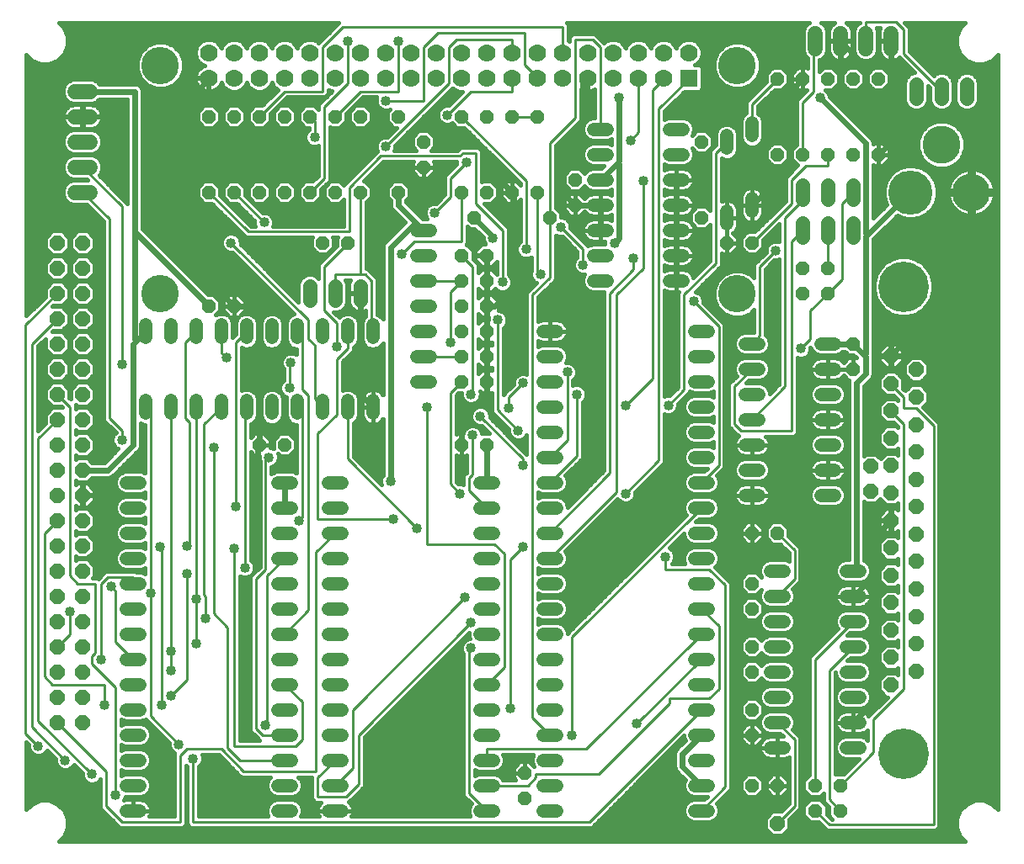
<source format=gbl>
G75*
%MOIN*%
%OFA0B0*%
%FSLAX24Y24*%
%IPPOS*%
%LPD*%
%AMOC8*
5,1,8,0,0,1.08239X$1,22.5*
%
%ADD10OC8,0.0520*%
%ADD11C,0.0520*%
%ADD12C,0.0560*%
%ADD13OC8,0.0560*%
%ADD14C,0.0600*%
%ADD15OC8,0.0600*%
%ADD16C,0.2000*%
%ADD17R,0.0700X0.0700*%
%ADD18C,0.0700*%
%ADD19C,0.1483*%
%ADD20C,0.1750*%
%ADD21C,0.1500*%
%ADD22C,0.0100*%
%ADD23C,0.0400*%
%ADD24C,0.0240*%
%ADD25C,0.0160*%
D10*
X020680Y002680D03*
X020680Y003680D03*
X029680Y003180D03*
X030680Y003180D03*
X029680Y005180D03*
X029680Y006180D03*
X029680Y007680D03*
X029680Y008680D03*
X029680Y010180D03*
X029680Y011180D03*
X029680Y013180D03*
X030680Y013180D03*
X033680Y019680D03*
X033680Y020680D03*
X029680Y024680D03*
X028680Y024680D03*
X027680Y025680D03*
X030680Y028180D03*
X031680Y028180D03*
X032680Y028180D03*
X033680Y028180D03*
X034680Y028180D03*
X034680Y031180D03*
X033680Y031180D03*
X032680Y031180D03*
X031680Y031180D03*
X030680Y031180D03*
X027680Y028680D03*
X022680Y027180D03*
X022680Y026180D03*
X021680Y025680D03*
X021180Y026680D03*
X020180Y026680D03*
X019180Y026680D03*
X018180Y026680D03*
X018680Y025680D03*
X016680Y027680D03*
X016680Y028680D03*
X015680Y029680D03*
X014180Y029680D03*
X013180Y029680D03*
X012180Y029680D03*
X011180Y029680D03*
X010180Y029680D03*
X009180Y029680D03*
X008180Y029680D03*
X008180Y026680D03*
X009180Y026680D03*
X010180Y026680D03*
X011180Y026680D03*
X012180Y026680D03*
X013180Y026680D03*
X014180Y026680D03*
X015680Y026680D03*
X013680Y024680D03*
X012680Y024680D03*
X009180Y022180D03*
X008180Y022180D03*
X010180Y016680D03*
X011180Y016680D03*
X018180Y016680D03*
X019180Y016680D03*
X019180Y029680D03*
X018180Y029680D03*
X020180Y029680D03*
X021180Y029680D03*
D11*
X023420Y029180D02*
X023940Y029180D01*
X023940Y028180D02*
X023420Y028180D01*
X023420Y027180D02*
X023940Y027180D01*
X023940Y026180D02*
X023420Y026180D01*
X023420Y025180D02*
X023940Y025180D01*
X023940Y024180D02*
X023420Y024180D01*
X023420Y023180D02*
X023940Y023180D01*
X026420Y023180D02*
X026940Y023180D01*
X026940Y024180D02*
X026420Y024180D01*
X026420Y025180D02*
X026940Y025180D01*
X026940Y026180D02*
X026420Y026180D01*
X026420Y027180D02*
X026940Y027180D01*
X026940Y028180D02*
X026420Y028180D01*
X026420Y029180D02*
X026940Y029180D01*
X028680Y028940D02*
X028680Y028420D01*
X029680Y028920D02*
X029680Y029440D01*
X029680Y026440D02*
X029680Y025920D01*
X028680Y025940D02*
X028680Y025420D01*
X027940Y021180D02*
X027420Y021180D01*
X027420Y020180D02*
X027940Y020180D01*
X027940Y019180D02*
X027420Y019180D01*
X027420Y018180D02*
X027940Y018180D01*
X027940Y017180D02*
X027420Y017180D01*
X027420Y016180D02*
X027940Y016180D01*
X027940Y015180D02*
X027420Y015180D01*
X027420Y014180D02*
X027940Y014180D01*
X027940Y013180D02*
X027420Y013180D01*
X027420Y012180D02*
X027940Y012180D01*
X027940Y011180D02*
X027420Y011180D01*
X027420Y010180D02*
X027940Y010180D01*
X027940Y009180D02*
X027420Y009180D01*
X027420Y008180D02*
X027940Y008180D01*
X027940Y007180D02*
X027420Y007180D01*
X027420Y006180D02*
X027940Y006180D01*
X027940Y005180D02*
X027420Y005180D01*
X027420Y004180D02*
X027940Y004180D01*
X027940Y003180D02*
X027420Y003180D01*
X027420Y002180D02*
X027940Y002180D01*
X030420Y004680D02*
X030940Y004680D01*
X030940Y005680D02*
X030420Y005680D01*
X030420Y006680D02*
X030940Y006680D01*
X030940Y007680D02*
X030420Y007680D01*
X030420Y008680D02*
X030940Y008680D01*
X030940Y009680D02*
X030420Y009680D01*
X030420Y010680D02*
X030940Y010680D01*
X030940Y011680D02*
X030420Y011680D01*
X033420Y011680D02*
X033940Y011680D01*
X033940Y010680D02*
X033420Y010680D01*
X033420Y009680D02*
X033940Y009680D01*
X033940Y008680D02*
X033420Y008680D01*
X033420Y007680D02*
X033940Y007680D01*
X033940Y006680D02*
X033420Y006680D01*
X033420Y005680D02*
X033940Y005680D01*
X033940Y004680D02*
X033420Y004680D01*
X021940Y004180D02*
X021420Y004180D01*
X021420Y003180D02*
X021940Y003180D01*
X021940Y002180D02*
X021420Y002180D01*
X019440Y002180D02*
X018920Y002180D01*
X018920Y003180D02*
X019440Y003180D01*
X019440Y004180D02*
X018920Y004180D01*
X018920Y005180D02*
X019440Y005180D01*
X019440Y006180D02*
X018920Y006180D01*
X018920Y007180D02*
X019440Y007180D01*
X019440Y008180D02*
X018920Y008180D01*
X018920Y009180D02*
X019440Y009180D01*
X019440Y010180D02*
X018920Y010180D01*
X018920Y011180D02*
X019440Y011180D01*
X019440Y012180D02*
X018920Y012180D01*
X018920Y013180D02*
X019440Y013180D01*
X019440Y014180D02*
X018920Y014180D01*
X018920Y015180D02*
X019440Y015180D01*
X021420Y015180D02*
X021940Y015180D01*
X021940Y014180D02*
X021420Y014180D01*
X021420Y013180D02*
X021940Y013180D01*
X021940Y012180D02*
X021420Y012180D01*
X021420Y011180D02*
X021940Y011180D01*
X021940Y010180D02*
X021420Y010180D01*
X021420Y009180D02*
X021940Y009180D01*
X021940Y008180D02*
X021420Y008180D01*
X021420Y007180D02*
X021940Y007180D01*
X021940Y006180D02*
X021420Y006180D01*
X021420Y005180D02*
X021940Y005180D01*
X013440Y005180D02*
X012920Y005180D01*
X012920Y004180D02*
X013440Y004180D01*
X013440Y003180D02*
X012920Y003180D01*
X012920Y002180D02*
X013440Y002180D01*
X011440Y002180D02*
X010920Y002180D01*
X010920Y003180D02*
X011440Y003180D01*
X011440Y004180D02*
X010920Y004180D01*
X010920Y005180D02*
X011440Y005180D01*
X011440Y006180D02*
X010920Y006180D01*
X010920Y007180D02*
X011440Y007180D01*
X011440Y008180D02*
X010920Y008180D01*
X010920Y009180D02*
X011440Y009180D01*
X011440Y010180D02*
X010920Y010180D01*
X010920Y011180D02*
X011440Y011180D01*
X011440Y012180D02*
X010920Y012180D01*
X010920Y013180D02*
X011440Y013180D01*
X011440Y014180D02*
X010920Y014180D01*
X010920Y015180D02*
X011440Y015180D01*
X012920Y015180D02*
X013440Y015180D01*
X013440Y014180D02*
X012920Y014180D01*
X012920Y013180D02*
X013440Y013180D01*
X013440Y012180D02*
X012920Y012180D01*
X012920Y011180D02*
X013440Y011180D01*
X013440Y010180D02*
X012920Y010180D01*
X012920Y009180D02*
X013440Y009180D01*
X013440Y008180D02*
X012920Y008180D01*
X012920Y007180D02*
X013440Y007180D01*
X013440Y006180D02*
X012920Y006180D01*
X005440Y006180D02*
X004920Y006180D01*
X004920Y005180D02*
X005440Y005180D01*
X005440Y004180D02*
X004920Y004180D01*
X004920Y003180D02*
X005440Y003180D01*
X005440Y002180D02*
X004920Y002180D01*
X004920Y007180D02*
X005440Y007180D01*
X005440Y008180D02*
X004920Y008180D01*
X004920Y009180D02*
X005440Y009180D01*
X005440Y010180D02*
X004920Y010180D01*
X004920Y011180D02*
X005440Y011180D01*
X005440Y012180D02*
X004920Y012180D01*
X004920Y013180D02*
X005440Y013180D01*
X005440Y014180D02*
X004920Y014180D01*
X004920Y015180D02*
X005440Y015180D01*
X005680Y017920D02*
X005680Y018440D01*
X006680Y018440D02*
X006680Y017920D01*
X007680Y017920D02*
X007680Y018440D01*
X008680Y018440D02*
X008680Y017920D01*
X009680Y017920D02*
X009680Y018440D01*
X010680Y018440D02*
X010680Y017920D01*
X011680Y017920D02*
X011680Y018440D01*
X012680Y018440D02*
X012680Y017920D01*
X013680Y017920D02*
X013680Y018440D01*
X014680Y018440D02*
X014680Y017920D01*
X016420Y019180D02*
X016940Y019180D01*
X016940Y020180D02*
X016420Y020180D01*
X016420Y021180D02*
X016940Y021180D01*
X016940Y022180D02*
X016420Y022180D01*
X016420Y023180D02*
X016940Y023180D01*
X016940Y024180D02*
X016420Y024180D01*
X016420Y025180D02*
X016940Y025180D01*
X014680Y021440D02*
X014680Y020920D01*
X013680Y020920D02*
X013680Y021440D01*
X012680Y021440D02*
X012680Y020920D01*
X011680Y020920D02*
X011680Y021440D01*
X010680Y021440D02*
X010680Y020920D01*
X009680Y020920D02*
X009680Y021440D01*
X008680Y021440D02*
X008680Y020920D01*
X007680Y020920D02*
X007680Y021440D01*
X006680Y021440D02*
X006680Y020920D01*
X005680Y020920D02*
X005680Y021440D01*
X021420Y021180D02*
X021940Y021180D01*
X021940Y020180D02*
X021420Y020180D01*
X021420Y019180D02*
X021940Y019180D01*
X021940Y018180D02*
X021420Y018180D01*
X021420Y017180D02*
X021940Y017180D01*
X021940Y016180D02*
X021420Y016180D01*
X029420Y015680D02*
X029940Y015680D01*
X029940Y014680D02*
X029420Y014680D01*
X029420Y016680D02*
X029940Y016680D01*
X029940Y017680D02*
X029420Y017680D01*
X029420Y018680D02*
X029940Y018680D01*
X029940Y019680D02*
X029420Y019680D01*
X029420Y020680D02*
X029940Y020680D01*
X032420Y020680D02*
X032940Y020680D01*
X032940Y019680D02*
X032420Y019680D01*
X032420Y018680D02*
X032940Y018680D01*
X032940Y017680D02*
X032420Y017680D01*
X032420Y016680D02*
X032940Y016680D01*
X032940Y015680D02*
X032420Y015680D01*
X032420Y014680D02*
X032940Y014680D01*
D12*
X032680Y024900D02*
X032680Y025460D01*
X032680Y026400D02*
X032680Y026960D01*
X033680Y026960D02*
X033680Y026400D01*
X033680Y025460D02*
X033680Y024900D01*
X031680Y024900D02*
X031680Y025460D01*
X031680Y026400D02*
X031680Y026960D01*
X036180Y030400D02*
X036180Y030960D01*
X037180Y030960D02*
X037180Y030400D01*
X038180Y030400D02*
X038180Y030960D01*
X014180Y022960D02*
X014180Y022400D01*
X013180Y022400D02*
X013180Y022960D01*
X012180Y022960D02*
X012180Y022400D01*
D13*
X018180Y022180D03*
X019180Y022180D03*
X019180Y021180D03*
X018180Y021180D03*
X018180Y020180D03*
X019180Y020180D03*
X019180Y019180D03*
X018180Y019180D03*
X018180Y023180D03*
X019180Y023180D03*
X019180Y024180D03*
X018180Y024180D03*
X031680Y023680D03*
X031680Y022680D03*
X032680Y022680D03*
X032680Y023680D03*
X032180Y003180D03*
X033180Y003180D03*
X033180Y002180D03*
X032180Y002180D03*
D14*
X003480Y026680D02*
X002880Y026680D01*
X002880Y027680D02*
X003480Y027680D01*
X003480Y028680D02*
X002880Y028680D01*
X002880Y029680D02*
X003480Y029680D01*
X003480Y030680D02*
X002880Y030680D01*
X032180Y032380D02*
X032180Y032980D01*
X033180Y032980D02*
X033180Y032380D01*
X034180Y032380D02*
X034180Y032980D01*
X035180Y032980D02*
X035180Y032380D01*
D15*
X035180Y020200D03*
X036180Y019660D03*
X035180Y019110D03*
X036180Y018570D03*
X035180Y018030D03*
X036180Y017480D03*
X035180Y016940D03*
X036180Y016400D03*
X035180Y015850D03*
X034380Y015830D03*
X034380Y014830D03*
X035180Y014770D03*
X036180Y015310D03*
X036180Y014220D03*
X035180Y013680D03*
X036180Y013140D03*
X035180Y012590D03*
X036180Y012050D03*
X035180Y011510D03*
X036180Y010960D03*
X035180Y010420D03*
X036180Y009880D03*
X035180Y009330D03*
X036180Y008790D03*
X035180Y008250D03*
X036180Y007700D03*
X035180Y007160D03*
X030680Y001680D03*
X003180Y005680D03*
X002180Y005680D03*
X002180Y006680D03*
X003180Y006680D03*
X003180Y007680D03*
X002180Y007680D03*
X002180Y008680D03*
X003180Y008680D03*
X003180Y009680D03*
X002180Y009680D03*
X002180Y010680D03*
X003180Y010680D03*
X003180Y011680D03*
X002180Y011680D03*
X002180Y012680D03*
X003180Y012680D03*
X003180Y013680D03*
X002180Y013680D03*
X002180Y014680D03*
X003180Y014680D03*
X003180Y015680D03*
X002180Y015680D03*
X002180Y016680D03*
X003180Y016680D03*
X003180Y017680D03*
X002180Y017680D03*
X002180Y018680D03*
X003180Y018680D03*
X003180Y019680D03*
X002180Y019680D03*
X002180Y020680D03*
X003180Y020680D03*
X003180Y021680D03*
X003180Y022680D03*
X002180Y022680D03*
X002180Y021680D03*
X002180Y023680D03*
X003180Y023680D03*
X003180Y024680D03*
X002180Y024680D03*
D16*
X035680Y022940D03*
X035680Y004420D03*
D17*
X027180Y031208D03*
D18*
X026180Y031208D03*
X026180Y032208D03*
X027180Y032208D03*
X025180Y032208D03*
X024180Y032208D03*
X023180Y032208D03*
X022180Y032208D03*
X021180Y032208D03*
X020180Y032208D03*
X019180Y032208D03*
X018180Y032208D03*
X017180Y032208D03*
X016180Y032208D03*
X015180Y032208D03*
X014180Y032208D03*
X013180Y032208D03*
X012180Y032208D03*
X011180Y032208D03*
X010180Y032208D03*
X009180Y032208D03*
X008180Y032208D03*
X008180Y031208D03*
X009180Y031208D03*
X010180Y031208D03*
X011180Y031208D03*
X012180Y031208D03*
X013180Y031208D03*
X014180Y031208D03*
X015180Y031208D03*
X016180Y031208D03*
X017180Y031208D03*
X018180Y031208D03*
X019180Y031208D03*
X020180Y031208D03*
X021180Y031208D03*
X022180Y031208D03*
X023180Y031208D03*
X024180Y031208D03*
X025180Y031208D03*
D19*
X029097Y031708D03*
X029097Y022652D03*
X006263Y022652D03*
X006263Y031708D03*
D20*
X035960Y026680D03*
D21*
X037180Y028570D03*
X038361Y026680D03*
D22*
X033680Y026680D02*
X033243Y026243D01*
X033243Y023243D01*
X032680Y022680D01*
X031993Y021993D01*
X031993Y020868D01*
X031618Y020493D01*
X030993Y018993D02*
X030993Y025680D01*
X031680Y026368D01*
X031680Y026680D01*
X031243Y026243D02*
X031243Y027180D01*
X031805Y027743D01*
X032680Y027743D01*
X032680Y028180D01*
X031680Y028180D02*
X031680Y030243D01*
X032118Y030680D01*
X032118Y032618D01*
X032180Y032680D01*
X034180Y032680D02*
X034180Y033430D01*
X035368Y033430D01*
X035680Y033118D01*
X035680Y032180D01*
X037180Y030680D01*
X031243Y026243D02*
X029680Y024680D01*
X029993Y023743D02*
X029993Y020993D01*
X029680Y020680D01*
X029680Y019680D02*
X028993Y018993D01*
X028993Y017493D01*
X029243Y017243D01*
X031243Y017243D01*
X031243Y024743D01*
X031680Y025180D01*
X032680Y025180D02*
X032680Y023680D01*
X030618Y024368D02*
X029993Y023743D01*
X028243Y023868D02*
X028243Y028243D01*
X028680Y028680D01*
X029680Y029180D02*
X029680Y030180D01*
X030680Y031180D01*
X027180Y031180D02*
X027180Y031208D01*
X027180Y031180D02*
X025993Y029993D01*
X025993Y016055D01*
X024680Y014743D01*
X024305Y014805D02*
X024305Y022618D01*
X025368Y023680D01*
X025368Y027118D01*
X024868Y028743D02*
X025180Y029055D01*
X025180Y031208D01*
X025743Y030743D02*
X026180Y031180D01*
X026180Y031208D01*
X025743Y030743D02*
X025743Y019305D01*
X024680Y018243D01*
X026368Y018243D02*
X026993Y018868D01*
X026993Y022618D01*
X028243Y023868D01*
X027368Y022368D02*
X028368Y021368D01*
X028368Y015868D01*
X027680Y015180D01*
X027680Y014180D02*
X022555Y009055D01*
X022555Y005180D01*
X023118Y004618D02*
X019180Y004618D01*
X019180Y004180D01*
X019180Y003180D02*
X020805Y003180D01*
X021118Y003493D01*
X021118Y003618D01*
X023618Y003618D01*
X026430Y006430D01*
X026430Y006618D01*
X027993Y006618D01*
X028368Y006993D01*
X028368Y009493D01*
X027680Y010180D01*
X028618Y011118D02*
X027993Y011743D01*
X026243Y011743D01*
X026243Y012243D01*
X028618Y011118D02*
X028618Y003118D01*
X027680Y002180D01*
X030680Y001680D02*
X031368Y002368D01*
X031368Y004993D01*
X030680Y005680D01*
X032743Y007743D02*
X032743Y002618D01*
X033180Y002180D01*
X032743Y001618D02*
X036868Y001618D01*
X036868Y017430D01*
X036180Y018118D01*
X035680Y018118D01*
X035680Y018555D01*
X035180Y019055D01*
X035180Y019110D01*
X035180Y018030D02*
X035180Y017993D01*
X035680Y017493D01*
X035680Y006993D01*
X034493Y005805D01*
X034493Y004493D01*
X033180Y003180D01*
X032180Y003180D02*
X032180Y008180D01*
X033680Y009680D01*
X033680Y008680D02*
X032743Y007743D01*
X030680Y010680D02*
X031368Y011368D01*
X031368Y012493D01*
X030680Y013180D01*
X027680Y009180D02*
X023118Y004618D01*
X021680Y005180D02*
X020993Y005868D01*
X020993Y022618D01*
X021680Y023305D01*
X021680Y025680D01*
X021680Y028618D01*
X022680Y029618D01*
X022680Y032743D01*
X023368Y032743D01*
X023680Y032430D01*
X023680Y029180D01*
X021180Y029680D02*
X020180Y029680D01*
X020180Y030680D02*
X020180Y031208D01*
X020680Y031743D02*
X021180Y031243D01*
X021180Y031208D01*
X020680Y031743D02*
X020680Y032993D01*
X017243Y032993D01*
X016680Y032430D01*
X016680Y030305D01*
X015180Y030305D01*
X015680Y030680D02*
X015680Y032680D01*
X013680Y032680D02*
X013680Y030993D01*
X012743Y030055D01*
X012743Y027243D01*
X012180Y026680D01*
X013743Y026868D02*
X013743Y025118D01*
X009743Y025118D01*
X008180Y026680D01*
X009180Y026680D02*
X010368Y025493D01*
X009055Y024680D02*
X012118Y021618D01*
X012118Y020868D01*
X012368Y020618D01*
X012368Y018493D01*
X012680Y018180D01*
X013243Y017868D02*
X013243Y020055D01*
X013680Y020493D01*
X013680Y021180D01*
X013243Y021493D02*
X013243Y020555D01*
X013243Y021493D02*
X012743Y021993D01*
X012743Y023743D01*
X013680Y024680D01*
X013180Y023430D02*
X013180Y022680D01*
X013180Y023430D02*
X014180Y023430D01*
X014180Y026680D01*
X013743Y026868D02*
X014993Y028118D01*
X018118Y028118D01*
X018243Y028243D01*
X018743Y028243D01*
X018743Y026243D01*
X019805Y025180D01*
X019805Y023118D01*
X018618Y023743D02*
X018180Y024180D01*
X018618Y023743D02*
X018618Y018743D01*
X018555Y018680D01*
X018180Y019180D02*
X017743Y018743D01*
X017743Y015118D01*
X018118Y014743D01*
X018493Y014868D02*
X019180Y014180D01*
X018493Y014868D02*
X018493Y015368D01*
X018618Y015493D01*
X018618Y017055D01*
X018930Y017805D02*
X020618Y016118D01*
X020618Y015868D01*
X021680Y016180D02*
X022368Y016868D01*
X022368Y019555D01*
X022743Y018680D02*
X022743Y016243D01*
X021680Y015180D01*
X021680Y013180D02*
X024055Y015555D01*
X024055Y022680D01*
X024993Y023618D01*
X024993Y024055D01*
X022993Y023805D02*
X022993Y024430D01*
X022118Y025305D01*
X020743Y024430D02*
X020743Y027118D01*
X018180Y029680D01*
X017618Y029743D02*
X018555Y030680D01*
X020180Y030680D01*
X020180Y032208D02*
X020180Y032743D01*
X017993Y032743D01*
X017680Y032430D01*
X017680Y030993D01*
X015180Y028493D01*
X013180Y029680D02*
X014180Y030680D01*
X015680Y030680D01*
X012680Y030680D02*
X012680Y032430D01*
X013493Y033243D01*
X022180Y033243D01*
X022180Y032208D01*
X018368Y027868D02*
X017743Y027243D01*
X017743Y026493D01*
X017118Y025868D01*
X018180Y026680D02*
X018180Y024743D01*
X016305Y024743D01*
X015805Y024243D01*
X016680Y023180D02*
X018180Y023180D01*
X017743Y022743D01*
X017743Y020743D01*
X018180Y020180D02*
X016680Y020180D01*
X014680Y021180D02*
X014618Y021243D01*
X014618Y023180D01*
X014368Y023430D01*
X014180Y023430D01*
X011868Y020993D02*
X011680Y021180D01*
X011868Y020993D02*
X011868Y018868D01*
X012118Y018618D01*
X012118Y010118D01*
X011180Y009180D01*
X011180Y007180D02*
X011868Y006493D01*
X011868Y004993D01*
X011618Y004743D01*
X009180Y004743D01*
X009180Y012555D01*
X009618Y011805D02*
X009618Y018118D01*
X009680Y018180D01*
X008680Y018180D02*
X007993Y017493D01*
X007993Y010743D01*
X008055Y010680D01*
X008055Y009805D01*
X008368Y009993D02*
X008930Y009430D01*
X008930Y004680D01*
X009430Y004180D01*
X011180Y004180D01*
X011180Y005180D02*
X010305Y005180D01*
X010055Y005430D01*
X010055Y011368D01*
X010430Y011743D01*
X010430Y016055D01*
X010555Y016180D01*
X012493Y017118D02*
X013243Y017868D01*
X013680Y018180D02*
X013680Y016118D01*
X016430Y013368D01*
X016805Y012743D02*
X016805Y018180D01*
X019618Y018055D02*
X019618Y021618D01*
X021305Y023430D02*
X021180Y023555D01*
X021180Y026680D01*
X012680Y030680D02*
X011180Y030680D01*
X010180Y029680D01*
X012180Y029680D02*
X012368Y029493D01*
X012368Y028868D01*
X004743Y026118D02*
X004743Y019868D01*
X005680Y018180D02*
X005868Y017993D01*
X005868Y010805D01*
X005868Y005930D01*
X006993Y004805D01*
X007305Y004618D02*
X008680Y004618D01*
X009555Y003743D01*
X012430Y003743D01*
X012430Y012430D01*
X013180Y013180D01*
X012493Y013743D02*
X012493Y017118D01*
X011868Y017993D02*
X011868Y013805D01*
X011743Y013680D01*
X012493Y013743D02*
X015493Y013743D01*
X016805Y012743D02*
X019493Y012743D01*
X019868Y012368D01*
X019868Y007868D01*
X019180Y007180D01*
X020118Y006243D02*
X020118Y012118D01*
X020618Y012618D01*
X021680Y012180D02*
X024305Y014805D01*
X020430Y017243D02*
X019618Y018055D01*
X020055Y018118D02*
X020055Y018555D01*
X020618Y019118D01*
X011868Y017993D02*
X011680Y018180D01*
X011368Y018930D02*
X011368Y019868D01*
X011430Y019930D01*
X009680Y021180D02*
X009243Y020743D01*
X009243Y014243D01*
X007430Y012805D02*
X007430Y017555D01*
X007243Y017743D01*
X007243Y020743D01*
X007680Y021180D01*
X008680Y021180D02*
X008680Y020305D01*
X008868Y020118D01*
X007680Y018180D02*
X007680Y010555D01*
X007680Y008805D01*
X006680Y008493D02*
X006680Y018180D01*
X004743Y017243D02*
X004743Y016868D01*
X004743Y017243D02*
X004243Y017743D01*
X004243Y025618D01*
X003180Y026680D01*
X003180Y027680D02*
X004743Y026118D01*
X002180Y022680D02*
X000930Y021430D01*
X000930Y005243D01*
X001430Y004743D01*
X001180Y005493D02*
X002493Y004180D01*
X003555Y003618D02*
X001430Y005743D01*
X001430Y016930D01*
X002180Y017680D01*
X002680Y018180D02*
X002680Y011493D01*
X002993Y011180D01*
X003680Y011180D01*
X003680Y008430D01*
X003555Y008305D01*
X003555Y007993D01*
X004493Y007055D01*
X004493Y002805D01*
X004118Y002368D02*
X004743Y001743D01*
X007055Y001743D01*
X007055Y004368D01*
X007305Y004618D01*
X007555Y004243D02*
X007555Y001743D01*
X023243Y001743D01*
X027680Y006180D01*
X027680Y008180D02*
X025118Y005618D01*
X019180Y002180D02*
X018493Y002868D01*
X018493Y008555D01*
X018555Y008618D01*
X018555Y009618D02*
X014118Y005180D01*
X014118Y003243D01*
X013618Y002743D01*
X012493Y002743D01*
X012493Y003493D01*
X013180Y004180D01*
X013868Y003868D02*
X013180Y003180D01*
X013868Y003868D02*
X013868Y006180D01*
X018305Y010618D01*
X011180Y012180D02*
X010493Y011493D01*
X010493Y005618D01*
X010430Y005555D01*
X007305Y007368D02*
X007305Y011555D01*
X007305Y012680D02*
X007430Y012805D01*
X006305Y012555D02*
X006305Y006368D01*
X006680Y006743D02*
X007305Y007368D01*
X006680Y007743D02*
X006680Y008493D01*
X005180Y008180D02*
X004493Y008868D01*
X004493Y010868D01*
X004305Y011055D01*
X004180Y011430D02*
X005180Y011430D01*
X005180Y011180D01*
X004180Y011430D02*
X003930Y011180D01*
X003930Y008180D01*
X004055Y007180D02*
X004055Y006368D01*
X004055Y007180D02*
X001993Y007180D01*
X001680Y007493D01*
X001680Y013180D01*
X002180Y013680D01*
X006243Y012618D02*
X006305Y012555D01*
X008368Y009993D02*
X008368Y016555D01*
X002680Y018180D02*
X002180Y018680D01*
X001180Y020680D02*
X001180Y005493D01*
X002180Y005680D02*
X004118Y003743D01*
X004118Y002368D01*
X002180Y008680D02*
X002680Y009180D01*
X002680Y010055D01*
X001180Y020680D02*
X002180Y021680D01*
X029680Y017680D02*
X030993Y018993D01*
X032180Y002180D02*
X032743Y001618D01*
D23*
X025118Y005618D03*
X022555Y005180D03*
X020118Y006243D03*
X018555Y008618D03*
X018555Y009618D03*
X018305Y010618D03*
X020618Y012618D03*
X018118Y014743D03*
X016430Y013368D03*
X015493Y013743D03*
X015368Y015243D03*
X016805Y018180D03*
X018555Y018680D03*
X018930Y017805D03*
X018618Y017055D03*
X020055Y018118D03*
X020430Y017243D03*
X020618Y015868D03*
X022743Y018680D03*
X022368Y019555D03*
X020618Y019118D03*
X019618Y021618D03*
X017743Y020743D03*
X019805Y023118D03*
X021305Y023430D03*
X020743Y024430D03*
X019430Y024868D03*
X017118Y025868D03*
X015805Y024243D03*
X012368Y027368D03*
X012368Y028868D03*
X015180Y028493D03*
X015180Y030305D03*
X017618Y029743D03*
X018368Y027868D03*
X019368Y027493D03*
X022118Y027493D03*
X022118Y025305D03*
X022993Y023805D03*
X024243Y024680D03*
X024993Y024055D03*
X027368Y022368D03*
X030618Y024368D03*
X031618Y020493D03*
X026368Y018243D03*
X024680Y018243D03*
X024680Y014743D03*
X026243Y012243D03*
X013243Y020555D03*
X011430Y019930D03*
X011368Y018930D03*
X008868Y020118D03*
X004743Y019868D03*
X004743Y016868D03*
X008368Y016555D03*
X010555Y016180D03*
X009993Y014680D03*
X009243Y014243D03*
X009180Y012555D03*
X009618Y011805D03*
X007680Y010555D03*
X008055Y009805D03*
X007680Y008805D03*
X006680Y008493D03*
X006680Y007743D03*
X006680Y006743D03*
X006305Y006368D03*
X006993Y004805D03*
X007555Y004243D03*
X010430Y005555D03*
X004493Y002805D03*
X003555Y003618D03*
X002493Y004180D03*
X001430Y004743D03*
X004055Y006368D03*
X003930Y008180D03*
X002680Y010055D03*
X004305Y011055D03*
X005868Y010805D03*
X007305Y011555D03*
X007305Y012680D03*
X006243Y012618D03*
X011743Y013680D03*
X009055Y024680D03*
X010368Y025493D03*
X013680Y032680D03*
X015680Y032680D03*
X024430Y030430D03*
X024868Y028743D03*
X025368Y027118D03*
X032368Y030430D03*
D24*
X034180Y028618D01*
X034180Y025055D01*
X034243Y024993D01*
X035930Y026680D01*
X035960Y026680D01*
X034680Y028180D02*
X035180Y028680D01*
X035180Y031805D01*
X033993Y031805D01*
X033618Y032180D01*
X033618Y032243D01*
X033180Y032680D01*
X031680Y031180D02*
X031180Y030680D01*
X031180Y027680D01*
X029680Y026180D01*
X026680Y026180D02*
X026680Y025180D01*
X026680Y024180D01*
X026680Y023180D01*
X024430Y024868D02*
X024243Y024680D01*
X024430Y024868D02*
X024430Y027805D01*
X024368Y027868D01*
X023680Y027180D01*
X024368Y027868D02*
X024430Y027930D01*
X024430Y030430D01*
X023180Y031180D02*
X023180Y031208D01*
X023180Y031180D02*
X022993Y030993D01*
X022993Y029493D01*
X022180Y028680D01*
X022180Y027493D01*
X022118Y027493D01*
X022180Y027493D02*
X022180Y026680D01*
X022680Y026180D01*
X023680Y026180D01*
X023680Y025180D01*
X026680Y026180D02*
X026680Y027180D01*
X020243Y026618D02*
X020243Y022930D01*
X019493Y022180D01*
X019180Y022180D01*
X019180Y021180D01*
X019180Y020180D01*
X019180Y019180D01*
X019180Y018680D01*
X018180Y017680D01*
X018180Y016680D01*
X019180Y016680D02*
X019180Y015180D01*
X015368Y015243D02*
X015368Y024493D01*
X016305Y025430D01*
X016680Y025180D01*
X015680Y026180D01*
X015680Y026680D01*
X018680Y025680D02*
X019430Y024930D01*
X019430Y024868D01*
X019180Y024180D02*
X019180Y023180D01*
X019180Y022180D01*
X014180Y022680D02*
X014180Y018680D01*
X014680Y018180D01*
X011180Y015180D02*
X011180Y014180D01*
X010118Y014805D02*
X010118Y016618D01*
X010180Y016680D01*
X010180Y021680D01*
X009680Y022180D01*
X009180Y022180D01*
X007680Y023680D01*
X007680Y027368D01*
X012368Y027368D01*
X007680Y027368D02*
X007680Y030680D01*
X008180Y031180D01*
X008180Y031208D01*
X005243Y030680D02*
X005243Y025055D01*
X005305Y025055D01*
X008180Y022180D01*
X005680Y021180D02*
X005305Y020805D01*
X005243Y020868D01*
X005243Y025055D01*
X005305Y020805D02*
X005180Y020680D01*
X005180Y016680D01*
X004180Y015680D01*
X003180Y015680D01*
X009993Y014680D02*
X010118Y014805D01*
X020243Y026618D02*
X020180Y026680D01*
X019368Y027493D01*
X032680Y020680D02*
X033680Y020680D01*
X034118Y020243D01*
X034180Y020305D01*
X034180Y024930D01*
X034243Y024993D01*
X038305Y023368D02*
X038305Y026680D01*
X038361Y026680D01*
X038305Y023368D02*
X035180Y020243D01*
X035180Y020200D01*
X034180Y020180D02*
X034180Y019493D01*
X033805Y019118D01*
X033805Y011805D01*
X033680Y011680D01*
X034368Y011368D02*
X034430Y011305D01*
X034430Y006430D01*
X033680Y005680D01*
X027680Y005180D02*
X026930Y004430D01*
X026930Y003930D01*
X027680Y003180D01*
X033680Y010680D02*
X034368Y011368D01*
X034618Y011618D01*
X034618Y013118D01*
X035180Y013680D01*
X034180Y020180D02*
X034118Y020243D01*
X035180Y031805D02*
X035180Y032680D01*
X005243Y030680D02*
X003180Y030680D01*
D25*
X002447Y001167D02*
X002240Y000960D01*
X038120Y000960D01*
X037913Y001167D01*
X037775Y001500D01*
X037775Y001860D01*
X037913Y002193D01*
X038167Y002447D01*
X038500Y002585D01*
X038860Y002585D01*
X039193Y002447D01*
X039400Y002240D01*
X039400Y032120D01*
X039193Y031913D01*
X038860Y031775D01*
X038500Y031775D01*
X038167Y031913D01*
X037913Y032167D01*
X037775Y032500D01*
X037775Y032860D01*
X037913Y033193D01*
X038120Y033400D01*
X035723Y033400D01*
X035910Y033213D01*
X035910Y032275D01*
X036877Y031308D01*
X036919Y031350D01*
X037088Y031420D01*
X037271Y031420D01*
X037441Y031350D01*
X037570Y031221D01*
X037640Y031051D01*
X037640Y030308D01*
X037570Y030139D01*
X037441Y030010D01*
X037271Y029940D01*
X037088Y029940D01*
X036919Y030010D01*
X036790Y030139D01*
X036720Y030308D01*
X036720Y030815D01*
X036640Y030895D01*
X036640Y030308D01*
X036570Y030139D01*
X036441Y030010D01*
X036271Y029940D01*
X036088Y029940D01*
X035919Y030010D01*
X035790Y030139D01*
X035720Y030308D01*
X035720Y031051D01*
X035790Y031221D01*
X035919Y031350D01*
X036088Y031420D01*
X036115Y031420D01*
X035585Y031950D01*
X035507Y032028D01*
X035493Y032014D01*
X035432Y031969D01*
X035364Y031935D01*
X035292Y031912D01*
X035218Y031900D01*
X035200Y031900D01*
X035200Y032660D01*
X035160Y032660D01*
X035160Y031900D01*
X035142Y031900D01*
X035068Y031912D01*
X034996Y031935D01*
X034928Y031969D01*
X034867Y032014D01*
X034814Y032067D01*
X034769Y032128D01*
X034735Y032196D01*
X034712Y032268D01*
X034700Y032342D01*
X034700Y032660D01*
X035160Y032660D01*
X035160Y032700D01*
X034700Y032700D01*
X034700Y033018D01*
X034712Y033092D01*
X034735Y033164D01*
X034753Y033200D01*
X034608Y033200D01*
X034660Y033075D01*
X034660Y032285D01*
X034587Y032108D01*
X034452Y031973D01*
X034275Y031900D01*
X034085Y031900D01*
X033908Y031973D01*
X033773Y032108D01*
X033700Y032285D01*
X033700Y033075D01*
X033773Y033252D01*
X033908Y033387D01*
X033940Y033400D01*
X033413Y033400D01*
X033432Y033391D01*
X033493Y033346D01*
X033546Y033293D01*
X033591Y033232D01*
X033625Y033164D01*
X033648Y033092D01*
X033660Y033018D01*
X033660Y032700D01*
X033200Y032700D01*
X033200Y032660D01*
X033660Y032660D01*
X033660Y032342D01*
X033648Y032268D01*
X033625Y032196D01*
X033591Y032128D01*
X033546Y032067D01*
X033493Y032014D01*
X033432Y031969D01*
X033364Y031935D01*
X033292Y031912D01*
X033218Y031900D01*
X033200Y031900D01*
X033200Y032660D01*
X033160Y032660D01*
X033160Y031900D01*
X033142Y031900D01*
X033068Y031912D01*
X032996Y031935D01*
X032928Y031969D01*
X032867Y032014D01*
X032814Y032067D01*
X032769Y032128D01*
X032735Y032196D01*
X032712Y032268D01*
X032700Y032342D01*
X032700Y032660D01*
X033160Y032660D01*
X033160Y032700D01*
X032700Y032700D01*
X032700Y033018D01*
X032712Y033092D01*
X032735Y033164D01*
X032769Y033232D01*
X032814Y033293D01*
X032867Y033346D01*
X032928Y033391D01*
X032947Y033400D01*
X032420Y033400D01*
X032452Y033387D01*
X032587Y033252D01*
X032660Y033075D01*
X032660Y032285D01*
X032587Y032108D01*
X032452Y031973D01*
X032347Y031930D01*
X032347Y031470D01*
X032498Y031620D01*
X032862Y031620D01*
X033120Y031362D01*
X033120Y030998D01*
X032862Y030740D01*
X032595Y030740D01*
X032690Y030645D01*
X032747Y030506D01*
X032747Y030474D01*
X034350Y028872D01*
X034434Y028787D01*
X034480Y028677D01*
X034480Y028602D01*
X034498Y028620D01*
X034680Y028620D01*
X034680Y028180D01*
X034680Y028180D01*
X035120Y028180D01*
X035120Y028362D01*
X034862Y028620D01*
X034680Y028620D01*
X034680Y028180D01*
X034680Y028180D01*
X035120Y028180D01*
X035120Y027998D01*
X034862Y027740D01*
X034680Y027740D01*
X034680Y028180D01*
X034680Y028180D01*
X034680Y027740D01*
X034498Y027740D01*
X034480Y027758D01*
X034480Y025654D01*
X035021Y026195D01*
X034976Y026273D01*
X034905Y026541D01*
X034905Y026819D01*
X034976Y027087D01*
X035115Y027328D01*
X035312Y027524D01*
X035552Y027663D01*
X035821Y027735D01*
X036098Y027735D01*
X036367Y027663D01*
X036607Y027524D01*
X036804Y027328D01*
X036943Y027087D01*
X037015Y026819D01*
X037015Y026541D01*
X036943Y026273D01*
X036804Y026032D01*
X036607Y025836D01*
X036367Y025697D01*
X036098Y025625D01*
X035821Y025625D01*
X035552Y025697D01*
X035437Y025763D01*
X034497Y024823D01*
X034497Y024823D01*
X034480Y024806D01*
X034480Y020245D01*
X034479Y020242D01*
X034480Y020240D01*
X034480Y019433D01*
X034434Y019323D01*
X034350Y019238D01*
X034105Y018993D01*
X034105Y016234D01*
X034181Y016310D01*
X034579Y016310D01*
X034770Y016119D01*
X034981Y016330D01*
X035379Y016330D01*
X035450Y016259D01*
X035450Y016531D01*
X035379Y016460D01*
X034981Y016460D01*
X034700Y016741D01*
X034700Y017139D01*
X034981Y017420D01*
X035379Y017420D01*
X035450Y017349D01*
X035450Y017397D01*
X035297Y017550D01*
X034981Y017550D01*
X034700Y017831D01*
X034700Y018229D01*
X034981Y018510D01*
X035379Y018510D01*
X035450Y018439D01*
X035450Y018460D01*
X035280Y018630D01*
X034981Y018630D01*
X034700Y018911D01*
X034700Y019309D01*
X034981Y019590D01*
X035379Y019590D01*
X035660Y019309D01*
X035660Y018911D01*
X035655Y018906D01*
X035746Y018815D01*
X035981Y019050D01*
X036379Y019050D01*
X036660Y018769D01*
X036660Y018371D01*
X036456Y018167D01*
X037097Y017525D01*
X037097Y001522D01*
X036963Y001388D01*
X032647Y001388D01*
X032513Y001522D01*
X032315Y001720D01*
X031989Y001720D01*
X031720Y001989D01*
X031720Y002371D01*
X031989Y002640D01*
X032371Y002640D01*
X032640Y002371D01*
X032640Y002045D01*
X032838Y001847D01*
X032862Y001847D01*
X032720Y001989D01*
X032720Y002315D01*
X032647Y002388D01*
X032647Y002388D01*
X032513Y002522D01*
X032513Y002862D01*
X032371Y002720D01*
X031989Y002720D01*
X031720Y002989D01*
X031720Y003371D01*
X031950Y003601D01*
X031950Y008275D01*
X032085Y008410D01*
X032085Y008410D01*
X033076Y009402D01*
X033047Y009431D01*
X032980Y009592D01*
X032980Y009768D01*
X033047Y009929D01*
X033171Y010053D01*
X033332Y010120D01*
X034028Y010120D01*
X034189Y010053D01*
X034313Y009929D01*
X034380Y009768D01*
X034380Y009592D01*
X034313Y009431D01*
X034189Y009307D01*
X034028Y009240D01*
X033565Y009240D01*
X033445Y009120D01*
X034028Y009120D01*
X034189Y009053D01*
X034313Y008929D01*
X034380Y008768D01*
X034380Y008592D01*
X034313Y008431D01*
X034189Y008307D01*
X034028Y008240D01*
X033565Y008240D01*
X033445Y008120D01*
X034028Y008120D01*
X034189Y008053D01*
X034313Y007929D01*
X034380Y007768D01*
X034380Y007592D01*
X034313Y007431D01*
X034189Y007307D01*
X034028Y007240D01*
X033332Y007240D01*
X033171Y007307D01*
X033047Y007431D01*
X032980Y007592D01*
X032980Y007655D01*
X032972Y007647D01*
X032972Y003623D01*
X032989Y003640D01*
X033315Y003640D01*
X033915Y004240D01*
X033332Y004240D01*
X033171Y004307D01*
X033047Y004431D01*
X032980Y004592D01*
X032980Y004768D01*
X033047Y004929D01*
X033171Y005053D01*
X033332Y005120D01*
X034028Y005120D01*
X034189Y005053D01*
X034263Y004980D01*
X034263Y005380D01*
X034227Y005344D01*
X034171Y005304D01*
X034109Y005272D01*
X034043Y005251D01*
X033975Y005240D01*
X033680Y005240D01*
X033680Y005680D01*
X033680Y005680D01*
X033680Y006120D01*
X033975Y006120D01*
X034043Y006109D01*
X034109Y006088D01*
X034171Y006056D01*
X034227Y006016D01*
X034276Y005967D01*
X034298Y005936D01*
X035042Y006680D01*
X034981Y006680D01*
X034700Y006961D01*
X034700Y007359D01*
X034981Y007640D01*
X035379Y007640D01*
X035450Y007569D01*
X035450Y007841D01*
X035379Y007770D01*
X034981Y007770D01*
X034700Y008051D01*
X034700Y008449D01*
X034981Y008730D01*
X035379Y008730D01*
X035450Y008659D01*
X035450Y008921D01*
X035379Y008850D01*
X034981Y008850D01*
X034700Y009131D01*
X034700Y009529D01*
X034981Y009810D01*
X035379Y009810D01*
X035450Y009739D01*
X035450Y010011D01*
X035379Y009940D01*
X034981Y009940D01*
X034700Y010221D01*
X034700Y010619D01*
X034981Y010900D01*
X035379Y010900D01*
X035450Y010829D01*
X035450Y011101D01*
X035379Y011030D01*
X034981Y011030D01*
X034700Y011311D01*
X034700Y011709D01*
X034981Y011990D01*
X035379Y011990D01*
X035450Y011919D01*
X035450Y012181D01*
X035379Y012110D01*
X034981Y012110D01*
X034700Y012391D01*
X034700Y012789D01*
X034981Y013070D01*
X035379Y013070D01*
X035450Y012999D01*
X035450Y013271D01*
X035379Y013200D01*
X035200Y013200D01*
X035200Y013660D01*
X035160Y013660D01*
X035160Y013200D01*
X034981Y013200D01*
X034700Y013481D01*
X034700Y013660D01*
X035160Y013660D01*
X035160Y013700D01*
X035160Y014160D01*
X034981Y014160D01*
X034700Y013879D01*
X034700Y013700D01*
X035160Y013700D01*
X035200Y013700D01*
X035200Y014160D01*
X035379Y014160D01*
X035450Y014089D01*
X035450Y014361D01*
X035379Y014290D01*
X034981Y014290D01*
X034750Y014521D01*
X034579Y014350D01*
X034181Y014350D01*
X034105Y014426D01*
X034105Y012088D01*
X034189Y012053D01*
X034313Y011929D01*
X034380Y011768D01*
X034380Y011592D01*
X034313Y011431D01*
X034189Y011307D01*
X034028Y011240D01*
X033332Y011240D01*
X033171Y011307D01*
X033047Y011431D01*
X032980Y011592D01*
X032980Y011768D01*
X033047Y011929D01*
X033171Y012053D01*
X033332Y012120D01*
X033505Y012120D01*
X033505Y019177D01*
X033531Y019240D01*
X033498Y019240D01*
X033305Y019433D01*
X033276Y019393D01*
X033227Y019344D01*
X033171Y019304D01*
X033109Y019272D01*
X033043Y019251D01*
X032975Y019240D01*
X032680Y019240D01*
X032680Y019680D01*
X032680Y019680D01*
X032680Y020120D01*
X032975Y020120D01*
X033043Y020109D01*
X033109Y020088D01*
X033171Y020056D01*
X033227Y020016D01*
X033276Y019967D01*
X033305Y019927D01*
X033498Y020120D01*
X033680Y020120D01*
X033680Y019680D01*
X033680Y019680D01*
X033680Y020120D01*
X033816Y020120D01*
X033696Y020240D01*
X033498Y020240D01*
X033358Y020380D01*
X033262Y020380D01*
X033189Y020307D01*
X033028Y020240D01*
X032332Y020240D01*
X032171Y020307D01*
X032047Y020431D01*
X031998Y020548D01*
X031997Y020547D01*
X031997Y020417D01*
X031940Y020277D01*
X031833Y020170D01*
X031693Y020113D01*
X031542Y020113D01*
X031472Y020141D01*
X031472Y017147D01*
X031338Y017013D01*
X030230Y017013D01*
X030276Y016967D01*
X030316Y016911D01*
X030348Y016849D01*
X030369Y016783D01*
X030380Y016715D01*
X030380Y016680D01*
X029680Y016680D01*
X029680Y016680D01*
X030380Y016680D01*
X030380Y016645D01*
X030369Y016577D01*
X030348Y016511D01*
X030316Y016449D01*
X030276Y016393D01*
X030227Y016344D01*
X030171Y016304D01*
X030109Y016272D01*
X030043Y016251D01*
X029975Y016240D01*
X029680Y016240D01*
X029680Y016680D01*
X029680Y016680D01*
X029680Y016680D01*
X028980Y016680D01*
X028980Y016715D01*
X028991Y016783D01*
X029012Y016849D01*
X029044Y016911D01*
X029084Y016967D01*
X029133Y017016D01*
X029140Y017020D01*
X029013Y017147D01*
X028763Y017397D01*
X028763Y019088D01*
X028897Y019222D01*
X029076Y019402D01*
X029047Y019431D01*
X028980Y019592D01*
X028980Y019768D01*
X029047Y019929D01*
X029171Y020053D01*
X029332Y020120D01*
X030028Y020120D01*
X030189Y020053D01*
X030313Y019929D01*
X030380Y019768D01*
X030380Y019592D01*
X030313Y019431D01*
X030189Y019307D01*
X030028Y019240D01*
X029565Y019240D01*
X029445Y019120D01*
X030028Y019120D01*
X030189Y019053D01*
X030313Y018929D01*
X030380Y018768D01*
X030380Y018705D01*
X030763Y019088D01*
X030763Y024016D01*
X030693Y023988D01*
X030563Y023988D01*
X030222Y023647D01*
X030222Y021020D01*
X030313Y020929D01*
X030380Y020768D01*
X030380Y020592D01*
X030313Y020431D01*
X030189Y020307D01*
X030028Y020240D01*
X029332Y020240D01*
X029171Y020307D01*
X029047Y020431D01*
X028980Y020592D01*
X028980Y020768D01*
X029047Y020929D01*
X029171Y021053D01*
X029332Y021120D01*
X029763Y021120D01*
X029763Y022015D01*
X029619Y021871D01*
X029281Y021731D01*
X028914Y021731D01*
X028575Y021871D01*
X028316Y022131D01*
X028176Y022469D01*
X028176Y022836D01*
X028316Y023174D01*
X028575Y023434D01*
X028914Y023574D01*
X029281Y023574D01*
X029619Y023434D01*
X029763Y023290D01*
X029763Y023838D01*
X029897Y023972D01*
X030238Y024313D01*
X030238Y024443D01*
X030295Y024583D01*
X030402Y024690D01*
X030542Y024747D01*
X030693Y024747D01*
X030763Y024719D01*
X030763Y025437D01*
X030120Y024795D01*
X030120Y024498D01*
X029862Y024240D01*
X029498Y024240D01*
X029240Y024498D01*
X029240Y024862D01*
X029498Y025120D01*
X029795Y025120D01*
X031013Y026338D01*
X031013Y027275D01*
X031487Y027750D01*
X031240Y027998D01*
X031240Y028362D01*
X031450Y028572D01*
X031450Y030338D01*
X031585Y030472D01*
X031852Y030740D01*
X031680Y030740D01*
X031680Y031180D01*
X031680Y031180D01*
X031680Y031620D01*
X031862Y031620D01*
X031888Y031595D01*
X031888Y031994D01*
X031773Y032108D01*
X031700Y032285D01*
X031700Y033075D01*
X031773Y033252D01*
X031908Y033387D01*
X031940Y033400D01*
X022348Y033400D01*
X022410Y033338D01*
X022410Y032686D01*
X022450Y032669D01*
X022450Y032838D01*
X022585Y032972D01*
X023463Y032972D01*
X023829Y032606D01*
X023880Y032657D01*
X024075Y032738D01*
X024285Y032738D01*
X024480Y032657D01*
X024629Y032508D01*
X024680Y032385D01*
X024731Y032508D01*
X024880Y032657D01*
X025075Y032738D01*
X025285Y032738D01*
X025480Y032657D01*
X025629Y032508D01*
X025680Y032385D01*
X025731Y032508D01*
X025880Y032657D01*
X026075Y032738D01*
X026285Y032738D01*
X026480Y032657D01*
X026629Y032508D01*
X026680Y032385D01*
X026731Y032508D01*
X026880Y032657D01*
X027075Y032738D01*
X027285Y032738D01*
X027480Y032657D01*
X027629Y032508D01*
X027710Y032313D01*
X027710Y032102D01*
X027629Y031907D01*
X027480Y031758D01*
X027430Y031738D01*
X027605Y031738D01*
X027710Y031632D01*
X027710Y030783D01*
X027605Y030678D01*
X027003Y030678D01*
X026222Y029897D01*
X026222Y029574D01*
X026332Y029620D01*
X027028Y029620D01*
X027189Y029553D01*
X027313Y029429D01*
X027380Y029268D01*
X027380Y029092D01*
X027316Y028938D01*
X027498Y029120D01*
X027862Y029120D01*
X028120Y028862D01*
X028120Y028498D01*
X027862Y028240D01*
X027498Y028240D01*
X027316Y028422D01*
X027380Y028268D01*
X027380Y028092D01*
X027313Y027931D01*
X027189Y027807D01*
X027028Y027740D01*
X026332Y027740D01*
X026222Y027786D01*
X026222Y027573D01*
X026251Y027588D01*
X026317Y027609D01*
X026385Y027620D01*
X026680Y027620D01*
X026680Y027180D01*
X026680Y027180D01*
X027380Y027180D01*
X027380Y027215D01*
X027369Y027283D01*
X027348Y027349D01*
X027316Y027411D01*
X027276Y027467D01*
X027227Y027516D01*
X027171Y027556D01*
X027109Y027588D01*
X027043Y027609D01*
X026975Y027620D01*
X026680Y027620D01*
X026680Y027180D01*
X026680Y027180D01*
X026680Y026740D01*
X026975Y026740D01*
X027043Y026751D01*
X027109Y026772D01*
X027171Y026804D01*
X027227Y026844D01*
X027276Y026893D01*
X027316Y026949D01*
X027348Y027011D01*
X027369Y027077D01*
X027380Y027145D01*
X027380Y027180D01*
X026680Y027180D01*
X026680Y027180D01*
X026680Y026740D01*
X026385Y026740D01*
X026317Y026751D01*
X026251Y026772D01*
X026222Y026787D01*
X026222Y026573D01*
X026251Y026588D01*
X026317Y026609D01*
X026385Y026620D01*
X026680Y026620D01*
X026680Y026180D01*
X026680Y026180D01*
X027380Y026180D01*
X027380Y026215D01*
X027369Y026283D01*
X027348Y026349D01*
X027316Y026411D01*
X027276Y026467D01*
X027227Y026516D01*
X027171Y026556D01*
X027109Y026588D01*
X027043Y026609D01*
X026975Y026620D01*
X026680Y026620D01*
X026680Y026180D01*
X026680Y026180D01*
X027380Y026180D01*
X027380Y026145D01*
X027369Y026077D01*
X027348Y026011D01*
X027316Y025949D01*
X027288Y025910D01*
X027498Y026120D01*
X027862Y026120D01*
X028013Y025970D01*
X028013Y028338D01*
X028240Y028565D01*
X028240Y029028D01*
X028307Y029189D01*
X028431Y029313D01*
X028592Y029380D01*
X028768Y029380D01*
X028929Y029313D01*
X029053Y029189D01*
X029120Y029028D01*
X029120Y028332D01*
X029053Y028171D01*
X028929Y028047D01*
X028768Y027980D01*
X028592Y027980D01*
X028472Y028030D01*
X028472Y026328D01*
X028511Y026348D01*
X028577Y026369D01*
X028645Y026380D01*
X028680Y026380D01*
X028680Y025680D01*
X028680Y025680D01*
X029120Y025680D01*
X029120Y025975D01*
X029109Y026043D01*
X029088Y026109D01*
X029056Y026171D01*
X029016Y026227D01*
X028967Y026276D01*
X028911Y026316D01*
X028849Y026348D01*
X028783Y026369D01*
X028715Y026380D01*
X028680Y026380D01*
X028680Y025680D01*
X028680Y025680D01*
X029120Y025680D01*
X029120Y025385D01*
X029109Y025317D01*
X029088Y025251D01*
X029056Y025189D01*
X029016Y025133D01*
X028967Y025084D01*
X028927Y025055D01*
X029120Y024862D01*
X029120Y024680D01*
X028680Y024680D01*
X028680Y024680D01*
X028680Y024680D01*
X028680Y025120D01*
X028680Y025680D01*
X028680Y025680D01*
X028680Y024680D01*
X029120Y024680D01*
X029120Y024498D01*
X028862Y024240D01*
X028680Y024240D01*
X028680Y024680D01*
X028680Y024680D01*
X028680Y024240D01*
X028498Y024240D01*
X028472Y024265D01*
X028472Y023772D01*
X028338Y023638D01*
X027446Y022746D01*
X027583Y022690D01*
X027690Y022583D01*
X027747Y022443D01*
X027747Y022313D01*
X028597Y021463D01*
X028597Y015772D01*
X028463Y015638D01*
X028284Y015458D01*
X028313Y015429D01*
X028380Y015268D01*
X028380Y015092D01*
X028313Y014931D01*
X028189Y014807D01*
X028028Y014740D01*
X027332Y014740D01*
X027171Y014807D01*
X027047Y014931D01*
X026980Y015092D01*
X026980Y015268D01*
X027047Y015429D01*
X027171Y015553D01*
X027332Y015620D01*
X027795Y015620D01*
X027915Y015740D01*
X027332Y015740D01*
X027171Y015807D01*
X027047Y015931D01*
X026980Y016092D01*
X026980Y016268D01*
X027047Y016429D01*
X027171Y016553D01*
X027332Y016620D01*
X028028Y016620D01*
X028138Y016574D01*
X028138Y016786D01*
X028028Y016740D01*
X027332Y016740D01*
X027171Y016807D01*
X027047Y016931D01*
X026980Y017092D01*
X026980Y017268D01*
X027047Y017429D01*
X027171Y017553D01*
X027332Y017620D01*
X028028Y017620D01*
X028138Y017574D01*
X028138Y017786D01*
X028028Y017740D01*
X027332Y017740D01*
X027171Y017807D01*
X027047Y017931D01*
X026980Y018092D01*
X026980Y018268D01*
X027047Y018429D01*
X027171Y018553D01*
X027332Y018620D01*
X028028Y018620D01*
X028138Y018574D01*
X028138Y018786D01*
X028028Y018740D01*
X027332Y018740D01*
X027222Y018786D01*
X027222Y018772D01*
X027088Y018638D01*
X026747Y018297D01*
X026747Y018167D01*
X026690Y018027D01*
X026583Y017920D01*
X026443Y017863D01*
X026292Y017863D01*
X026222Y017891D01*
X026222Y015960D01*
X025060Y014797D01*
X025060Y014667D01*
X025002Y014527D01*
X024895Y014420D01*
X024756Y014363D01*
X024604Y014363D01*
X024465Y014420D01*
X024358Y014527D01*
X024356Y014531D01*
X022284Y012458D01*
X022313Y012429D01*
X022380Y012268D01*
X022380Y012092D01*
X025267Y012092D01*
X025425Y012251D02*
X022380Y012251D01*
X022380Y012092D02*
X022313Y011931D01*
X022189Y011807D01*
X022028Y011740D01*
X021332Y011740D01*
X021222Y011786D01*
X021222Y011574D01*
X021332Y011620D01*
X022028Y011620D01*
X022189Y011553D01*
X022313Y011429D01*
X022380Y011268D01*
X022380Y011092D01*
X022313Y010931D01*
X022189Y010807D01*
X022028Y010740D01*
X021332Y010740D01*
X021222Y010786D01*
X021222Y010574D01*
X021332Y010620D01*
X022028Y010620D01*
X022189Y010553D01*
X022313Y010429D01*
X022380Y010268D01*
X022380Y010092D01*
X022313Y009931D01*
X022189Y009807D01*
X022028Y009740D01*
X021332Y009740D01*
X021222Y009786D01*
X021222Y009574D01*
X021332Y009620D01*
X022028Y009620D01*
X022189Y009553D01*
X022313Y009429D01*
X022380Y009268D01*
X022380Y009205D01*
X022460Y009285D01*
X027076Y013902D01*
X027047Y013931D01*
X026980Y014092D01*
X026980Y014268D01*
X027047Y014429D01*
X027171Y014553D01*
X027332Y014620D01*
X028028Y014620D01*
X028189Y014553D01*
X028313Y014429D01*
X028380Y014268D01*
X028380Y014092D01*
X028313Y013931D01*
X028189Y013807D01*
X028028Y013740D01*
X027565Y013740D01*
X027445Y013620D01*
X028028Y013620D01*
X028189Y013553D01*
X028313Y013429D01*
X028380Y013268D01*
X028380Y013092D01*
X028313Y012931D01*
X028189Y012807D01*
X028028Y012740D01*
X027332Y012740D01*
X027171Y012807D01*
X027047Y012931D01*
X026980Y013092D01*
X026980Y013155D01*
X026410Y012585D01*
X026458Y012565D01*
X026565Y012458D01*
X026622Y012318D01*
X026622Y012167D01*
X026565Y012027D01*
X026510Y011972D01*
X027030Y011972D01*
X026980Y012092D01*
X026591Y012092D01*
X026622Y012251D02*
X026980Y012251D01*
X026980Y012268D02*
X026980Y012092D01*
X026980Y012268D02*
X027047Y012429D01*
X027171Y012553D01*
X027332Y012620D01*
X028028Y012620D01*
X028189Y012553D01*
X028313Y012429D01*
X028380Y012268D01*
X028380Y012092D01*
X030265Y012092D01*
X030332Y012120D02*
X030171Y012053D01*
X030047Y011929D01*
X029980Y011768D01*
X029980Y011592D01*
X030044Y011438D01*
X029862Y011620D01*
X029498Y011620D01*
X029240Y011362D01*
X029240Y010998D01*
X029498Y010740D01*
X029862Y010740D01*
X030044Y010922D01*
X029980Y010768D01*
X029980Y010592D01*
X030044Y010438D01*
X029862Y010620D01*
X029498Y010620D01*
X029240Y010362D01*
X029240Y009998D01*
X029498Y009740D01*
X029862Y009740D01*
X030044Y009922D01*
X029980Y009768D01*
X029980Y009592D01*
X030047Y009431D01*
X030171Y009307D01*
X030332Y009240D01*
X031028Y009240D01*
X031189Y009307D01*
X031313Y009431D01*
X031380Y009592D01*
X031380Y009768D01*
X031313Y009929D01*
X031189Y010053D01*
X031028Y010120D01*
X030332Y010120D01*
X030171Y010053D01*
X030120Y010002D01*
X030120Y010358D01*
X030171Y010307D01*
X030332Y010240D01*
X031028Y010240D01*
X031189Y010307D01*
X031313Y010431D01*
X031380Y010592D01*
X031380Y010768D01*
X031313Y010929D01*
X031284Y010958D01*
X031463Y011138D01*
X031597Y011272D01*
X031597Y012588D01*
X031120Y013065D01*
X031120Y013362D01*
X030862Y013620D01*
X030498Y013620D01*
X030240Y013362D01*
X030240Y012998D01*
X030498Y012740D01*
X030795Y012740D01*
X031138Y012397D01*
X031138Y012074D01*
X031028Y012120D01*
X030332Y012120D01*
X030051Y011934D02*
X028314Y011934D01*
X028313Y011931D02*
X028380Y012092D01*
X028380Y012251D02*
X031138Y012251D01*
X031126Y012409D02*
X028321Y012409D01*
X028154Y012568D02*
X030967Y012568D01*
X030809Y012726D02*
X026551Y012726D01*
X026451Y012568D02*
X027206Y012568D01*
X027039Y012409D02*
X026585Y012409D01*
X026710Y012885D02*
X027093Y012885D01*
X027000Y013043D02*
X026868Y013043D01*
X026535Y013360D02*
X023185Y013360D01*
X023027Y013202D02*
X026376Y013202D01*
X026218Y013043D02*
X022868Y013043D01*
X022710Y012885D02*
X026059Y012885D01*
X025901Y012726D02*
X022551Y012726D01*
X022393Y012568D02*
X025742Y012568D01*
X025584Y012409D02*
X022321Y012409D01*
X022314Y011934D02*
X025108Y011934D01*
X024950Y011775D02*
X022112Y011775D01*
X022036Y011617D02*
X024791Y011617D01*
X024633Y011458D02*
X022284Y011458D01*
X022367Y011300D02*
X024474Y011300D01*
X024316Y011141D02*
X022380Y011141D01*
X022334Y010983D02*
X024157Y010983D01*
X023999Y010824D02*
X022206Y010824D01*
X022235Y010507D02*
X023682Y010507D01*
X023840Y010666D02*
X021222Y010666D01*
X022255Y009873D02*
X023048Y009873D01*
X023206Y010032D02*
X022355Y010032D01*
X022380Y010190D02*
X023365Y010190D01*
X023523Y010349D02*
X022346Y010349D01*
X022182Y009556D02*
X022731Y009556D01*
X022889Y009715D02*
X021222Y009715D01*
X022326Y009398D02*
X022572Y009398D01*
X022414Y009239D02*
X022380Y009239D01*
X021324Y011617D02*
X021222Y011617D01*
X021222Y011775D02*
X021248Y011775D01*
X023344Y013519D02*
X026693Y013519D01*
X026852Y013677D02*
X023502Y013677D01*
X023661Y013836D02*
X027010Y013836D01*
X027021Y013994D02*
X023819Y013994D01*
X023978Y014153D02*
X026980Y014153D01*
X026998Y014311D02*
X024136Y014311D01*
X024295Y014470D02*
X024416Y014470D01*
X024944Y014470D02*
X027087Y014470D01*
X027220Y014787D02*
X025060Y014787D01*
X025044Y014628D02*
X028983Y014628D01*
X028980Y014645D02*
X028991Y014577D01*
X029012Y014511D01*
X029044Y014449D01*
X029084Y014393D01*
X029133Y014344D01*
X029189Y014304D01*
X029251Y014272D01*
X029317Y014251D01*
X029385Y014240D01*
X029680Y014240D01*
X029975Y014240D01*
X030043Y014251D01*
X030109Y014272D01*
X030171Y014304D01*
X030227Y014344D01*
X030276Y014393D01*
X030316Y014449D01*
X030348Y014511D01*
X030369Y014577D01*
X030380Y014645D01*
X030380Y014680D01*
X030380Y014715D01*
X030369Y014783D01*
X030348Y014849D01*
X030316Y014911D01*
X030276Y014967D01*
X030227Y015016D01*
X030171Y015056D01*
X030109Y015088D01*
X030043Y015109D01*
X029975Y015120D01*
X029680Y015120D01*
X029680Y014680D01*
X029680Y014680D01*
X030380Y014680D01*
X029680Y014680D01*
X029680Y014680D01*
X029680Y014240D01*
X029680Y014680D01*
X029680Y014680D01*
X029680Y014680D01*
X028980Y014680D01*
X028980Y014715D01*
X028991Y014783D01*
X029012Y014849D01*
X029044Y014911D01*
X029084Y014967D01*
X029133Y015016D01*
X029189Y015056D01*
X029251Y015088D01*
X029317Y015109D01*
X029385Y015120D01*
X029680Y015120D01*
X029680Y014680D01*
X028980Y014680D01*
X028980Y014645D01*
X028992Y014787D02*
X028140Y014787D01*
X028319Y014945D02*
X029069Y014945D01*
X029300Y015104D02*
X028380Y015104D01*
X028380Y015262D02*
X029279Y015262D01*
X029332Y015240D02*
X030028Y015240D01*
X030189Y015307D01*
X030313Y015431D01*
X030380Y015592D01*
X030380Y015768D01*
X030313Y015929D01*
X030189Y016053D01*
X030028Y016120D01*
X029332Y016120D01*
X029171Y016053D01*
X029047Y015929D01*
X028980Y015768D01*
X028980Y015592D01*
X029047Y015431D01*
X029171Y015307D01*
X029332Y015240D01*
X029057Y015421D02*
X028317Y015421D01*
X028404Y015579D02*
X028986Y015579D01*
X028980Y015738D02*
X028563Y015738D01*
X028597Y015896D02*
X029033Y015896D01*
X029174Y016055D02*
X028597Y016055D01*
X028597Y016213D02*
X033505Y016213D01*
X033505Y016055D02*
X033173Y016055D01*
X033171Y016056D02*
X033109Y016088D01*
X033043Y016109D01*
X032975Y016120D01*
X032680Y016120D01*
X032680Y015680D01*
X032680Y015680D01*
X033380Y015680D01*
X033380Y015715D01*
X033369Y015783D01*
X033348Y015849D01*
X033316Y015911D01*
X033276Y015967D01*
X033227Y016016D01*
X033171Y016056D01*
X033324Y015896D02*
X033505Y015896D01*
X033505Y015738D02*
X033376Y015738D01*
X033380Y015680D02*
X032680Y015680D01*
X032680Y015680D01*
X032680Y015240D01*
X032975Y015240D01*
X033043Y015251D01*
X033109Y015272D01*
X033171Y015304D01*
X033227Y015344D01*
X033276Y015393D01*
X033316Y015449D01*
X033348Y015511D01*
X033369Y015577D01*
X033380Y015645D01*
X033380Y015680D01*
X033369Y015579D02*
X033505Y015579D01*
X033505Y015421D02*
X033295Y015421D01*
X033505Y015262D02*
X033077Y015262D01*
X033028Y015120D02*
X033189Y015053D01*
X033313Y014929D01*
X033380Y014768D01*
X033380Y014592D01*
X033313Y014431D01*
X033189Y014307D01*
X033028Y014240D01*
X032332Y014240D01*
X032171Y014307D01*
X032047Y014431D01*
X031980Y014592D01*
X031980Y014768D01*
X032047Y014929D01*
X032171Y015053D01*
X032332Y015120D01*
X033028Y015120D01*
X033067Y015104D02*
X033505Y015104D01*
X033505Y014945D02*
X033297Y014945D01*
X033372Y014787D02*
X033505Y014787D01*
X033505Y014628D02*
X033380Y014628D01*
X033329Y014470D02*
X033505Y014470D01*
X033505Y014311D02*
X033193Y014311D01*
X033505Y014153D02*
X028380Y014153D01*
X028362Y014311D02*
X029179Y014311D01*
X029033Y014470D02*
X028273Y014470D01*
X028339Y013994D02*
X033505Y013994D01*
X033505Y013836D02*
X028218Y013836D01*
X028224Y013519D02*
X029396Y013519D01*
X029498Y013620D02*
X029240Y013362D01*
X029240Y013180D01*
X029680Y013180D01*
X030120Y013180D01*
X030120Y013362D01*
X029862Y013620D01*
X029680Y013620D01*
X029680Y013180D01*
X029680Y013180D01*
X029680Y013180D01*
X030120Y013180D01*
X030120Y012998D01*
X029862Y012740D01*
X029680Y012740D01*
X029680Y013180D01*
X029680Y013180D01*
X029680Y013180D01*
X029680Y013620D01*
X029498Y013620D01*
X029680Y013519D02*
X029680Y013519D01*
X029680Y013360D02*
X029680Y013360D01*
X029680Y013202D02*
X029680Y013202D01*
X029680Y013180D02*
X029240Y013180D01*
X029240Y012998D01*
X029498Y012740D01*
X029680Y012740D01*
X029680Y013180D01*
X029680Y013043D02*
X029680Y013043D01*
X029680Y012885D02*
X029680Y012885D01*
X030007Y012885D02*
X030353Y012885D01*
X030240Y013043D02*
X030120Y013043D01*
X030120Y013202D02*
X030240Y013202D01*
X030240Y013360D02*
X030120Y013360D01*
X029964Y013519D02*
X030396Y013519D01*
X030964Y013519D02*
X033505Y013519D01*
X033505Y013677D02*
X027502Y013677D01*
X028342Y013360D02*
X029240Y013360D01*
X029240Y013202D02*
X028380Y013202D01*
X028360Y013043D02*
X029240Y013043D01*
X029353Y012885D02*
X028267Y012885D01*
X028313Y011931D02*
X028221Y011839D01*
X028222Y011838D01*
X028847Y011213D01*
X028847Y003022D01*
X028713Y002888D01*
X028284Y002458D01*
X028313Y002429D01*
X028380Y002268D01*
X028380Y002092D01*
X028313Y001931D01*
X028189Y001807D01*
X028028Y001740D01*
X027332Y001740D01*
X027171Y001807D01*
X027047Y001931D01*
X026980Y002092D01*
X026980Y002268D01*
X027047Y002429D01*
X027171Y002553D01*
X027332Y002620D01*
X027795Y002620D01*
X027915Y002740D01*
X027332Y002740D01*
X027171Y002807D01*
X027047Y002931D01*
X026980Y003092D01*
X026980Y003268D01*
X027035Y003401D01*
X026760Y003676D01*
X026760Y003676D01*
X026676Y003760D01*
X026630Y003870D01*
X026630Y004490D01*
X026676Y004600D01*
X026760Y004684D01*
X027035Y004959D01*
X026980Y005092D01*
X026980Y005155D01*
X023472Y001647D01*
X023338Y001513D01*
X007460Y001513D01*
X007325Y001647D01*
X007325Y003935D01*
X007285Y003975D01*
X007285Y001647D01*
X007150Y001513D01*
X004647Y001513D01*
X004513Y001647D01*
X003888Y002272D01*
X003888Y003427D01*
X003877Y003402D01*
X003770Y003295D01*
X003631Y003238D01*
X003479Y003238D01*
X003340Y003295D01*
X003233Y003402D01*
X003175Y003542D01*
X003175Y003672D01*
X002835Y004013D01*
X002815Y003965D01*
X002708Y003858D01*
X002568Y003800D01*
X002417Y003800D01*
X002277Y003858D01*
X002170Y003965D01*
X002113Y004104D01*
X002113Y004235D01*
X001772Y004575D01*
X001752Y004527D01*
X001645Y004420D01*
X001506Y004363D01*
X001354Y004363D01*
X001215Y004420D01*
X001108Y004527D01*
X001050Y004667D01*
X001050Y004797D01*
X000960Y004887D01*
X000960Y002240D01*
X001167Y002447D01*
X001500Y002585D01*
X001860Y002585D01*
X002193Y002447D01*
X002447Y002193D01*
X002585Y001860D01*
X002585Y001500D01*
X002447Y001167D01*
X002435Y001156D02*
X037925Y001156D01*
X037852Y001314D02*
X030993Y001314D01*
X030879Y001200D02*
X031160Y001481D01*
X031160Y001835D01*
X031597Y002272D01*
X031597Y005088D01*
X031463Y005222D01*
X031284Y005402D01*
X031313Y005431D01*
X031380Y005592D01*
X031380Y005768D01*
X031313Y005929D01*
X031189Y006053D01*
X031028Y006120D01*
X030332Y006120D01*
X030171Y006053D01*
X030120Y006002D01*
X030120Y006358D01*
X030171Y006307D01*
X030332Y006240D01*
X031028Y006240D01*
X031189Y006307D01*
X031313Y006431D01*
X031380Y006592D01*
X031380Y006768D01*
X031313Y006929D01*
X031189Y007053D01*
X031028Y007120D01*
X030332Y007120D01*
X030171Y007053D01*
X030047Y006929D01*
X029980Y006768D01*
X029980Y006592D01*
X030044Y006438D01*
X029862Y006620D01*
X029498Y006620D01*
X029240Y006362D01*
X029240Y005998D01*
X029498Y005740D01*
X029862Y005740D01*
X030044Y005922D01*
X029980Y005768D01*
X029980Y005592D01*
X030044Y005438D01*
X029862Y005620D01*
X029680Y005620D01*
X029680Y005180D01*
X029680Y005180D01*
X030120Y005180D01*
X030120Y005358D01*
X030171Y005307D01*
X030332Y005240D01*
X030795Y005240D01*
X030915Y005120D01*
X030680Y005120D01*
X030680Y004680D01*
X030680Y004680D01*
X030680Y004240D01*
X030975Y004240D01*
X031043Y004251D01*
X031109Y004272D01*
X031138Y004287D01*
X031138Y002463D01*
X030835Y002160D01*
X030481Y002160D01*
X030200Y001879D01*
X030200Y001481D01*
X030481Y001200D01*
X030879Y001200D01*
X031151Y001473D02*
X032562Y001473D01*
X032404Y001631D02*
X031160Y001631D01*
X031160Y001790D02*
X031920Y001790D01*
X031761Y001948D02*
X031273Y001948D01*
X031432Y002107D02*
X031720Y002107D01*
X031720Y002265D02*
X031590Y002265D01*
X031597Y002424D02*
X031773Y002424D01*
X031931Y002582D02*
X031597Y002582D01*
X031597Y002741D02*
X031969Y002741D01*
X031810Y002899D02*
X031597Y002899D01*
X031597Y003058D02*
X031720Y003058D01*
X031720Y003216D02*
X031597Y003216D01*
X031597Y003375D02*
X031724Y003375D01*
X031597Y003533D02*
X031882Y003533D01*
X031950Y003692D02*
X031597Y003692D01*
X031597Y003850D02*
X031950Y003850D01*
X031950Y004009D02*
X031597Y004009D01*
X031597Y004167D02*
X031950Y004167D01*
X031950Y004326D02*
X031597Y004326D01*
X031597Y004484D02*
X031950Y004484D01*
X031950Y004643D02*
X031597Y004643D01*
X031597Y004801D02*
X031950Y004801D01*
X031950Y004960D02*
X031597Y004960D01*
X031567Y005118D02*
X031950Y005118D01*
X031950Y005277D02*
X031409Y005277D01*
X031315Y005435D02*
X031950Y005435D01*
X031950Y005594D02*
X031380Y005594D01*
X031380Y005752D02*
X031950Y005752D01*
X031950Y005911D02*
X031321Y005911D01*
X031151Y006069D02*
X031950Y006069D01*
X031950Y006228D02*
X030120Y006228D01*
X030120Y006069D02*
X030209Y006069D01*
X030039Y005911D02*
X030033Y005911D01*
X029980Y005752D02*
X029874Y005752D01*
X029889Y005594D02*
X029980Y005594D01*
X029680Y005594D02*
X029680Y005594D01*
X029680Y005620D02*
X029498Y005620D01*
X029240Y005362D01*
X029240Y005180D01*
X029680Y005180D01*
X029680Y005180D01*
X029680Y004740D01*
X029862Y004740D01*
X030072Y004950D01*
X030044Y004911D01*
X030012Y004849D01*
X029991Y004783D01*
X029980Y004715D01*
X029980Y004680D01*
X030680Y004680D01*
X030680Y004680D01*
X030680Y004680D01*
X030680Y005120D01*
X030385Y005120D01*
X030317Y005109D01*
X030251Y005088D01*
X030189Y005056D01*
X030133Y005016D01*
X030120Y005002D01*
X030120Y005180D01*
X029680Y005180D01*
X029680Y005180D01*
X029680Y005180D01*
X029680Y005620D01*
X029680Y005435D02*
X029680Y005435D01*
X029680Y005277D02*
X029680Y005277D01*
X029680Y005180D02*
X029240Y005180D01*
X029240Y004998D01*
X029498Y004740D01*
X029680Y004740D01*
X029680Y005180D01*
X029680Y005118D02*
X029680Y005118D01*
X029680Y004960D02*
X029680Y004960D01*
X029680Y004801D02*
X029680Y004801D01*
X029923Y004801D02*
X029997Y004801D01*
X029980Y004680D02*
X029980Y004645D01*
X029991Y004577D01*
X030012Y004511D01*
X030044Y004449D01*
X030084Y004393D01*
X030133Y004344D01*
X030189Y004304D01*
X030251Y004272D01*
X030317Y004251D01*
X030385Y004240D01*
X030680Y004240D01*
X030680Y004680D01*
X029980Y004680D01*
X029980Y004643D02*
X028847Y004643D01*
X028847Y004801D02*
X029437Y004801D01*
X029278Y004960D02*
X028847Y004960D01*
X028847Y005118D02*
X029240Y005118D01*
X029240Y005277D02*
X028847Y005277D01*
X028847Y005435D02*
X029313Y005435D01*
X029471Y005594D02*
X028847Y005594D01*
X028847Y005752D02*
X029486Y005752D01*
X029327Y005911D02*
X028847Y005911D01*
X028847Y006069D02*
X029240Y006069D01*
X029240Y006228D02*
X028847Y006228D01*
X028847Y006386D02*
X029264Y006386D01*
X029422Y006545D02*
X028847Y006545D01*
X028847Y006703D02*
X029980Y006703D01*
X030000Y006545D02*
X029938Y006545D01*
X030019Y006862D02*
X028847Y006862D01*
X028847Y007020D02*
X030138Y007020D01*
X030171Y007307D02*
X030332Y007240D01*
X031028Y007240D01*
X031189Y007307D01*
X031313Y007431D01*
X031380Y007592D01*
X031380Y007768D01*
X031313Y007929D01*
X031189Y008053D01*
X031028Y008120D01*
X030332Y008120D01*
X030171Y008053D01*
X030050Y007932D01*
X029862Y008120D01*
X029498Y008120D01*
X029240Y007862D01*
X029240Y007498D01*
X029498Y007240D01*
X029862Y007240D01*
X030050Y007428D01*
X030171Y007307D01*
X030141Y007337D02*
X029959Y007337D01*
X029401Y007337D02*
X028847Y007337D01*
X028847Y007179D02*
X031950Y007179D01*
X031950Y007337D02*
X031219Y007337D01*
X031340Y007496D02*
X031950Y007496D01*
X031950Y007654D02*
X031380Y007654D01*
X031361Y007813D02*
X031950Y007813D01*
X031950Y007971D02*
X031271Y007971D01*
X031143Y008288D02*
X031963Y008288D01*
X031950Y008130D02*
X028847Y008130D01*
X028847Y008288D02*
X029450Y008288D01*
X029498Y008240D02*
X029862Y008240D01*
X030050Y008428D01*
X030171Y008307D01*
X030332Y008240D01*
X031028Y008240D01*
X031189Y008307D01*
X031313Y008431D01*
X031380Y008592D01*
X031380Y008768D01*
X031313Y008929D01*
X031189Y009053D01*
X031028Y009120D01*
X030332Y009120D01*
X030171Y009053D01*
X030050Y008932D01*
X029862Y009120D01*
X029498Y009120D01*
X029240Y008862D01*
X029240Y008498D01*
X029498Y008240D01*
X029291Y008447D02*
X028847Y008447D01*
X028847Y008605D02*
X029240Y008605D01*
X029240Y008764D02*
X028847Y008764D01*
X028847Y008922D02*
X029300Y008922D01*
X029458Y009081D02*
X028847Y009081D01*
X028847Y009239D02*
X032914Y009239D01*
X033072Y009398D02*
X031280Y009398D01*
X031365Y009556D02*
X032995Y009556D01*
X032980Y009715D02*
X031380Y009715D01*
X031336Y009873D02*
X033024Y009873D01*
X033149Y010032D02*
X031211Y010032D01*
X031231Y010349D02*
X033129Y010349D01*
X033133Y010344D02*
X033189Y010304D01*
X033251Y010272D01*
X033317Y010251D01*
X033385Y010240D01*
X033680Y010240D01*
X033975Y010240D01*
X034043Y010251D01*
X034109Y010272D01*
X034171Y010304D01*
X034227Y010344D01*
X034276Y010393D01*
X034316Y010449D01*
X034348Y010511D01*
X034369Y010577D01*
X034380Y010645D01*
X034380Y010680D01*
X034380Y010715D01*
X034369Y010783D01*
X034348Y010849D01*
X034316Y010911D01*
X034276Y010967D01*
X034227Y011016D01*
X034171Y011056D01*
X034109Y011088D01*
X034043Y011109D01*
X033975Y011120D01*
X033680Y011120D01*
X033680Y010680D01*
X033680Y010680D01*
X034380Y010680D01*
X033680Y010680D01*
X033680Y010680D01*
X033680Y010240D01*
X033680Y010680D01*
X033680Y010680D01*
X033680Y010680D01*
X032980Y010680D01*
X032980Y010715D01*
X032991Y010783D01*
X033012Y010849D01*
X033044Y010911D01*
X033084Y010967D01*
X033133Y011016D01*
X033189Y011056D01*
X033251Y011088D01*
X033317Y011109D01*
X033385Y011120D01*
X033680Y011120D01*
X033680Y010680D01*
X032980Y010680D01*
X032980Y010645D01*
X032991Y010577D01*
X033012Y010511D01*
X033044Y010449D01*
X033084Y010393D01*
X033133Y010344D01*
X033014Y010507D02*
X031345Y010507D01*
X031380Y010666D02*
X032980Y010666D01*
X033004Y010824D02*
X031357Y010824D01*
X031308Y010983D02*
X033100Y010983D01*
X033189Y011300D02*
X031597Y011300D01*
X031597Y011458D02*
X033036Y011458D01*
X032980Y011617D02*
X031597Y011617D01*
X031597Y011775D02*
X032983Y011775D01*
X033051Y011934D02*
X031597Y011934D01*
X031597Y012092D02*
X033265Y012092D01*
X033505Y012251D02*
X031597Y012251D01*
X031597Y012409D02*
X033505Y012409D01*
X033505Y012568D02*
X031597Y012568D01*
X031459Y012726D02*
X033505Y012726D01*
X033505Y012885D02*
X031301Y012885D01*
X031142Y013043D02*
X033505Y013043D01*
X033505Y013202D02*
X031120Y013202D01*
X031120Y013360D02*
X033505Y013360D01*
X034105Y013360D02*
X034821Y013360D01*
X034700Y013519D02*
X034105Y013519D01*
X034105Y013677D02*
X035160Y013677D01*
X035160Y013519D02*
X035200Y013519D01*
X035200Y013360D02*
X035160Y013360D01*
X035160Y013202D02*
X035200Y013202D01*
X035380Y013202D02*
X035450Y013202D01*
X035450Y013043D02*
X035406Y013043D01*
X034954Y013043D02*
X034105Y013043D01*
X034105Y012885D02*
X034796Y012885D01*
X034700Y012726D02*
X034105Y012726D01*
X034105Y012568D02*
X034700Y012568D01*
X034700Y012409D02*
X034105Y012409D01*
X034105Y012251D02*
X034841Y012251D01*
X034925Y011934D02*
X034309Y011934D01*
X034377Y011775D02*
X034766Y011775D01*
X034700Y011617D02*
X034380Y011617D01*
X034324Y011458D02*
X034700Y011458D01*
X034712Y011300D02*
X034171Y011300D01*
X034260Y010983D02*
X035450Y010983D01*
X034905Y010824D02*
X034356Y010824D01*
X034380Y010666D02*
X034747Y010666D01*
X034700Y010507D02*
X034346Y010507D01*
X034231Y010349D02*
X034700Y010349D01*
X034731Y010190D02*
X030120Y010190D01*
X030120Y010032D02*
X030149Y010032D01*
X030024Y009873D02*
X029995Y009873D01*
X029980Y009715D02*
X028847Y009715D01*
X028847Y009873D02*
X029365Y009873D01*
X029240Y010032D02*
X028847Y010032D01*
X028847Y010190D02*
X029240Y010190D01*
X029240Y010349D02*
X028847Y010349D01*
X028847Y010507D02*
X029385Y010507D01*
X029414Y010824D02*
X028847Y010824D01*
X028847Y010666D02*
X029980Y010666D01*
X029975Y010507D02*
X030015Y010507D01*
X030120Y010349D02*
X030129Y010349D01*
X030003Y010824D02*
X029946Y010824D01*
X029255Y010983D02*
X028847Y010983D01*
X028847Y011141D02*
X029240Y011141D01*
X029240Y011300D02*
X028761Y011300D01*
X028602Y011458D02*
X029336Y011458D01*
X029494Y011617D02*
X028444Y011617D01*
X028285Y011775D02*
X029983Y011775D01*
X029980Y011617D02*
X029866Y011617D01*
X030024Y011458D02*
X030036Y011458D01*
X031095Y012092D02*
X031138Y012092D01*
X031466Y011141D02*
X034870Y011141D01*
X035435Y011934D02*
X035450Y011934D01*
X035450Y012092D02*
X034105Y012092D01*
X034105Y013202D02*
X034980Y013202D01*
X035160Y013836D02*
X035200Y013836D01*
X035200Y013994D02*
X035160Y013994D01*
X035160Y014153D02*
X035200Y014153D01*
X035386Y014153D02*
X035450Y014153D01*
X035450Y014311D02*
X035400Y014311D01*
X034960Y014311D02*
X034105Y014311D01*
X034105Y014153D02*
X034974Y014153D01*
X034815Y013994D02*
X034105Y013994D01*
X034105Y013836D02*
X034700Y013836D01*
X034698Y014470D02*
X034802Y014470D01*
X034864Y016213D02*
X034676Y016213D01*
X034911Y016530D02*
X034105Y016530D01*
X034105Y016372D02*
X035450Y016372D01*
X035449Y016530D02*
X035450Y016530D01*
X034753Y016689D02*
X034105Y016689D01*
X034105Y016847D02*
X034700Y016847D01*
X034700Y017006D02*
X034105Y017006D01*
X034105Y017164D02*
X034725Y017164D01*
X034884Y017323D02*
X034105Y017323D01*
X034105Y017481D02*
X035366Y017481D01*
X034892Y017640D02*
X034105Y017640D01*
X034105Y017798D02*
X034733Y017798D01*
X034700Y017957D02*
X034105Y017957D01*
X034105Y018115D02*
X034700Y018115D01*
X034745Y018274D02*
X034105Y018274D01*
X034105Y018432D02*
X034903Y018432D01*
X034862Y018749D02*
X034105Y018749D01*
X034105Y018591D02*
X035319Y018591D01*
X035656Y018908D02*
X035839Y018908D01*
X035660Y019066D02*
X039400Y019066D01*
X039400Y018908D02*
X036521Y018908D01*
X036660Y018749D02*
X039400Y018749D01*
X039400Y018591D02*
X036660Y018591D01*
X036660Y018432D02*
X039400Y018432D01*
X039400Y018274D02*
X036562Y018274D01*
X036508Y018115D02*
X039400Y018115D01*
X039400Y017957D02*
X036666Y017957D01*
X036825Y017798D02*
X039400Y017798D01*
X039400Y017640D02*
X036983Y017640D01*
X037097Y017481D02*
X039400Y017481D01*
X039400Y017323D02*
X037097Y017323D01*
X037097Y017164D02*
X039400Y017164D01*
X039400Y017006D02*
X037097Y017006D01*
X037097Y016847D02*
X039400Y016847D01*
X039400Y016689D02*
X037097Y016689D01*
X037097Y016530D02*
X039400Y016530D01*
X039400Y016372D02*
X037097Y016372D01*
X037097Y016213D02*
X039400Y016213D01*
X039400Y016055D02*
X037097Y016055D01*
X037097Y015896D02*
X039400Y015896D01*
X039400Y015738D02*
X037097Y015738D01*
X037097Y015579D02*
X039400Y015579D01*
X039400Y015421D02*
X037097Y015421D01*
X037097Y015262D02*
X039400Y015262D01*
X039400Y015104D02*
X037097Y015104D01*
X037097Y014945D02*
X039400Y014945D01*
X039400Y014787D02*
X037097Y014787D01*
X037097Y014628D02*
X039400Y014628D01*
X039400Y014470D02*
X037097Y014470D01*
X037097Y014311D02*
X039400Y014311D01*
X039400Y014153D02*
X037097Y014153D01*
X037097Y013994D02*
X039400Y013994D01*
X039400Y013836D02*
X037097Y013836D01*
X037097Y013677D02*
X039400Y013677D01*
X039400Y013519D02*
X037097Y013519D01*
X037097Y013360D02*
X039400Y013360D01*
X039400Y013202D02*
X037097Y013202D01*
X037097Y013043D02*
X039400Y013043D01*
X039400Y012885D02*
X037097Y012885D01*
X037097Y012726D02*
X039400Y012726D01*
X039400Y012568D02*
X037097Y012568D01*
X037097Y012409D02*
X039400Y012409D01*
X039400Y012251D02*
X037097Y012251D01*
X037097Y012092D02*
X039400Y012092D01*
X039400Y011934D02*
X037097Y011934D01*
X037097Y011775D02*
X039400Y011775D01*
X039400Y011617D02*
X037097Y011617D01*
X037097Y011458D02*
X039400Y011458D01*
X039400Y011300D02*
X037097Y011300D01*
X037097Y011141D02*
X039400Y011141D01*
X039400Y010983D02*
X037097Y010983D01*
X037097Y010824D02*
X039400Y010824D01*
X039400Y010666D02*
X037097Y010666D01*
X037097Y010507D02*
X039400Y010507D01*
X039400Y010349D02*
X037097Y010349D01*
X037097Y010190D02*
X039400Y010190D01*
X039400Y010032D02*
X037097Y010032D01*
X037097Y009873D02*
X039400Y009873D01*
X039400Y009715D02*
X037097Y009715D01*
X037097Y009556D02*
X039400Y009556D01*
X039400Y009398D02*
X037097Y009398D01*
X037097Y009239D02*
X039400Y009239D01*
X039400Y009081D02*
X037097Y009081D01*
X037097Y008922D02*
X039400Y008922D01*
X039400Y008764D02*
X037097Y008764D01*
X037097Y008605D02*
X039400Y008605D01*
X039400Y008447D02*
X037097Y008447D01*
X037097Y008288D02*
X039400Y008288D01*
X039400Y008130D02*
X037097Y008130D01*
X037097Y007971D02*
X039400Y007971D01*
X039400Y007813D02*
X037097Y007813D01*
X037097Y007654D02*
X039400Y007654D01*
X039400Y007496D02*
X037097Y007496D01*
X037097Y007337D02*
X039400Y007337D01*
X039400Y007179D02*
X037097Y007179D01*
X037097Y007020D02*
X039400Y007020D01*
X039400Y006862D02*
X037097Y006862D01*
X037097Y006703D02*
X039400Y006703D01*
X039400Y006545D02*
X037097Y006545D01*
X037097Y006386D02*
X039400Y006386D01*
X039400Y006228D02*
X037097Y006228D01*
X037097Y006069D02*
X039400Y006069D01*
X039400Y005911D02*
X037097Y005911D01*
X037097Y005752D02*
X039400Y005752D01*
X039400Y005594D02*
X037097Y005594D01*
X037097Y005435D02*
X039400Y005435D01*
X039400Y005277D02*
X037097Y005277D01*
X037097Y005118D02*
X039400Y005118D01*
X039400Y004960D02*
X037097Y004960D01*
X037097Y004801D02*
X039400Y004801D01*
X039400Y004643D02*
X037097Y004643D01*
X037097Y004484D02*
X039400Y004484D01*
X039400Y004326D02*
X037097Y004326D01*
X037097Y004167D02*
X039400Y004167D01*
X039400Y004009D02*
X037097Y004009D01*
X037097Y003850D02*
X039400Y003850D01*
X039400Y003692D02*
X037097Y003692D01*
X037097Y003533D02*
X039400Y003533D01*
X039400Y003375D02*
X037097Y003375D01*
X037097Y003216D02*
X039400Y003216D01*
X039400Y003058D02*
X037097Y003058D01*
X037097Y002899D02*
X039400Y002899D01*
X039400Y002741D02*
X037097Y002741D01*
X037097Y002582D02*
X038493Y002582D01*
X038867Y002582D02*
X039400Y002582D01*
X039400Y002424D02*
X039216Y002424D01*
X039375Y002265D02*
X039400Y002265D01*
X038144Y002424D02*
X037097Y002424D01*
X037097Y002265D02*
X037985Y002265D01*
X037877Y002107D02*
X037097Y002107D01*
X037097Y001948D02*
X037811Y001948D01*
X037775Y001790D02*
X037097Y001790D01*
X037097Y001631D02*
X037775Y001631D01*
X037786Y001473D02*
X037048Y001473D01*
X038083Y000997D02*
X002277Y000997D01*
X002508Y001314D02*
X030367Y001314D01*
X030209Y001473D02*
X002574Y001473D01*
X002585Y001631D02*
X004529Y001631D01*
X004370Y001790D02*
X002585Y001790D01*
X002549Y001948D02*
X004212Y001948D01*
X004053Y002107D02*
X002483Y002107D01*
X002375Y002265D02*
X003895Y002265D01*
X003888Y002424D02*
X002216Y002424D01*
X001867Y002582D02*
X003888Y002582D01*
X003888Y002741D02*
X000960Y002741D01*
X000960Y002899D02*
X003888Y002899D01*
X003888Y003058D02*
X000960Y003058D01*
X000960Y003216D02*
X003888Y003216D01*
X003888Y003375D02*
X003849Y003375D01*
X003261Y003375D02*
X000960Y003375D01*
X000960Y003533D02*
X003179Y003533D01*
X003156Y003692D02*
X000960Y003692D01*
X000960Y003850D02*
X002296Y003850D01*
X002152Y004009D02*
X000960Y004009D01*
X000960Y004167D02*
X002113Y004167D01*
X002022Y004326D02*
X000960Y004326D01*
X000960Y004484D02*
X001151Y004484D01*
X001060Y004643D02*
X000960Y004643D01*
X000960Y004801D02*
X001046Y004801D01*
X001709Y004484D02*
X001863Y004484D01*
X002689Y003850D02*
X002997Y003850D01*
X002839Y004009D02*
X002833Y004009D01*
X001493Y002582D02*
X000960Y002582D01*
X000960Y002424D02*
X001144Y002424D01*
X000985Y002265D02*
X000960Y002265D01*
X004823Y002610D02*
X004872Y002729D01*
X004872Y002740D01*
X005528Y002740D01*
X005689Y002807D01*
X005813Y002931D01*
X005880Y003092D01*
X005880Y003268D01*
X005813Y003429D01*
X005689Y003553D01*
X005528Y003620D01*
X004832Y003620D01*
X004722Y003574D01*
X004722Y003786D01*
X004832Y003740D01*
X005528Y003740D01*
X005689Y003807D01*
X005813Y003931D01*
X005880Y004092D01*
X005880Y004268D01*
X005813Y004429D01*
X005689Y004553D01*
X005528Y004620D01*
X004832Y004620D01*
X004722Y004574D01*
X004722Y004786D01*
X004832Y004740D01*
X005528Y004740D01*
X005689Y004807D01*
X005813Y004931D01*
X005880Y005092D01*
X005880Y005268D01*
X005813Y005429D01*
X005689Y005553D01*
X005528Y005620D01*
X004832Y005620D01*
X004722Y005574D01*
X004722Y005786D01*
X004832Y005740D01*
X005528Y005740D01*
X005672Y005800D01*
X005772Y005700D01*
X006613Y004860D01*
X006613Y004729D01*
X006670Y004590D01*
X006777Y004483D01*
X006825Y004463D01*
X006825Y004463D01*
X006825Y001972D01*
X005828Y001972D01*
X005848Y002011D01*
X005869Y002077D01*
X005880Y002145D01*
X005880Y002180D01*
X005880Y002215D01*
X005869Y002283D01*
X005848Y002349D01*
X005816Y002411D01*
X005776Y002467D01*
X005727Y002516D01*
X005671Y002556D01*
X005609Y002588D01*
X005543Y002609D01*
X005475Y002620D01*
X005180Y002620D01*
X005180Y002180D01*
X005180Y002180D01*
X005880Y002180D01*
X005180Y002180D01*
X005180Y002180D01*
X005180Y002620D01*
X004885Y002620D01*
X004823Y002610D01*
X005180Y002582D02*
X005180Y002582D01*
X005180Y002424D02*
X005180Y002424D01*
X005180Y002265D02*
X005180Y002265D01*
X005620Y002582D02*
X006825Y002582D01*
X006825Y002424D02*
X005807Y002424D01*
X005872Y002265D02*
X006825Y002265D01*
X006825Y002107D02*
X005874Y002107D01*
X005529Y002741D02*
X006825Y002741D01*
X006825Y002899D02*
X005781Y002899D01*
X005866Y003058D02*
X006825Y003058D01*
X006825Y003216D02*
X005880Y003216D01*
X005836Y003375D02*
X006825Y003375D01*
X006825Y003533D02*
X005709Y003533D01*
X005732Y003850D02*
X006825Y003850D01*
X006825Y003692D02*
X004722Y003692D01*
X005845Y004009D02*
X006825Y004009D01*
X006825Y004167D02*
X005880Y004167D01*
X005856Y004326D02*
X006825Y004326D01*
X006776Y004484D02*
X005758Y004484D01*
X005675Y004801D02*
X006613Y004801D01*
X006648Y004643D02*
X004722Y004643D01*
X005825Y004960D02*
X006513Y004960D01*
X006354Y005118D02*
X005880Y005118D01*
X005876Y005277D02*
X006196Y005277D01*
X006037Y005435D02*
X005807Y005435D01*
X005879Y005594D02*
X005591Y005594D01*
X005557Y005752D02*
X005720Y005752D01*
X004803Y005752D02*
X004722Y005752D01*
X004722Y005594D02*
X004769Y005594D01*
X007285Y003850D02*
X007325Y003850D01*
X007325Y003692D02*
X007285Y003692D01*
X007285Y003533D02*
X007325Y003533D01*
X007325Y003375D02*
X007285Y003375D01*
X007285Y003216D02*
X007325Y003216D01*
X007325Y003058D02*
X007285Y003058D01*
X007285Y002899D02*
X007325Y002899D01*
X007325Y002741D02*
X007285Y002741D01*
X007285Y002582D02*
X007325Y002582D01*
X007325Y002424D02*
X007285Y002424D01*
X007285Y002265D02*
X007325Y002265D01*
X007325Y002107D02*
X007285Y002107D01*
X007285Y001948D02*
X007325Y001948D01*
X007325Y001790D02*
X007285Y001790D01*
X007269Y001631D02*
X007341Y001631D01*
X007785Y001972D02*
X007785Y003935D01*
X007877Y004027D01*
X007935Y004167D01*
X008805Y004167D01*
X008647Y004326D02*
X007932Y004326D01*
X007935Y004318D02*
X007906Y004388D01*
X008585Y004388D01*
X009325Y003647D01*
X009460Y003513D01*
X010630Y003513D01*
X010547Y003429D01*
X010480Y003268D01*
X010480Y003092D01*
X010547Y002931D01*
X010671Y002807D01*
X010832Y002740D01*
X011528Y002740D01*
X011689Y002807D01*
X011813Y002931D01*
X011880Y003092D01*
X011880Y003268D01*
X011813Y003429D01*
X011730Y003513D01*
X012263Y003513D01*
X012263Y002647D01*
X012397Y002513D01*
X012630Y002513D01*
X012584Y002467D01*
X012544Y002411D01*
X012512Y002349D01*
X012491Y002283D01*
X012480Y002215D01*
X012480Y002180D01*
X013180Y002180D01*
X013880Y002180D01*
X013880Y002215D01*
X013869Y002283D01*
X013848Y002349D01*
X013816Y002411D01*
X013776Y002467D01*
X013727Y002516D01*
X013720Y002520D01*
X013847Y002647D01*
X014347Y003147D01*
X014347Y005085D01*
X018480Y009217D01*
X018480Y009092D01*
X018519Y008997D01*
X018479Y008997D01*
X018340Y008940D01*
X018233Y008833D01*
X018175Y008693D01*
X018175Y008542D01*
X018233Y008402D01*
X018263Y008373D01*
X018263Y002772D01*
X018576Y002458D01*
X018547Y002429D01*
X018480Y002268D01*
X018480Y002092D01*
X018530Y001972D01*
X013828Y001972D01*
X013848Y002011D01*
X013869Y002077D01*
X013880Y002145D01*
X013880Y002180D01*
X013180Y002180D01*
X013180Y002180D01*
X013180Y002180D01*
X012480Y002180D01*
X012480Y002145D01*
X012491Y002077D01*
X012512Y002011D01*
X012532Y001972D01*
X011830Y001972D01*
X011880Y002092D01*
X011880Y002268D01*
X011813Y002429D01*
X011689Y002553D01*
X011528Y002620D01*
X010832Y002620D01*
X010671Y002553D01*
X010547Y002429D01*
X010480Y002268D01*
X010480Y002092D01*
X010530Y001972D01*
X007785Y001972D01*
X007785Y002107D02*
X010480Y002107D01*
X010480Y002265D02*
X007785Y002265D01*
X007785Y002424D02*
X010545Y002424D01*
X010741Y002582D02*
X007785Y002582D01*
X007785Y002741D02*
X010831Y002741D01*
X010579Y002899D02*
X007785Y002899D01*
X007785Y003058D02*
X010494Y003058D01*
X010480Y003216D02*
X007785Y003216D01*
X007785Y003375D02*
X010524Y003375D01*
X009439Y003533D02*
X007785Y003533D01*
X007785Y003692D02*
X009281Y003692D01*
X009122Y003850D02*
X007785Y003850D01*
X007858Y004009D02*
X008964Y004009D01*
X007935Y004167D02*
X007935Y004318D01*
X009410Y004972D02*
X009410Y011480D01*
X009542Y011425D01*
X009693Y011425D01*
X009833Y011483D01*
X009940Y011590D01*
X009997Y011729D01*
X009997Y011881D01*
X009940Y012020D01*
X009847Y012112D01*
X009847Y016390D01*
X009998Y016240D01*
X010175Y016240D01*
X010175Y016104D01*
X010200Y016044D01*
X010200Y011838D01*
X009960Y011597D01*
X009825Y011463D01*
X009825Y005335D01*
X010075Y005085D01*
X010187Y004972D01*
X009410Y004972D01*
X009410Y005118D02*
X010042Y005118D01*
X009883Y005277D02*
X009410Y005277D01*
X009410Y005435D02*
X009825Y005435D01*
X009825Y005594D02*
X009410Y005594D01*
X009410Y005752D02*
X009825Y005752D01*
X009825Y005911D02*
X009410Y005911D01*
X009410Y006069D02*
X009825Y006069D01*
X009825Y006228D02*
X009410Y006228D01*
X009410Y006386D02*
X009825Y006386D01*
X009825Y006545D02*
X009410Y006545D01*
X009410Y006703D02*
X009825Y006703D01*
X009825Y006862D02*
X009410Y006862D01*
X009410Y007020D02*
X009825Y007020D01*
X009825Y007179D02*
X009410Y007179D01*
X009410Y007337D02*
X009825Y007337D01*
X009825Y007496D02*
X009410Y007496D01*
X009410Y007654D02*
X009825Y007654D01*
X009825Y007813D02*
X009410Y007813D01*
X009410Y007971D02*
X009825Y007971D01*
X009825Y008130D02*
X009410Y008130D01*
X009410Y008288D02*
X009825Y008288D01*
X009825Y008447D02*
X009410Y008447D01*
X009410Y008605D02*
X009825Y008605D01*
X009825Y008764D02*
X009410Y008764D01*
X009410Y008922D02*
X009825Y008922D01*
X009825Y009081D02*
X009410Y009081D01*
X009410Y009239D02*
X009825Y009239D01*
X009825Y009398D02*
X009410Y009398D01*
X009410Y009556D02*
X009825Y009556D01*
X009825Y009715D02*
X009410Y009715D01*
X009410Y009873D02*
X009825Y009873D01*
X009825Y010032D02*
X009410Y010032D01*
X009410Y010190D02*
X009825Y010190D01*
X009825Y010349D02*
X009410Y010349D01*
X009410Y010507D02*
X009825Y010507D01*
X009825Y010666D02*
X009410Y010666D01*
X009410Y010824D02*
X009825Y010824D01*
X009825Y010983D02*
X009410Y010983D01*
X009410Y011141D02*
X009825Y011141D01*
X009825Y011300D02*
X009410Y011300D01*
X009410Y011458D02*
X009462Y011458D01*
X009773Y011458D02*
X009825Y011458D01*
X009951Y011617D02*
X009979Y011617D01*
X009997Y011775D02*
X010137Y011775D01*
X010200Y011934D02*
X009976Y011934D01*
X009868Y012092D02*
X010200Y012092D01*
X010200Y012251D02*
X009847Y012251D01*
X009847Y012409D02*
X010200Y012409D01*
X010200Y012568D02*
X009847Y012568D01*
X009847Y012726D02*
X010200Y012726D01*
X010200Y012885D02*
X009847Y012885D01*
X009847Y013043D02*
X010200Y013043D01*
X010200Y013202D02*
X009847Y013202D01*
X009847Y013360D02*
X010200Y013360D01*
X010200Y013519D02*
X009847Y013519D01*
X009847Y013677D02*
X010200Y013677D01*
X010200Y013836D02*
X009847Y013836D01*
X009847Y013994D02*
X010200Y013994D01*
X010200Y014153D02*
X009847Y014153D01*
X009847Y014311D02*
X010200Y014311D01*
X010200Y014470D02*
X009847Y014470D01*
X009847Y014628D02*
X010200Y014628D01*
X010200Y014787D02*
X009847Y014787D01*
X009847Y014945D02*
X010200Y014945D01*
X010200Y015104D02*
X009847Y015104D01*
X009847Y015262D02*
X010200Y015262D01*
X010200Y015421D02*
X009847Y015421D01*
X009847Y015579D02*
X010200Y015579D01*
X010200Y015738D02*
X009847Y015738D01*
X009847Y015896D02*
X010200Y015896D01*
X010196Y016055D02*
X009847Y016055D01*
X009847Y016213D02*
X010175Y016213D01*
X009866Y016372D02*
X009847Y016372D01*
X010180Y016680D02*
X010180Y017120D01*
X010180Y016680D01*
X010180Y016680D01*
X010620Y016680D01*
X010620Y016862D01*
X010362Y017120D01*
X010180Y017120D01*
X009998Y017120D01*
X009847Y016970D01*
X009847Y017513D01*
X009929Y017547D01*
X010053Y017671D01*
X010120Y017832D01*
X010120Y018528D01*
X010053Y018689D01*
X009929Y018813D01*
X009768Y018880D01*
X009592Y018880D01*
X009472Y018830D01*
X009472Y020530D01*
X009592Y020480D01*
X009768Y020480D01*
X009929Y020547D01*
X010053Y020671D01*
X010120Y020832D01*
X010120Y021528D01*
X010053Y021689D01*
X009929Y021813D01*
X009768Y021880D01*
X009592Y021880D01*
X009438Y021816D01*
X009620Y021998D01*
X009620Y022180D01*
X009620Y022362D01*
X009362Y022620D01*
X009180Y022620D01*
X009180Y022180D01*
X009180Y022180D01*
X009620Y022180D01*
X009180Y022180D01*
X009180Y022180D01*
X009180Y022180D01*
X008740Y022180D01*
X008740Y022362D01*
X008998Y022620D01*
X009180Y022620D01*
X009180Y022180D01*
X009180Y021740D01*
X009358Y021740D01*
X009307Y021689D01*
X009240Y021528D01*
X009240Y021065D01*
X009147Y020972D01*
X009120Y020945D01*
X009120Y021528D01*
X009053Y021689D01*
X009002Y021740D01*
X009180Y021740D01*
X009180Y022180D01*
X009180Y022180D01*
X008740Y022180D01*
X008740Y021998D01*
X008922Y021816D01*
X008768Y021880D01*
X008592Y021880D01*
X008438Y021816D01*
X008620Y021998D01*
X008620Y022362D01*
X008362Y022620D01*
X008164Y022620D01*
X005559Y025225D01*
X005542Y025242D01*
X005542Y030740D01*
X005497Y030850D01*
X005412Y030934D01*
X005302Y030980D01*
X003859Y030980D01*
X003752Y031087D01*
X003575Y031160D01*
X002785Y031160D01*
X002608Y031087D01*
X002473Y030952D01*
X002400Y030775D01*
X002400Y030585D01*
X002473Y030408D01*
X002608Y030273D01*
X002785Y030200D01*
X003575Y030200D01*
X003752Y030273D01*
X003859Y030380D01*
X004943Y030380D01*
X004943Y026243D01*
X004838Y026347D01*
X003832Y027353D01*
X003887Y027408D01*
X003960Y027585D01*
X003960Y027775D01*
X003887Y027952D01*
X003752Y028087D01*
X003575Y028160D01*
X002785Y028160D01*
X002608Y028087D01*
X002473Y027952D01*
X002400Y027775D01*
X002400Y027585D01*
X002473Y027408D01*
X002608Y027273D01*
X002785Y027200D01*
X003335Y027200D01*
X003375Y027160D01*
X002785Y027160D01*
X002608Y027087D01*
X002473Y026952D01*
X002400Y026775D01*
X002400Y026585D01*
X002473Y026408D01*
X002608Y026273D01*
X002785Y026200D01*
X003335Y026200D01*
X004013Y025522D01*
X004013Y017647D01*
X004499Y017161D01*
X004420Y017083D01*
X004363Y016943D01*
X004363Y016792D01*
X004420Y016652D01*
X004527Y016545D01*
X004594Y016518D01*
X004056Y015980D01*
X003559Y015980D01*
X003379Y016160D01*
X002981Y016160D01*
X002910Y016089D01*
X002910Y016271D01*
X002981Y016200D01*
X003379Y016200D01*
X003660Y016481D01*
X003660Y016879D01*
X003379Y017160D01*
X002981Y017160D01*
X002910Y017089D01*
X002910Y017271D01*
X002981Y017200D01*
X003379Y017200D01*
X003660Y017481D01*
X004179Y017481D01*
X004337Y017323D02*
X003501Y017323D01*
X003660Y017481D02*
X003660Y017879D01*
X003379Y018160D01*
X002981Y018160D01*
X002910Y018089D01*
X002910Y018271D01*
X002981Y018200D01*
X003379Y018200D01*
X003660Y018481D01*
X003660Y018879D01*
X003379Y019160D01*
X002981Y019160D01*
X002700Y018879D01*
X002700Y018485D01*
X002660Y018525D01*
X002660Y018879D01*
X002379Y019160D01*
X001981Y019160D01*
X001700Y018879D01*
X001700Y018481D01*
X001981Y018200D01*
X002335Y018200D01*
X002375Y018160D01*
X001981Y018160D01*
X001700Y017879D01*
X001700Y017525D01*
X001410Y017235D01*
X001410Y020585D01*
X001700Y020875D01*
X001700Y020481D01*
X001981Y020200D01*
X002379Y020200D01*
X002660Y020481D01*
X002660Y020879D01*
X002379Y021160D01*
X001985Y021160D01*
X002025Y021200D01*
X002379Y021200D01*
X002660Y021481D01*
X002660Y021879D01*
X002379Y022160D01*
X001985Y022160D01*
X002025Y022200D01*
X002379Y022200D01*
X002660Y022481D01*
X002660Y022879D01*
X002379Y023160D01*
X001981Y023160D01*
X001700Y022879D01*
X001700Y022525D01*
X000960Y021785D01*
X000960Y032120D01*
X001167Y031913D01*
X001500Y031775D01*
X001860Y031775D01*
X002193Y031913D01*
X002447Y032167D01*
X002585Y032500D01*
X002585Y032860D01*
X002447Y033193D01*
X002240Y033400D01*
X013325Y033400D01*
X013263Y033338D01*
X012531Y032606D01*
X012480Y032657D01*
X012285Y032738D01*
X012075Y032738D01*
X011880Y032657D01*
X011731Y032508D01*
X011680Y032385D01*
X011629Y032508D01*
X011480Y032657D01*
X011285Y032738D01*
X011075Y032738D01*
X010880Y032657D01*
X010731Y032508D01*
X010680Y032385D01*
X010629Y032508D01*
X010480Y032657D01*
X010285Y032738D01*
X010075Y032738D01*
X009880Y032657D01*
X009731Y032508D01*
X009680Y032385D01*
X009629Y032508D01*
X009480Y032657D01*
X009285Y032738D01*
X009075Y032738D01*
X008880Y032657D01*
X008731Y032508D01*
X008680Y032385D01*
X008629Y032508D01*
X008480Y032657D01*
X008285Y032738D01*
X008075Y032738D01*
X007880Y032657D01*
X007731Y032508D01*
X007650Y032313D01*
X007650Y032102D01*
X007731Y031907D01*
X007880Y031758D01*
X008003Y031707D01*
X007977Y031699D01*
X007902Y031661D01*
X007835Y031612D01*
X007776Y031553D01*
X007727Y031485D01*
X007689Y031411D01*
X007663Y031332D01*
X007650Y031249D01*
X007650Y031226D01*
X008162Y031226D01*
X008162Y031189D01*
X008198Y031189D01*
X008198Y030678D01*
X008222Y030678D01*
X008304Y030691D01*
X008383Y030716D01*
X008458Y030754D01*
X008525Y030803D01*
X008584Y030862D01*
X008633Y030930D01*
X008671Y031004D01*
X008680Y031030D01*
X008731Y030907D01*
X008880Y030758D01*
X009075Y030678D01*
X009285Y030678D01*
X009480Y030758D01*
X009629Y030907D01*
X009680Y031030D01*
X009731Y030907D01*
X009880Y030758D01*
X010075Y030678D01*
X010285Y030678D01*
X010480Y030758D01*
X010629Y030907D01*
X010680Y031030D01*
X010731Y030907D01*
X010880Y030758D01*
X010917Y030743D01*
X010295Y030120D01*
X009998Y030120D01*
X009740Y029862D01*
X009740Y029498D01*
X009998Y029240D01*
X010362Y029240D01*
X010620Y029498D01*
X010620Y029795D01*
X011275Y030450D01*
X012775Y030450D01*
X012910Y030585D01*
X012910Y030746D01*
X013050Y030688D01*
X012513Y030150D01*
X012513Y029970D01*
X012362Y030120D01*
X011998Y030120D01*
X011740Y029862D01*
X011740Y029498D01*
X011998Y029240D01*
X012138Y029240D01*
X012138Y029175D01*
X012045Y029083D01*
X011988Y028943D01*
X011988Y028792D01*
X012045Y028652D01*
X012152Y028545D01*
X012292Y028488D01*
X012443Y028488D01*
X012513Y028516D01*
X012513Y027338D01*
X012295Y027120D01*
X011998Y027120D01*
X011740Y026862D01*
X011740Y026498D01*
X011998Y026240D01*
X012362Y026240D01*
X012620Y026498D01*
X012620Y026795D01*
X012838Y027013D01*
X012972Y027147D01*
X012972Y029265D01*
X012998Y029240D01*
X013362Y029240D01*
X013620Y029498D01*
X013620Y029795D01*
X014275Y030450D01*
X014829Y030450D01*
X014800Y030381D01*
X014800Y030229D01*
X014858Y030090D01*
X014965Y029983D01*
X015104Y029925D01*
X015256Y029925D01*
X015336Y029958D01*
X015240Y029862D01*
X015240Y029498D01*
X015498Y029240D01*
X015602Y029240D01*
X015235Y028872D01*
X015104Y028872D01*
X014965Y028815D01*
X014858Y028708D01*
X014800Y028568D01*
X014800Y028417D01*
X014849Y028299D01*
X014763Y028213D01*
X013516Y026966D01*
X013362Y027120D01*
X012998Y027120D01*
X012740Y026862D01*
X012740Y026498D01*
X012998Y026240D01*
X013362Y026240D01*
X013513Y026390D01*
X013513Y025347D01*
X010719Y025347D01*
X010747Y025417D01*
X010747Y025568D01*
X010690Y025708D01*
X010583Y025815D01*
X010443Y025872D01*
X010313Y025872D01*
X009620Y026565D01*
X009620Y026862D01*
X009362Y027120D01*
X008998Y027120D01*
X008740Y026862D01*
X008740Y026498D01*
X008998Y026240D01*
X009295Y026240D01*
X009988Y025547D01*
X009988Y025417D01*
X010016Y025347D01*
X009838Y025347D01*
X008620Y026565D01*
X008620Y026862D01*
X008362Y027120D01*
X007998Y027120D01*
X007740Y026862D01*
X007740Y026498D01*
X007998Y026240D01*
X008295Y026240D01*
X009513Y025022D01*
X009647Y024888D01*
X012265Y024888D01*
X012240Y024862D01*
X012240Y024498D01*
X012498Y024240D01*
X012862Y024240D01*
X013120Y024498D01*
X013120Y024862D01*
X013095Y024888D01*
X013265Y024888D01*
X013240Y024862D01*
X013240Y024565D01*
X012647Y023972D01*
X012513Y023838D01*
X012513Y023278D01*
X012441Y023350D01*
X012271Y023420D01*
X012088Y023420D01*
X011919Y023350D01*
X011790Y023221D01*
X011720Y023051D01*
X011720Y022340D01*
X009435Y024625D01*
X009435Y024756D01*
X009377Y024895D01*
X009270Y025002D01*
X009131Y025060D01*
X008979Y025060D01*
X008840Y025002D01*
X008733Y024895D01*
X008675Y024756D01*
X008675Y024604D01*
X008733Y024465D01*
X008840Y024358D01*
X008979Y024300D01*
X009110Y024300D01*
X011548Y021862D01*
X011431Y021813D01*
X011307Y021689D01*
X011240Y021528D01*
X011240Y020832D01*
X011307Y020671D01*
X011431Y020547D01*
X011592Y020480D01*
X011638Y020480D01*
X011638Y020255D01*
X011506Y020310D01*
X011354Y020310D01*
X011215Y020252D01*
X011108Y020145D01*
X011050Y020006D01*
X011050Y019854D01*
X011108Y019715D01*
X011138Y019685D01*
X011138Y019237D01*
X011045Y019145D01*
X010988Y019006D01*
X010988Y018854D01*
X011045Y018715D01*
X011152Y018608D01*
X011256Y018565D01*
X011240Y018528D01*
X011240Y017832D01*
X011307Y017671D01*
X011431Y017547D01*
X011592Y017480D01*
X011638Y017480D01*
X011638Y015574D01*
X011528Y015620D01*
X010832Y015620D01*
X010671Y015553D01*
X010660Y015542D01*
X010660Y015812D01*
X010770Y015858D01*
X010877Y015965D01*
X010935Y016104D01*
X010935Y016256D01*
X010902Y016336D01*
X010998Y016240D01*
X011362Y016240D01*
X011620Y016498D01*
X011620Y016862D01*
X011362Y017120D01*
X010998Y017120D01*
X010740Y016862D01*
X010740Y016515D01*
X010631Y016560D01*
X010620Y016560D01*
X010620Y016680D01*
X010180Y016680D01*
X010180Y016680D01*
X010180Y016689D02*
X010180Y016689D01*
X010180Y016847D02*
X010180Y016847D01*
X010180Y017006D02*
X010180Y017006D01*
X009883Y017006D02*
X009847Y017006D01*
X009847Y017164D02*
X011638Y017164D01*
X011638Y017006D02*
X011477Y017006D01*
X011620Y016847D02*
X011638Y016847D01*
X011638Y016689D02*
X011620Y016689D01*
X011620Y016530D02*
X011638Y016530D01*
X011638Y016372D02*
X011494Y016372D01*
X011638Y016213D02*
X010935Y016213D01*
X010914Y016055D02*
X011638Y016055D01*
X011638Y015896D02*
X010808Y015896D01*
X010660Y015738D02*
X011638Y015738D01*
X011626Y015579D02*
X011638Y015579D01*
X010734Y015579D02*
X010660Y015579D01*
X010703Y016530D02*
X010740Y016530D01*
X010740Y016689D02*
X010620Y016689D01*
X010620Y016847D02*
X010740Y016847D01*
X010883Y017006D02*
X010477Y017006D01*
X010592Y017480D02*
X010768Y017480D01*
X010929Y017547D01*
X011053Y017671D01*
X011120Y017832D01*
X011120Y018528D01*
X011053Y018689D01*
X010929Y018813D01*
X010768Y018880D01*
X010592Y018880D01*
X010431Y018813D01*
X010307Y018689D01*
X010240Y018528D01*
X010240Y017832D01*
X010307Y017671D01*
X010431Y017547D01*
X010592Y017480D01*
X010590Y017481D02*
X009847Y017481D01*
X009847Y017323D02*
X011638Y017323D01*
X011590Y017481D02*
X010770Y017481D01*
X011022Y017640D02*
X011338Y017640D01*
X011254Y017798D02*
X011106Y017798D01*
X011120Y017957D02*
X011240Y017957D01*
X011240Y018115D02*
X011120Y018115D01*
X011120Y018274D02*
X011240Y018274D01*
X011240Y018432D02*
X011120Y018432D01*
X011094Y018591D02*
X011194Y018591D01*
X011031Y018749D02*
X010993Y018749D01*
X010988Y018908D02*
X009472Y018908D01*
X009472Y019066D02*
X011013Y019066D01*
X011125Y019225D02*
X009472Y019225D01*
X009472Y019383D02*
X011138Y019383D01*
X011138Y019542D02*
X009472Y019542D01*
X009472Y019700D02*
X011123Y019700D01*
X011050Y019859D02*
X009472Y019859D01*
X009472Y020017D02*
X011055Y020017D01*
X011138Y020176D02*
X009472Y020176D01*
X009472Y020334D02*
X011638Y020334D01*
X011562Y020493D02*
X010798Y020493D01*
X010768Y020480D02*
X010929Y020547D01*
X011053Y020671D01*
X011120Y020832D01*
X011120Y021528D01*
X011053Y021689D01*
X010929Y021813D01*
X010768Y021880D01*
X010592Y021880D01*
X010431Y021813D01*
X010307Y021689D01*
X010240Y021528D01*
X010240Y020832D01*
X010307Y020671D01*
X010431Y020547D01*
X010592Y020480D01*
X010768Y020480D01*
X010562Y020493D02*
X009798Y020493D01*
X009562Y020493D02*
X009472Y020493D01*
X009143Y020968D02*
X009120Y020968D01*
X009120Y021127D02*
X009240Y021127D01*
X009240Y021285D02*
X009120Y021285D01*
X009120Y021444D02*
X009240Y021444D01*
X009271Y021602D02*
X009089Y021602D01*
X009180Y021761D02*
X009180Y021761D01*
X009180Y021919D02*
X009180Y021919D01*
X009180Y022078D02*
X009180Y022078D01*
X009180Y022236D02*
X009180Y022236D01*
X009180Y022395D02*
X009180Y022395D01*
X009180Y022553D02*
X009180Y022553D01*
X009429Y022553D02*
X010857Y022553D01*
X011015Y022395D02*
X009588Y022395D01*
X009620Y022236D02*
X011174Y022236D01*
X011332Y022078D02*
X009620Y022078D01*
X009541Y021919D02*
X011491Y021919D01*
X011378Y021761D02*
X010982Y021761D01*
X011089Y021602D02*
X011271Y021602D01*
X011240Y021444D02*
X011120Y021444D01*
X011120Y021285D02*
X011240Y021285D01*
X011240Y021127D02*
X011120Y021127D01*
X011120Y020968D02*
X011240Y020968D01*
X011250Y020810D02*
X011110Y020810D01*
X011033Y020651D02*
X011327Y020651D01*
X010327Y020651D02*
X010033Y020651D01*
X010110Y020810D02*
X010250Y020810D01*
X010240Y020968D02*
X010120Y020968D01*
X010120Y021127D02*
X010240Y021127D01*
X010240Y021285D02*
X010120Y021285D01*
X010120Y021444D02*
X010240Y021444D01*
X010271Y021602D02*
X010089Y021602D01*
X009982Y021761D02*
X010378Y021761D01*
X011507Y022553D02*
X011720Y022553D01*
X011720Y022395D02*
X011666Y022395D01*
X011720Y022712D02*
X011349Y022712D01*
X011190Y022870D02*
X011720Y022870D01*
X011720Y023029D02*
X011032Y023029D01*
X010873Y023187D02*
X011776Y023187D01*
X011915Y023346D02*
X010715Y023346D01*
X010556Y023504D02*
X012513Y023504D01*
X012513Y023346D02*
X012445Y023346D01*
X012513Y023663D02*
X010398Y023663D01*
X010239Y023821D02*
X012513Y023821D01*
X012654Y023980D02*
X010081Y023980D01*
X009922Y024138D02*
X012813Y024138D01*
X012919Y024297D02*
X012971Y024297D01*
X013077Y024455D02*
X013130Y024455D01*
X013120Y024614D02*
X013240Y024614D01*
X013240Y024772D02*
X013120Y024772D01*
X013513Y025406D02*
X010743Y025406D01*
X010747Y025565D02*
X013513Y025565D01*
X013513Y025723D02*
X010674Y025723D01*
X010304Y025882D02*
X013513Y025882D01*
X013513Y026040D02*
X010145Y026040D01*
X009987Y026199D02*
X013513Y026199D01*
X013513Y026357D02*
X013479Y026357D01*
X012881Y026357D02*
X012479Y026357D01*
X012620Y026516D02*
X012740Y026516D01*
X012740Y026674D02*
X012620Y026674D01*
X012658Y026833D02*
X012740Y026833D01*
X012816Y026991D02*
X012869Y026991D01*
X012972Y027150D02*
X013699Y027150D01*
X013858Y027308D02*
X012972Y027308D01*
X012972Y027467D02*
X014016Y027467D01*
X014175Y027625D02*
X012972Y027625D01*
X012972Y027784D02*
X014333Y027784D01*
X014492Y027942D02*
X012972Y027942D01*
X012972Y028101D02*
X014650Y028101D01*
X014809Y028259D02*
X012972Y028259D01*
X012972Y028418D02*
X014800Y028418D01*
X014803Y028576D02*
X012972Y028576D01*
X012972Y028735D02*
X014885Y028735D01*
X015255Y028893D02*
X012972Y028893D01*
X012972Y029052D02*
X015414Y029052D01*
X015572Y029210D02*
X012972Y029210D01*
X013491Y029369D02*
X013869Y029369D01*
X013998Y029240D02*
X014362Y029240D01*
X014620Y029498D01*
X014620Y029862D01*
X014362Y030120D01*
X013998Y030120D01*
X013740Y029862D01*
X013740Y029498D01*
X013998Y029240D01*
X013740Y029527D02*
X013620Y029527D01*
X013620Y029686D02*
X013740Y029686D01*
X013740Y029844D02*
X013669Y029844D01*
X013828Y030003D02*
X013880Y030003D01*
X013986Y030161D02*
X014828Y030161D01*
X014800Y030320D02*
X014145Y030320D01*
X014480Y030003D02*
X014945Y030003D01*
X015240Y029844D02*
X014620Y029844D01*
X014620Y029686D02*
X015240Y029686D01*
X015240Y029527D02*
X014620Y029527D01*
X014491Y029369D02*
X015369Y029369D01*
X015906Y028893D02*
X016271Y028893D01*
X016240Y028862D02*
X016240Y028498D01*
X016390Y028347D01*
X015531Y028347D01*
X015560Y028417D01*
X015560Y028547D01*
X017775Y030763D01*
X017825Y030813D01*
X017880Y030758D01*
X018075Y030678D01*
X018227Y030678D01*
X017672Y030122D01*
X017542Y030122D01*
X017402Y030065D01*
X017295Y029958D01*
X017238Y029818D01*
X017238Y029667D01*
X017295Y029527D01*
X017402Y029420D01*
X017542Y029363D01*
X017693Y029363D01*
X017822Y029416D01*
X017998Y029240D01*
X018295Y029240D01*
X020513Y027022D01*
X020513Y026970D01*
X020362Y027120D01*
X020180Y027120D01*
X020180Y026680D01*
X020180Y026680D01*
X020180Y026240D01*
X020362Y026240D01*
X020513Y026390D01*
X020513Y024737D01*
X020420Y024645D01*
X020363Y024506D01*
X020363Y024354D01*
X020420Y024215D01*
X020527Y024108D01*
X020667Y024050D01*
X020818Y024050D01*
X020950Y024105D01*
X020950Y023566D01*
X020925Y023506D01*
X020925Y023354D01*
X020983Y023215D01*
X021090Y023108D01*
X021138Y023088D01*
X020763Y022713D01*
X020763Y019469D01*
X020693Y019497D01*
X020542Y019497D01*
X020402Y019440D01*
X020295Y019333D01*
X020238Y019193D01*
X020238Y019063D01*
X019960Y018785D01*
X019847Y018673D01*
X019847Y021310D01*
X019940Y021402D01*
X019997Y021542D01*
X019997Y021693D01*
X019940Y021833D01*
X019833Y021940D01*
X019693Y021997D01*
X019640Y021997D01*
X019640Y022170D01*
X019190Y022170D01*
X019190Y022190D01*
X019170Y022190D01*
X019170Y022640D01*
X018989Y022640D01*
X018847Y022498D01*
X018847Y022862D01*
X018989Y022720D01*
X019170Y022720D01*
X019170Y023170D01*
X019190Y023170D01*
X019190Y022720D01*
X019371Y022720D01*
X019518Y022867D01*
X019590Y022795D01*
X019729Y022738D01*
X019881Y022738D01*
X020020Y022795D01*
X020127Y022902D01*
X020185Y023042D01*
X020185Y023193D01*
X020127Y023333D01*
X020035Y023425D01*
X020035Y025275D01*
X019900Y025410D01*
X019070Y026240D01*
X019362Y026240D01*
X019620Y026498D01*
X019620Y026862D01*
X019362Y027120D01*
X018998Y027120D01*
X018972Y027095D01*
X018972Y028338D01*
X018838Y028472D01*
X018147Y028472D01*
X018022Y028347D01*
X016970Y028347D01*
X017120Y028498D01*
X017120Y028862D01*
X016862Y029120D01*
X016498Y029120D01*
X016240Y028862D01*
X016240Y028735D02*
X015747Y028735D01*
X015589Y028576D02*
X016240Y028576D01*
X016320Y028418D02*
X015560Y028418D01*
X015088Y027888D02*
X016265Y027888D01*
X016240Y027862D01*
X016240Y027680D01*
X016680Y027680D01*
X017120Y027680D01*
X017120Y027862D01*
X017095Y027888D01*
X017988Y027888D01*
X017988Y027813D01*
X017513Y027338D01*
X017513Y027147D01*
X017513Y026588D01*
X017172Y026247D01*
X017042Y026247D01*
X016902Y026190D01*
X016795Y026083D01*
X016738Y025943D01*
X016738Y025792D01*
X016795Y025652D01*
X016828Y025620D01*
X016664Y025620D01*
X015980Y026304D01*
X015980Y026358D01*
X016120Y026498D01*
X016120Y026862D01*
X015862Y027120D01*
X015498Y027120D01*
X015240Y026862D01*
X015240Y026498D01*
X015380Y026358D01*
X015380Y026120D01*
X015426Y026010D01*
X015510Y025926D01*
X015943Y025493D01*
X015198Y024747D01*
X015113Y024662D01*
X015068Y024552D01*
X015068Y021654D01*
X015053Y021689D01*
X014929Y021813D01*
X014847Y021847D01*
X014847Y023275D01*
X014597Y023525D01*
X014463Y023660D01*
X014410Y023660D01*
X014410Y026288D01*
X014620Y026498D01*
X014620Y026862D01*
X014362Y027120D01*
X014320Y027120D01*
X015088Y027888D01*
X014984Y027784D02*
X016240Y027784D01*
X016240Y027680D02*
X016240Y027498D01*
X016498Y027240D01*
X016680Y027240D01*
X016862Y027240D01*
X017120Y027498D01*
X017120Y027680D01*
X016680Y027680D01*
X016680Y027680D01*
X016680Y027240D01*
X016680Y027680D01*
X016680Y027680D01*
X016680Y027680D01*
X016240Y027680D01*
X016240Y027625D02*
X014825Y027625D01*
X014667Y027467D02*
X016271Y027467D01*
X016430Y027308D02*
X014508Y027308D01*
X014350Y027150D02*
X017513Y027150D01*
X017513Y027308D02*
X016930Y027308D01*
X017089Y027467D02*
X017641Y027467D01*
X017800Y027625D02*
X017120Y027625D01*
X017120Y027784D02*
X017958Y027784D01*
X018092Y028418D02*
X017040Y028418D01*
X017120Y028576D02*
X018959Y028576D01*
X018893Y028418D02*
X019117Y028418D01*
X018972Y028259D02*
X019276Y028259D01*
X019434Y028101D02*
X018972Y028101D01*
X018972Y027942D02*
X019593Y027942D01*
X019751Y027784D02*
X018972Y027784D01*
X018972Y027625D02*
X019910Y027625D01*
X020068Y027467D02*
X018972Y027467D01*
X018972Y027308D02*
X020227Y027308D01*
X020180Y027120D02*
X019998Y027120D01*
X019740Y026862D01*
X019740Y026680D01*
X020180Y026680D01*
X020180Y026680D01*
X020180Y026680D01*
X020180Y027120D01*
X020180Y026991D02*
X020180Y026991D01*
X020180Y026833D02*
X020180Y026833D01*
X020180Y026680D02*
X019740Y026680D01*
X019740Y026498D01*
X019998Y026240D01*
X020180Y026240D01*
X020180Y026680D01*
X020180Y026674D02*
X020180Y026674D01*
X020180Y026516D02*
X020180Y026516D01*
X020180Y026357D02*
X020180Y026357D01*
X020479Y026357D02*
X020513Y026357D01*
X020513Y026199D02*
X019112Y026199D01*
X019270Y026040D02*
X020513Y026040D01*
X020513Y025882D02*
X019429Y025882D01*
X019587Y025723D02*
X020513Y025723D01*
X020513Y025565D02*
X019746Y025565D01*
X019904Y025406D02*
X020513Y025406D01*
X020513Y025248D02*
X020035Y025248D01*
X020035Y025089D02*
X020513Y025089D01*
X020513Y024931D02*
X020035Y024931D01*
X020035Y024772D02*
X020513Y024772D01*
X020407Y024614D02*
X020035Y024614D01*
X020035Y024455D02*
X020363Y024455D01*
X020386Y024297D02*
X020035Y024297D01*
X020035Y024138D02*
X020497Y024138D01*
X020950Y023980D02*
X020035Y023980D01*
X020035Y023821D02*
X020950Y023821D01*
X020950Y023663D02*
X020035Y023663D01*
X020035Y023504D02*
X020925Y023504D01*
X020929Y023346D02*
X020114Y023346D01*
X020185Y023187D02*
X021011Y023187D01*
X021078Y023029D02*
X020179Y023029D01*
X020095Y022870D02*
X020920Y022870D01*
X020763Y022712D02*
X018847Y022712D01*
X018847Y022553D02*
X018902Y022553D01*
X019170Y022553D02*
X019190Y022553D01*
X019190Y022640D02*
X019190Y022190D01*
X019640Y022190D01*
X019640Y022371D01*
X019371Y022640D01*
X019190Y022640D01*
X019170Y022870D02*
X019190Y022870D01*
X019190Y023029D02*
X019170Y023029D01*
X019170Y023190D02*
X019170Y023640D01*
X018989Y023640D01*
X018847Y023498D01*
X018847Y023838D01*
X018640Y024045D01*
X018640Y024371D01*
X018387Y024624D01*
X018410Y024647D01*
X018410Y025328D01*
X018498Y025240D01*
X018696Y025240D01*
X019050Y024886D01*
X019050Y024792D01*
X019108Y024652D01*
X019120Y024640D01*
X018989Y024640D01*
X018720Y024371D01*
X018720Y024190D01*
X019170Y024190D01*
X019170Y024170D01*
X019190Y024170D01*
X019190Y023720D01*
X019371Y023720D01*
X019575Y023924D01*
X019575Y023436D01*
X019371Y023640D01*
X019190Y023640D01*
X019190Y023190D01*
X019170Y023190D01*
X019170Y023346D02*
X019190Y023346D01*
X019190Y023504D02*
X019170Y023504D01*
X019170Y023720D02*
X019170Y024170D01*
X018720Y024170D01*
X018720Y023989D01*
X018989Y023720D01*
X019170Y023720D01*
X019170Y023821D02*
X019190Y023821D01*
X019190Y023980D02*
X019170Y023980D01*
X019170Y024138D02*
X019190Y024138D01*
X019472Y023821D02*
X019575Y023821D01*
X019575Y023663D02*
X018847Y023663D01*
X018847Y023821D02*
X018888Y023821D01*
X018730Y023980D02*
X018706Y023980D01*
X018720Y024138D02*
X018640Y024138D01*
X018640Y024297D02*
X018720Y024297D01*
X018804Y024455D02*
X018555Y024455D01*
X018397Y024614D02*
X018963Y024614D01*
X019058Y024772D02*
X018410Y024772D01*
X018410Y024931D02*
X019005Y024931D01*
X018847Y025089D02*
X018410Y025089D01*
X018410Y025248D02*
X018490Y025248D01*
X019479Y026357D02*
X019881Y026357D01*
X019740Y026516D02*
X019620Y026516D01*
X019620Y026674D02*
X019740Y026674D01*
X019740Y026833D02*
X019620Y026833D01*
X019491Y026991D02*
X019869Y026991D01*
X020385Y027150D02*
X018972Y027150D01*
X020491Y026991D02*
X020513Y026991D01*
X021910Y026991D02*
X022247Y026991D01*
X022240Y026998D02*
X022498Y026740D01*
X022862Y026740D01*
X023050Y026928D01*
X023171Y026807D01*
X023332Y026740D01*
X024028Y026740D01*
X024130Y026782D01*
X024130Y026577D01*
X024109Y026588D01*
X024043Y026609D01*
X023975Y026620D01*
X023680Y026620D01*
X023680Y026180D01*
X023680Y026180D01*
X023680Y026180D01*
X023120Y026180D01*
X022680Y026180D01*
X022680Y026180D01*
X022680Y026180D01*
X022680Y026620D01*
X022862Y026620D01*
X023055Y026427D01*
X023084Y026467D01*
X023133Y026516D01*
X023189Y026556D01*
X023251Y026588D01*
X023317Y026609D01*
X023385Y026620D01*
X023680Y026620D01*
X023680Y026180D01*
X023680Y025740D01*
X023975Y025740D01*
X024043Y025751D01*
X024109Y025772D01*
X024130Y025783D01*
X024130Y025577D01*
X024109Y025588D01*
X024043Y025609D01*
X023975Y025620D01*
X023680Y025620D01*
X023680Y025180D01*
X023680Y025180D01*
X023680Y024740D01*
X023863Y024740D01*
X023863Y024620D01*
X023332Y024620D01*
X023188Y024560D01*
X023088Y024660D01*
X022497Y025250D01*
X022497Y025381D01*
X022440Y025520D01*
X022333Y025627D01*
X022193Y025685D01*
X022120Y025685D01*
X022120Y025862D01*
X021910Y026072D01*
X021910Y028522D01*
X022910Y029522D01*
X022910Y030750D01*
X022977Y030716D01*
X023056Y030691D01*
X023138Y030678D01*
X023162Y030678D01*
X023162Y031189D01*
X023198Y031189D01*
X023198Y030678D01*
X023222Y030678D01*
X023304Y030691D01*
X023383Y030716D01*
X023450Y030750D01*
X023450Y029620D01*
X023332Y029620D01*
X023171Y029553D01*
X023047Y029429D01*
X022980Y029268D01*
X022980Y029092D01*
X023047Y028931D01*
X023171Y028807D01*
X023332Y028740D01*
X024028Y028740D01*
X024130Y028782D01*
X024130Y028578D01*
X024028Y028620D01*
X023332Y028620D01*
X023171Y028553D01*
X023047Y028429D01*
X022980Y028268D01*
X022980Y028092D01*
X023047Y027931D01*
X023171Y027807D01*
X023332Y027740D01*
X023816Y027740D01*
X023696Y027620D01*
X023332Y027620D01*
X023171Y027553D01*
X023050Y027432D01*
X022862Y027620D01*
X022498Y027620D01*
X022240Y027362D01*
X022240Y026998D01*
X022240Y027150D02*
X021910Y027150D01*
X021910Y027308D02*
X022240Y027308D01*
X022344Y027467D02*
X021910Y027467D01*
X021910Y027625D02*
X023701Y027625D01*
X023227Y027784D02*
X021910Y027784D01*
X021910Y027942D02*
X023042Y027942D01*
X022980Y028101D02*
X021910Y028101D01*
X021910Y028259D02*
X022980Y028259D01*
X023042Y028418D02*
X021910Y028418D01*
X021964Y028576D02*
X023226Y028576D01*
X023085Y028893D02*
X022281Y028893D01*
X022439Y029052D02*
X022997Y029052D01*
X022980Y029210D02*
X022598Y029210D01*
X022756Y029369D02*
X023022Y029369D01*
X022910Y029527D02*
X023145Y029527D01*
X022910Y029686D02*
X023450Y029686D01*
X023450Y029844D02*
X022910Y029844D01*
X022910Y030003D02*
X023450Y030003D01*
X023450Y030161D02*
X022910Y030161D01*
X022910Y030320D02*
X023450Y030320D01*
X023450Y030478D02*
X022910Y030478D01*
X022910Y030637D02*
X023450Y030637D01*
X023198Y030795D02*
X023162Y030795D01*
X023162Y030954D02*
X023198Y030954D01*
X023198Y031112D02*
X023162Y031112D01*
X023738Y032697D02*
X023977Y032697D01*
X024383Y032697D02*
X024977Y032697D01*
X024761Y032539D02*
X024599Y032539D01*
X025383Y032697D02*
X025977Y032697D01*
X025761Y032539D02*
X025599Y032539D01*
X026383Y032697D02*
X026977Y032697D01*
X026761Y032539D02*
X026599Y032539D01*
X027383Y032697D02*
X031700Y032697D01*
X031700Y032539D02*
X029499Y032539D01*
X029619Y032489D02*
X029281Y032629D01*
X028914Y032629D01*
X028575Y032489D01*
X028316Y032229D01*
X028176Y031891D01*
X028176Y031524D01*
X028316Y031186D01*
X028575Y030926D01*
X028914Y030786D01*
X029281Y030786D01*
X029619Y030926D01*
X029878Y031186D01*
X030019Y031524D01*
X030019Y031891D01*
X029878Y032229D01*
X029619Y032489D01*
X029728Y032380D02*
X031700Y032380D01*
X031726Y032222D02*
X029882Y032222D01*
X029947Y032063D02*
X031818Y032063D01*
X031888Y031905D02*
X030013Y031905D01*
X030019Y031746D02*
X031888Y031746D01*
X031680Y031620D02*
X031680Y031180D01*
X031680Y031180D01*
X031680Y031180D01*
X031240Y031180D01*
X031240Y031362D01*
X031498Y031620D01*
X031680Y031620D01*
X031680Y031588D02*
X031680Y031588D01*
X031680Y031429D02*
X031680Y031429D01*
X031680Y031271D02*
X031680Y031271D01*
X031680Y031180D02*
X031240Y031180D01*
X031240Y030998D01*
X031498Y030740D01*
X031680Y030740D01*
X031680Y031180D01*
X031680Y031112D02*
X031680Y031112D01*
X031680Y030954D02*
X031680Y030954D01*
X031680Y030795D02*
X031680Y030795D01*
X031749Y030637D02*
X030462Y030637D01*
X030565Y030740D02*
X030862Y030740D01*
X031120Y030998D01*
X031120Y031362D01*
X030862Y031620D01*
X030498Y031620D01*
X030240Y031362D01*
X030240Y031065D01*
X029585Y030410D01*
X029450Y030275D01*
X029450Y029821D01*
X029431Y029813D01*
X029307Y029689D01*
X029240Y029528D01*
X029240Y028832D01*
X029307Y028671D01*
X029431Y028547D01*
X029592Y028480D01*
X029768Y028480D01*
X029929Y028547D01*
X030053Y028671D01*
X030120Y028832D01*
X030120Y029528D01*
X030053Y029689D01*
X029929Y029813D01*
X029910Y029821D01*
X029910Y030085D01*
X030565Y030740D01*
X030917Y030795D02*
X031443Y030795D01*
X031284Y030954D02*
X031076Y030954D01*
X031120Y031112D02*
X031240Y031112D01*
X031240Y031271D02*
X031120Y031271D01*
X031053Y031429D02*
X031307Y031429D01*
X031465Y031588D02*
X030895Y031588D01*
X030465Y031588D02*
X030019Y031588D01*
X029979Y031429D02*
X030307Y031429D01*
X030240Y031271D02*
X029914Y031271D01*
X029805Y031112D02*
X030240Y031112D01*
X030128Y030954D02*
X029646Y030954D01*
X029811Y030637D02*
X026962Y030637D01*
X026803Y030478D02*
X029653Y030478D01*
X029494Y030320D02*
X026645Y030320D01*
X026486Y030161D02*
X029450Y030161D01*
X029450Y030003D02*
X026328Y030003D01*
X026222Y029844D02*
X029450Y029844D01*
X029305Y029686D02*
X026222Y029686D01*
X027215Y029527D02*
X029240Y029527D01*
X029240Y029369D02*
X028795Y029369D01*
X028565Y029369D02*
X027338Y029369D01*
X027380Y029210D02*
X028328Y029210D01*
X028250Y029052D02*
X027931Y029052D01*
X028089Y028893D02*
X028240Y028893D01*
X028240Y028735D02*
X028120Y028735D01*
X028120Y028576D02*
X028240Y028576D01*
X028092Y028418D02*
X028040Y028418D01*
X028013Y028259D02*
X027881Y028259D01*
X028013Y028101D02*
X027380Y028101D01*
X027380Y028259D02*
X027479Y028259D01*
X027320Y028418D02*
X027318Y028418D01*
X027318Y027942D02*
X028013Y027942D01*
X028013Y027784D02*
X027133Y027784D01*
X027276Y027467D02*
X028013Y027467D01*
X028013Y027625D02*
X026222Y027625D01*
X026222Y027784D02*
X026227Y027784D01*
X026680Y027467D02*
X026680Y027467D01*
X026680Y027308D02*
X026680Y027308D01*
X026680Y027150D02*
X026680Y027150D01*
X026680Y026991D02*
X026680Y026991D01*
X026680Y026833D02*
X026680Y026833D01*
X026680Y026516D02*
X026680Y026516D01*
X026680Y026357D02*
X026680Y026357D01*
X026680Y026199D02*
X026680Y026199D01*
X026680Y026180D02*
X026680Y025740D01*
X026975Y025740D01*
X027043Y025751D01*
X027109Y025772D01*
X027171Y025804D01*
X027227Y025844D01*
X027240Y025858D01*
X027240Y025502D01*
X027227Y025516D01*
X027171Y025556D01*
X027109Y025588D01*
X027043Y025609D01*
X026975Y025620D01*
X026680Y025620D01*
X026680Y025180D01*
X026680Y025180D01*
X027380Y025180D01*
X027380Y025215D01*
X027369Y025283D01*
X027348Y025349D01*
X027316Y025411D01*
X027288Y025450D01*
X027498Y025240D01*
X027862Y025240D01*
X028013Y025390D01*
X028013Y023963D01*
X027360Y023311D01*
X027348Y023349D01*
X027316Y023411D01*
X027276Y023467D01*
X027227Y023516D01*
X027171Y023556D01*
X027109Y023588D01*
X027043Y023609D01*
X026975Y023620D01*
X026680Y023620D01*
X026680Y023180D01*
X026680Y023180D01*
X026680Y023620D01*
X026385Y023620D01*
X026317Y023609D01*
X026251Y023588D01*
X026222Y023573D01*
X026222Y023787D01*
X026251Y023772D01*
X026317Y023751D01*
X026385Y023740D01*
X026680Y023740D01*
X026975Y023740D01*
X027043Y023751D01*
X027109Y023772D01*
X027171Y023804D01*
X027227Y023844D01*
X027276Y023893D01*
X027316Y023949D01*
X027348Y024011D01*
X027369Y024077D01*
X027380Y024145D01*
X027380Y024180D01*
X027380Y024215D01*
X027369Y024283D01*
X027348Y024349D01*
X027316Y024411D01*
X027276Y024467D01*
X027227Y024516D01*
X027171Y024556D01*
X027109Y024588D01*
X027043Y024609D01*
X026975Y024620D01*
X026680Y024620D01*
X026680Y024180D01*
X026680Y024180D01*
X027380Y024180D01*
X026680Y024180D01*
X026680Y024180D01*
X026680Y024620D01*
X026385Y024620D01*
X026317Y024609D01*
X026251Y024588D01*
X026222Y024573D01*
X026222Y024787D01*
X026251Y024772D01*
X026317Y024751D01*
X026385Y024740D01*
X026680Y024740D01*
X026975Y024740D01*
X027043Y024751D01*
X027109Y024772D01*
X027171Y024804D01*
X027227Y024844D01*
X027276Y024893D01*
X027316Y024949D01*
X027348Y025011D01*
X027369Y025077D01*
X027380Y025145D01*
X027380Y025180D01*
X026680Y025180D01*
X026680Y025180D01*
X026680Y025620D01*
X026385Y025620D01*
X026317Y025609D01*
X026251Y025588D01*
X026222Y025573D01*
X026222Y025787D01*
X026251Y025772D01*
X026317Y025751D01*
X026385Y025740D01*
X026680Y025740D01*
X026680Y026180D01*
X026680Y026180D01*
X026680Y026040D02*
X026680Y026040D01*
X026680Y025882D02*
X026680Y025882D01*
X026680Y025565D02*
X026680Y025565D01*
X026680Y025406D02*
X026680Y025406D01*
X026680Y025248D02*
X026680Y025248D01*
X026680Y025180D02*
X026680Y024740D01*
X026680Y025180D01*
X026680Y025180D01*
X026680Y025089D02*
X026680Y025089D01*
X026680Y024931D02*
X026680Y024931D01*
X026680Y024772D02*
X026680Y024772D01*
X026680Y024614D02*
X026680Y024614D01*
X026680Y024455D02*
X026680Y024455D01*
X026680Y024297D02*
X026680Y024297D01*
X026680Y024180D02*
X026680Y023740D01*
X026680Y024180D01*
X026680Y024180D01*
X026680Y024138D02*
X026680Y024138D01*
X026680Y023980D02*
X026680Y023980D01*
X026680Y023821D02*
X026680Y023821D01*
X026680Y023504D02*
X026680Y023504D01*
X026680Y023346D02*
X026680Y023346D01*
X026680Y023187D02*
X026680Y023187D01*
X026680Y023180D02*
X026680Y022740D01*
X026790Y022740D01*
X026763Y022713D01*
X026763Y018963D01*
X026422Y018622D01*
X026292Y018622D01*
X026222Y018594D01*
X026222Y022787D01*
X026251Y022772D01*
X026317Y022751D01*
X026385Y022740D01*
X026680Y022740D01*
X026680Y023180D01*
X026680Y023180D01*
X026680Y023029D02*
X026680Y023029D01*
X026680Y022870D02*
X026680Y022870D01*
X026763Y022712D02*
X026222Y022712D01*
X026222Y022553D02*
X026763Y022553D01*
X026763Y022395D02*
X026222Y022395D01*
X026222Y022236D02*
X026763Y022236D01*
X026763Y022078D02*
X026222Y022078D01*
X026222Y021919D02*
X026763Y021919D01*
X026763Y021761D02*
X026222Y021761D01*
X026222Y021602D02*
X026763Y021602D01*
X026763Y021444D02*
X026222Y021444D01*
X026222Y021285D02*
X026763Y021285D01*
X026763Y021127D02*
X026222Y021127D01*
X026222Y020968D02*
X026763Y020968D01*
X026763Y020810D02*
X026222Y020810D01*
X026222Y020651D02*
X026763Y020651D01*
X026763Y020493D02*
X026222Y020493D01*
X026222Y020334D02*
X026763Y020334D01*
X026763Y020176D02*
X026222Y020176D01*
X026222Y020017D02*
X026763Y020017D01*
X026763Y019859D02*
X026222Y019859D01*
X026222Y019700D02*
X026763Y019700D01*
X026763Y019542D02*
X026222Y019542D01*
X026222Y019383D02*
X026763Y019383D01*
X026763Y019225D02*
X026222Y019225D01*
X026222Y019066D02*
X026763Y019066D01*
X026707Y018908D02*
X026222Y018908D01*
X026222Y018749D02*
X026549Y018749D01*
X026882Y018432D02*
X027050Y018432D01*
X027041Y018591D02*
X027261Y018591D01*
X027311Y018749D02*
X027199Y018749D01*
X026982Y018274D02*
X026747Y018274D01*
X026726Y018115D02*
X026980Y018115D01*
X027036Y017957D02*
X026619Y017957D01*
X026222Y017798D02*
X027192Y017798D01*
X027099Y017481D02*
X026222Y017481D01*
X026222Y017323D02*
X027003Y017323D01*
X026980Y017164D02*
X026222Y017164D01*
X026222Y017006D02*
X027016Y017006D01*
X027131Y016847D02*
X026222Y016847D01*
X026222Y016689D02*
X028138Y016689D01*
X028597Y016689D02*
X028980Y016689D01*
X028980Y016680D02*
X028980Y016645D01*
X028991Y016577D01*
X029012Y016511D01*
X029044Y016449D01*
X029084Y016393D01*
X029133Y016344D01*
X029189Y016304D01*
X029251Y016272D01*
X029317Y016251D01*
X029385Y016240D01*
X029680Y016240D01*
X029680Y016680D01*
X028980Y016680D01*
X029006Y016530D02*
X028597Y016530D01*
X028597Y016372D02*
X029106Y016372D01*
X029012Y016847D02*
X028597Y016847D01*
X028597Y017006D02*
X029123Y017006D01*
X028996Y017164D02*
X028597Y017164D01*
X028597Y017323D02*
X028837Y017323D01*
X028763Y017481D02*
X028597Y017481D01*
X028597Y017640D02*
X028763Y017640D01*
X028763Y017798D02*
X028597Y017798D01*
X028597Y017957D02*
X028763Y017957D01*
X028763Y018115D02*
X028597Y018115D01*
X028597Y018274D02*
X028763Y018274D01*
X028763Y018432D02*
X028597Y018432D01*
X028597Y018591D02*
X028763Y018591D01*
X028763Y018749D02*
X028597Y018749D01*
X028597Y018908D02*
X028763Y018908D01*
X028763Y019066D02*
X028597Y019066D01*
X028597Y019225D02*
X028899Y019225D01*
X029058Y019383D02*
X028597Y019383D01*
X028597Y019542D02*
X029001Y019542D01*
X028980Y019700D02*
X028597Y019700D01*
X028597Y019859D02*
X029018Y019859D01*
X029135Y020017D02*
X028597Y020017D01*
X028597Y020176D02*
X030763Y020176D01*
X030763Y020334D02*
X030216Y020334D01*
X030339Y020493D02*
X030763Y020493D01*
X030763Y020651D02*
X030380Y020651D01*
X030363Y020810D02*
X030763Y020810D01*
X030763Y020968D02*
X030274Y020968D01*
X030222Y021127D02*
X030763Y021127D01*
X030763Y021285D02*
X030222Y021285D01*
X030222Y021444D02*
X030763Y021444D01*
X030763Y021602D02*
X030222Y021602D01*
X030222Y021761D02*
X030763Y021761D01*
X030763Y021919D02*
X030222Y021919D01*
X030222Y022078D02*
X030763Y022078D01*
X030763Y022236D02*
X030222Y022236D01*
X030222Y022395D02*
X030763Y022395D01*
X030763Y022553D02*
X030222Y022553D01*
X030222Y022712D02*
X030763Y022712D01*
X030763Y022870D02*
X030222Y022870D01*
X030222Y023029D02*
X030763Y023029D01*
X030763Y023187D02*
X030222Y023187D01*
X030222Y023346D02*
X030763Y023346D01*
X030763Y023504D02*
X030222Y023504D01*
X030238Y023663D02*
X030763Y023663D01*
X030763Y023821D02*
X030396Y023821D01*
X030555Y023980D02*
X030763Y023980D01*
X030221Y024297D02*
X029919Y024297D01*
X030063Y024138D02*
X028472Y024138D01*
X028472Y023980D02*
X029904Y023980D01*
X029763Y023821D02*
X028472Y023821D01*
X028363Y023663D02*
X029763Y023663D01*
X029763Y023504D02*
X029449Y023504D01*
X029707Y023346D02*
X029763Y023346D01*
X028746Y023504D02*
X028204Y023504D01*
X028046Y023346D02*
X028487Y023346D01*
X028329Y023187D02*
X027887Y023187D01*
X027729Y023029D02*
X028256Y023029D01*
X028190Y022870D02*
X027570Y022870D01*
X027530Y022712D02*
X028176Y022712D01*
X028176Y022553D02*
X027702Y022553D01*
X027747Y022395D02*
X028207Y022395D01*
X028273Y022236D02*
X027824Y022236D01*
X027983Y022078D02*
X028369Y022078D01*
X028528Y021919D02*
X028141Y021919D01*
X028300Y021761D02*
X028843Y021761D01*
X028597Y021444D02*
X029763Y021444D01*
X029763Y021602D02*
X028458Y021602D01*
X028597Y021285D02*
X029763Y021285D01*
X029763Y021127D02*
X028597Y021127D01*
X028597Y020968D02*
X029086Y020968D01*
X028997Y020810D02*
X028597Y020810D01*
X028597Y020651D02*
X028980Y020651D01*
X029021Y020493D02*
X028597Y020493D01*
X028597Y020334D02*
X029144Y020334D01*
X030225Y020017D02*
X030763Y020017D01*
X030763Y019859D02*
X030342Y019859D01*
X030380Y019700D02*
X030763Y019700D01*
X030763Y019542D02*
X030359Y019542D01*
X030265Y019383D02*
X030763Y019383D01*
X030763Y019225D02*
X029550Y019225D01*
X030158Y019066D02*
X030741Y019066D01*
X030582Y018908D02*
X030322Y018908D01*
X030380Y018749D02*
X030424Y018749D01*
X031472Y018749D02*
X031980Y018749D01*
X031980Y018768D02*
X031980Y018592D01*
X032047Y018431D01*
X032171Y018307D01*
X032332Y018240D01*
X033028Y018240D01*
X033189Y018307D01*
X033313Y018431D01*
X033380Y018592D01*
X033380Y018768D01*
X033313Y018929D01*
X033189Y019053D01*
X033028Y019120D01*
X032332Y019120D01*
X032171Y019053D01*
X032047Y018929D01*
X031980Y018768D01*
X032038Y018908D02*
X031472Y018908D01*
X031472Y019066D02*
X032202Y019066D01*
X032251Y019272D02*
X032317Y019251D01*
X032385Y019240D01*
X032680Y019240D01*
X032680Y019680D01*
X033680Y019680D01*
X033680Y019680D01*
X033380Y019680D01*
X032680Y019680D01*
X032680Y019680D01*
X032680Y019680D01*
X032680Y019680D01*
X031980Y019680D01*
X031980Y019715D01*
X031991Y019783D01*
X032012Y019849D01*
X032044Y019911D01*
X032084Y019967D01*
X032133Y020016D01*
X032189Y020056D01*
X032251Y020088D01*
X032317Y020109D01*
X032385Y020120D01*
X032680Y020120D01*
X032680Y019680D01*
X031980Y019680D01*
X031980Y019645D01*
X031991Y019577D01*
X032012Y019511D01*
X032044Y019449D01*
X032084Y019393D01*
X032133Y019344D01*
X032189Y019304D01*
X032251Y019272D01*
X032095Y019383D02*
X031472Y019383D01*
X031472Y019225D02*
X033525Y019225D01*
X033505Y019066D02*
X033158Y019066D01*
X033322Y018908D02*
X033505Y018908D01*
X033505Y018749D02*
X033380Y018749D01*
X033379Y018591D02*
X033505Y018591D01*
X033505Y018432D02*
X033314Y018432D01*
X033505Y018274D02*
X033108Y018274D01*
X033043Y018109D02*
X032975Y018120D01*
X032680Y018120D01*
X032680Y017680D01*
X032680Y017680D01*
X033380Y017680D01*
X033380Y017715D01*
X033369Y017783D01*
X033348Y017849D01*
X033316Y017911D01*
X033276Y017967D01*
X033227Y018016D01*
X033171Y018056D01*
X033109Y018088D01*
X033043Y018109D01*
X033006Y018115D02*
X033505Y018115D01*
X033505Y017957D02*
X033283Y017957D01*
X033364Y017798D02*
X033505Y017798D01*
X033505Y017640D02*
X033379Y017640D01*
X033380Y017645D02*
X033369Y017577D01*
X033348Y017511D01*
X033316Y017449D01*
X033276Y017393D01*
X033227Y017344D01*
X033171Y017304D01*
X033109Y017272D01*
X033043Y017251D01*
X032975Y017240D01*
X032680Y017240D01*
X032680Y017680D01*
X032680Y017680D01*
X032680Y017680D01*
X032680Y017680D01*
X031980Y017680D01*
X031980Y017715D01*
X031991Y017783D01*
X032012Y017849D01*
X032044Y017911D01*
X032084Y017967D01*
X032133Y018016D01*
X032189Y018056D01*
X032251Y018088D01*
X032317Y018109D01*
X032385Y018120D01*
X032680Y018120D01*
X032680Y017680D01*
X033380Y017680D01*
X033380Y017645D01*
X033332Y017481D02*
X033505Y017481D01*
X033505Y017323D02*
X033197Y017323D01*
X033028Y017120D02*
X033189Y017053D01*
X033313Y016929D01*
X033380Y016768D01*
X033380Y016592D01*
X033313Y016431D01*
X033189Y016307D01*
X033028Y016240D01*
X032332Y016240D01*
X032171Y016307D01*
X032047Y016431D01*
X031980Y016592D01*
X031980Y016768D01*
X032047Y016929D01*
X032171Y017053D01*
X032332Y017120D01*
X033028Y017120D01*
X033237Y017006D02*
X033505Y017006D01*
X033505Y017164D02*
X031472Y017164D01*
X031472Y017323D02*
X032163Y017323D01*
X032189Y017304D02*
X032251Y017272D01*
X032317Y017251D01*
X032385Y017240D01*
X032680Y017240D01*
X032680Y017680D01*
X031980Y017680D01*
X031980Y017645D01*
X031991Y017577D01*
X032012Y017511D01*
X032044Y017449D01*
X032084Y017393D01*
X032133Y017344D01*
X032189Y017304D01*
X032028Y017481D02*
X031472Y017481D01*
X031472Y017640D02*
X031981Y017640D01*
X031996Y017798D02*
X031472Y017798D01*
X031472Y017957D02*
X032077Y017957D01*
X032354Y018115D02*
X031472Y018115D01*
X031472Y018274D02*
X032252Y018274D01*
X032046Y018432D02*
X031472Y018432D01*
X031472Y018591D02*
X031981Y018591D01*
X032680Y018115D02*
X032680Y018115D01*
X032680Y017957D02*
X032680Y017957D01*
X032680Y017798D02*
X032680Y017798D01*
X032680Y017640D02*
X032680Y017640D01*
X032680Y017481D02*
X032680Y017481D01*
X032680Y017323D02*
X032680Y017323D01*
X032123Y017006D02*
X030237Y017006D01*
X030348Y016847D02*
X032013Y016847D01*
X031980Y016689D02*
X030380Y016689D01*
X030354Y016530D02*
X032006Y016530D01*
X032106Y016372D02*
X030254Y016372D01*
X030186Y016055D02*
X032187Y016055D01*
X032189Y016056D02*
X032133Y016016D01*
X032084Y015967D01*
X032044Y015911D01*
X032012Y015849D01*
X031991Y015783D01*
X031980Y015715D01*
X031980Y015680D01*
X032680Y015680D01*
X032680Y015680D01*
X032680Y015680D01*
X032680Y016120D01*
X032385Y016120D01*
X032317Y016109D01*
X032251Y016088D01*
X032189Y016056D01*
X032036Y015896D02*
X030327Y015896D01*
X030380Y015738D02*
X031984Y015738D01*
X031980Y015680D02*
X031980Y015645D01*
X031991Y015577D01*
X032012Y015511D01*
X032044Y015449D01*
X032084Y015393D01*
X032133Y015344D01*
X032189Y015304D01*
X032251Y015272D01*
X032317Y015251D01*
X032385Y015240D01*
X032680Y015240D01*
X032680Y015680D01*
X031980Y015680D01*
X031991Y015579D02*
X030374Y015579D01*
X030303Y015421D02*
X032065Y015421D01*
X032283Y015262D02*
X030081Y015262D01*
X030060Y015104D02*
X032293Y015104D01*
X032063Y014945D02*
X030291Y014945D01*
X030368Y014787D02*
X031988Y014787D01*
X031980Y014628D02*
X030377Y014628D01*
X030327Y014470D02*
X032031Y014470D01*
X032167Y014311D02*
X030181Y014311D01*
X029680Y014311D02*
X029680Y014311D01*
X029680Y014470D02*
X029680Y014470D01*
X029680Y014628D02*
X029680Y014628D01*
X029680Y014787D02*
X029680Y014787D01*
X029680Y014945D02*
X029680Y014945D01*
X029680Y015104D02*
X029680Y015104D01*
X029680Y016372D02*
X029680Y016372D01*
X029680Y016530D02*
X029680Y016530D01*
X028138Y017640D02*
X026222Y017640D01*
X026222Y016530D02*
X027148Y016530D01*
X027023Y016372D02*
X026222Y016372D01*
X026222Y016213D02*
X026980Y016213D01*
X026996Y016055D02*
X026222Y016055D01*
X026159Y015896D02*
X027082Y015896D01*
X027234Y015579D02*
X025842Y015579D01*
X026000Y015738D02*
X027912Y015738D01*
X027043Y015421D02*
X025683Y015421D01*
X025525Y015262D02*
X026980Y015262D01*
X026980Y015104D02*
X025366Y015104D01*
X025208Y014945D02*
X027041Y014945D01*
X023825Y015650D02*
X022380Y014205D01*
X022380Y014268D01*
X022313Y014429D01*
X022189Y014553D01*
X022028Y014620D01*
X021332Y014620D01*
X021222Y014574D01*
X021222Y014786D01*
X021332Y014740D01*
X022028Y014740D01*
X022189Y014807D01*
X022313Y014931D01*
X022380Y015092D01*
X022380Y015268D01*
X022313Y015429D01*
X022284Y015458D01*
X022838Y016013D01*
X022972Y016147D01*
X022972Y018373D01*
X023065Y018465D01*
X023122Y018604D01*
X023122Y018756D01*
X023065Y018895D01*
X022958Y019002D01*
X022818Y019060D01*
X022667Y019060D01*
X022597Y019031D01*
X022597Y019248D01*
X022690Y019340D01*
X022747Y019479D01*
X022747Y019631D01*
X022690Y019770D01*
X022583Y019877D01*
X022443Y019935D01*
X022315Y019935D01*
X022380Y020092D01*
X022380Y020268D01*
X022313Y020429D01*
X022189Y020553D01*
X022028Y020620D01*
X021332Y020620D01*
X021222Y020574D01*
X021222Y020787D01*
X021251Y020772D01*
X021317Y020751D01*
X021385Y020740D01*
X021680Y020740D01*
X021975Y020740D01*
X022043Y020751D01*
X022109Y020772D01*
X022171Y020804D01*
X022227Y020844D01*
X022276Y020893D01*
X022316Y020949D01*
X022348Y021011D01*
X022369Y021077D01*
X022380Y021145D01*
X022380Y021180D01*
X022380Y021215D01*
X022369Y021283D01*
X022348Y021349D01*
X022316Y021411D01*
X022276Y021467D01*
X022227Y021516D01*
X022171Y021556D01*
X022109Y021588D01*
X022043Y021609D01*
X021975Y021620D01*
X021680Y021620D01*
X021680Y021180D01*
X021680Y021180D01*
X022380Y021180D01*
X021680Y021180D01*
X021680Y021180D01*
X021680Y021620D01*
X021385Y021620D01*
X021317Y021609D01*
X021251Y021588D01*
X021222Y021573D01*
X021222Y022522D01*
X021775Y023075D01*
X021910Y023210D01*
X021910Y024980D01*
X022042Y024925D01*
X022172Y024925D01*
X022763Y024335D01*
X022763Y024112D01*
X022670Y024020D01*
X022613Y023881D01*
X022613Y023729D01*
X022670Y023590D01*
X022777Y023483D01*
X022917Y023425D01*
X023045Y023425D01*
X022980Y023268D01*
X022980Y023092D01*
X023047Y022931D01*
X023171Y022807D01*
X023332Y022740D01*
X023825Y022740D01*
X023825Y015650D01*
X023825Y015738D02*
X022563Y015738D01*
X022721Y015896D02*
X023825Y015896D01*
X023825Y016055D02*
X022880Y016055D01*
X022972Y016213D02*
X023825Y016213D01*
X023825Y016372D02*
X022972Y016372D01*
X022972Y016530D02*
X023825Y016530D01*
X023825Y016689D02*
X022972Y016689D01*
X022972Y016847D02*
X023825Y016847D01*
X023825Y017006D02*
X022972Y017006D01*
X022972Y017164D02*
X023825Y017164D01*
X023825Y017323D02*
X022972Y017323D01*
X022972Y017481D02*
X023825Y017481D01*
X023825Y017640D02*
X022972Y017640D01*
X022972Y017798D02*
X023825Y017798D01*
X023825Y017957D02*
X022972Y017957D01*
X022972Y018115D02*
X023825Y018115D01*
X023825Y018274D02*
X022972Y018274D01*
X023032Y018432D02*
X023825Y018432D01*
X023825Y018591D02*
X023117Y018591D01*
X023122Y018749D02*
X023825Y018749D01*
X023825Y018908D02*
X023052Y018908D01*
X022597Y019066D02*
X023825Y019066D01*
X023825Y019225D02*
X022597Y019225D01*
X022708Y019383D02*
X023825Y019383D01*
X023825Y019542D02*
X022747Y019542D01*
X022719Y019700D02*
X023825Y019700D01*
X023825Y019859D02*
X022601Y019859D01*
X022349Y020017D02*
X023825Y020017D01*
X023825Y020176D02*
X022380Y020176D01*
X022352Y020334D02*
X023825Y020334D01*
X023825Y020493D02*
X022250Y020493D01*
X022179Y020810D02*
X023825Y020810D01*
X023825Y020968D02*
X022326Y020968D01*
X022377Y021127D02*
X023825Y021127D01*
X023825Y021285D02*
X022369Y021285D01*
X022292Y021444D02*
X023825Y021444D01*
X023825Y021602D02*
X022065Y021602D01*
X021680Y021602D02*
X021680Y021602D01*
X021680Y021444D02*
X021680Y021444D01*
X021680Y021285D02*
X021680Y021285D01*
X021680Y021180D02*
X021680Y020740D01*
X021680Y021180D01*
X021680Y021180D01*
X021680Y021127D02*
X021680Y021127D01*
X021680Y020968D02*
X021680Y020968D01*
X021680Y020810D02*
X021680Y020810D01*
X021222Y020651D02*
X023825Y020651D01*
X023825Y021761D02*
X021222Y021761D01*
X021222Y021919D02*
X023825Y021919D01*
X023825Y022078D02*
X021222Y022078D01*
X021222Y022236D02*
X023825Y022236D01*
X023825Y022395D02*
X021222Y022395D01*
X021253Y022553D02*
X023825Y022553D01*
X023825Y022712D02*
X021412Y022712D01*
X021570Y022870D02*
X023108Y022870D01*
X023006Y023029D02*
X021729Y023029D01*
X021887Y023187D02*
X022980Y023187D01*
X023012Y023346D02*
X021910Y023346D01*
X021910Y023504D02*
X022756Y023504D01*
X022640Y023663D02*
X021910Y023663D01*
X021910Y023821D02*
X022613Y023821D01*
X022653Y023980D02*
X021910Y023980D01*
X021910Y024138D02*
X022763Y024138D01*
X022763Y024297D02*
X021910Y024297D01*
X021910Y024455D02*
X022642Y024455D01*
X022484Y024614D02*
X021910Y024614D01*
X021910Y024772D02*
X022325Y024772D01*
X022029Y024931D02*
X021910Y024931D01*
X022500Y025248D02*
X022985Y025248D01*
X022980Y025215D02*
X022980Y025180D01*
X023680Y025180D01*
X023680Y025180D01*
X023680Y025180D01*
X023680Y025620D01*
X023385Y025620D01*
X023317Y025609D01*
X023251Y025588D01*
X023189Y025556D01*
X023133Y025516D01*
X023084Y025467D01*
X023044Y025411D01*
X023012Y025349D01*
X022991Y025283D01*
X022980Y025215D01*
X022980Y025180D02*
X022980Y025145D01*
X022991Y025077D01*
X023012Y025011D01*
X023044Y024949D01*
X023084Y024893D01*
X023133Y024844D01*
X023189Y024804D01*
X023251Y024772D01*
X023317Y024751D01*
X023385Y024740D01*
X023680Y024740D01*
X023680Y025180D01*
X022980Y025180D01*
X022989Y025089D02*
X022659Y025089D01*
X022817Y024931D02*
X023057Y024931D01*
X022976Y024772D02*
X023252Y024772D01*
X023317Y024614D02*
X023134Y024614D01*
X023680Y024772D02*
X023680Y024772D01*
X023680Y024931D02*
X023680Y024931D01*
X023680Y025089D02*
X023680Y025089D01*
X023680Y025248D02*
X023680Y025248D01*
X023680Y025406D02*
X023680Y025406D01*
X023680Y025565D02*
X023680Y025565D01*
X023680Y025740D02*
X023385Y025740D01*
X023317Y025751D01*
X023251Y025772D01*
X023189Y025804D01*
X023133Y025844D01*
X023084Y025893D01*
X023055Y025933D01*
X022862Y025740D01*
X022680Y025740D01*
X022680Y026180D01*
X023680Y026180D01*
X023680Y026180D01*
X023680Y025740D01*
X023680Y025882D02*
X023680Y025882D01*
X023680Y026040D02*
X023680Y026040D01*
X023680Y026199D02*
X023680Y026199D01*
X023680Y026357D02*
X023680Y026357D01*
X023680Y026516D02*
X023680Y026516D01*
X024130Y026674D02*
X021910Y026674D01*
X021910Y026516D02*
X022393Y026516D01*
X022498Y026620D02*
X022240Y026362D01*
X022240Y026180D01*
X022680Y026180D01*
X022680Y026180D01*
X022680Y026180D01*
X022680Y026620D01*
X022498Y026620D01*
X022680Y026516D02*
X022680Y026516D01*
X022680Y026357D02*
X022680Y026357D01*
X022680Y026199D02*
X022680Y026199D01*
X022680Y026180D02*
X022240Y026180D01*
X022240Y025998D01*
X022498Y025740D01*
X022680Y025740D01*
X022680Y026180D01*
X022680Y026040D02*
X022680Y026040D01*
X022680Y025882D02*
X022680Y025882D01*
X023004Y025882D02*
X023096Y025882D01*
X023206Y025565D02*
X022395Y025565D01*
X022487Y025406D02*
X023041Y025406D01*
X022356Y025882D02*
X022101Y025882D01*
X022120Y025723D02*
X024130Y025723D01*
X023133Y026516D02*
X022967Y026516D01*
X022955Y026833D02*
X023145Y026833D01*
X023084Y027467D02*
X023016Y027467D01*
X022405Y026833D02*
X021910Y026833D01*
X021910Y026357D02*
X022240Y026357D01*
X022240Y026199D02*
X021910Y026199D01*
X021942Y026040D02*
X022240Y026040D01*
X019575Y023504D02*
X019507Y023504D01*
X018853Y023504D02*
X018847Y023504D01*
X019458Y022553D02*
X020763Y022553D01*
X020763Y022395D02*
X019616Y022395D01*
X019640Y022236D02*
X020763Y022236D01*
X020763Y022078D02*
X019640Y022078D01*
X019853Y021919D02*
X020763Y021919D01*
X020763Y021761D02*
X019970Y021761D01*
X019997Y021602D02*
X020763Y021602D01*
X020763Y021444D02*
X019957Y021444D01*
X019847Y021285D02*
X020763Y021285D01*
X020763Y021127D02*
X019847Y021127D01*
X019847Y020968D02*
X020763Y020968D01*
X020763Y020810D02*
X019847Y020810D01*
X019847Y020651D02*
X020763Y020651D01*
X020763Y020493D02*
X019847Y020493D01*
X019847Y020334D02*
X020763Y020334D01*
X020763Y020176D02*
X019847Y020176D01*
X019847Y020017D02*
X020763Y020017D01*
X020763Y019859D02*
X019847Y019859D01*
X019847Y019700D02*
X020763Y019700D01*
X020763Y019542D02*
X019847Y019542D01*
X019847Y019383D02*
X020346Y019383D01*
X020251Y019225D02*
X019847Y019225D01*
X019847Y019066D02*
X020238Y019066D01*
X020082Y018908D02*
X019847Y018908D01*
X019847Y018749D02*
X019924Y018749D01*
X019388Y018737D02*
X019388Y017960D01*
X019522Y017825D01*
X020050Y017297D01*
X020050Y017167D01*
X020108Y017027D01*
X020215Y016920D01*
X020354Y016863D01*
X020506Y016863D01*
X020645Y016920D01*
X020752Y017027D01*
X020763Y017052D01*
X020763Y016298D01*
X020713Y016347D01*
X019310Y017750D01*
X019310Y017881D01*
X019252Y018020D01*
X019145Y018127D01*
X019006Y018185D01*
X018854Y018185D01*
X018715Y018127D01*
X018608Y018020D01*
X018550Y017881D01*
X018550Y017729D01*
X018608Y017590D01*
X018715Y017483D01*
X018854Y017425D01*
X018985Y017425D01*
X019290Y017120D01*
X018998Y017120D01*
X018997Y017120D01*
X018997Y017131D01*
X018940Y017270D01*
X018833Y017377D01*
X018693Y017435D01*
X018542Y017435D01*
X018402Y017377D01*
X018295Y017270D01*
X018238Y017131D01*
X018238Y017120D01*
X018180Y017120D01*
X018180Y016680D01*
X018180Y016680D01*
X018180Y016240D01*
X018362Y016240D01*
X018388Y016265D01*
X018388Y015588D01*
X018263Y015463D01*
X018263Y015094D01*
X018193Y015122D01*
X018063Y015122D01*
X017972Y015213D01*
X017972Y016265D01*
X017998Y016240D01*
X018180Y016240D01*
X018180Y016680D01*
X018180Y016680D01*
X018180Y017120D01*
X017998Y017120D01*
X017972Y017095D01*
X017972Y018647D01*
X018045Y018720D01*
X018175Y018720D01*
X018175Y018604D01*
X018233Y018465D01*
X018340Y018358D01*
X018479Y018300D01*
X018631Y018300D01*
X018770Y018358D01*
X018877Y018465D01*
X018935Y018604D01*
X018935Y018756D01*
X018922Y018788D01*
X018989Y018720D01*
X019170Y018720D01*
X019170Y019170D01*
X019190Y019170D01*
X019190Y018720D01*
X019371Y018720D01*
X019388Y018737D01*
X019388Y018591D02*
X018929Y018591D01*
X018935Y018749D02*
X018960Y018749D01*
X019170Y018749D02*
X019190Y018749D01*
X019190Y018908D02*
X019170Y018908D01*
X019170Y019066D02*
X019190Y019066D01*
X019190Y019190D02*
X019170Y019190D01*
X019170Y019640D01*
X018989Y019640D01*
X018847Y019498D01*
X018847Y019862D01*
X018989Y019720D01*
X019170Y019720D01*
X019170Y020170D01*
X019190Y020170D01*
X019190Y019720D01*
X019371Y019720D01*
X019388Y019737D01*
X019388Y019623D01*
X019371Y019640D01*
X019190Y019640D01*
X019190Y019190D01*
X019190Y019225D02*
X019170Y019225D01*
X019170Y019383D02*
X019190Y019383D01*
X019190Y019542D02*
X019170Y019542D01*
X019388Y019700D02*
X018847Y019700D01*
X018847Y019542D02*
X018891Y019542D01*
X018851Y019859D02*
X018847Y019859D01*
X019170Y019859D02*
X019190Y019859D01*
X019190Y020017D02*
X019170Y020017D01*
X019170Y020190D02*
X019170Y020640D01*
X018989Y020640D01*
X018847Y020498D01*
X018847Y020862D01*
X018989Y020720D01*
X019170Y020720D01*
X019170Y021170D01*
X019190Y021170D01*
X019190Y020720D01*
X019371Y020720D01*
X019388Y020737D01*
X019388Y020623D01*
X019371Y020640D01*
X019190Y020640D01*
X019190Y020190D01*
X019170Y020190D01*
X019170Y020334D02*
X019190Y020334D01*
X019190Y020493D02*
X019170Y020493D01*
X019388Y020651D02*
X018847Y020651D01*
X018847Y020810D02*
X018900Y020810D01*
X019170Y020810D02*
X019190Y020810D01*
X019190Y020968D02*
X019170Y020968D01*
X019170Y021127D02*
X019190Y021127D01*
X019190Y021190D02*
X019170Y021190D01*
X019170Y021640D01*
X018989Y021640D01*
X018847Y021498D01*
X018847Y021862D01*
X018989Y021720D01*
X019170Y021720D01*
X019170Y022170D01*
X019190Y022170D01*
X019190Y021720D01*
X019249Y021720D01*
X019238Y021693D01*
X019238Y021640D01*
X019190Y021640D01*
X019190Y021190D01*
X019190Y021285D02*
X019170Y021285D01*
X019170Y021444D02*
X019190Y021444D01*
X019190Y021602D02*
X019170Y021602D01*
X019170Y021761D02*
X019190Y021761D01*
X019190Y021919D02*
X019170Y021919D01*
X019170Y022078D02*
X019190Y022078D01*
X019190Y022236D02*
X019170Y022236D01*
X019170Y022395D02*
X019190Y022395D01*
X018949Y021761D02*
X018847Y021761D01*
X018847Y021602D02*
X018951Y021602D01*
X021222Y021602D02*
X021295Y021602D01*
X019388Y018432D02*
X018844Y018432D01*
X018703Y018115D02*
X017972Y018115D01*
X017972Y017957D02*
X018581Y017957D01*
X018550Y017798D02*
X017972Y017798D01*
X017972Y017640D02*
X018587Y017640D01*
X018719Y017481D02*
X017972Y017481D01*
X017972Y017323D02*
X018348Y017323D01*
X018251Y017164D02*
X017972Y017164D01*
X018180Y017006D02*
X018180Y017006D01*
X018180Y016847D02*
X018180Y016847D01*
X018180Y016689D02*
X018180Y016689D01*
X018180Y016530D02*
X018180Y016530D01*
X018180Y016372D02*
X018180Y016372D01*
X017972Y016213D02*
X018388Y016213D01*
X018388Y016055D02*
X017972Y016055D01*
X017972Y015896D02*
X018388Y015896D01*
X018388Y015738D02*
X017972Y015738D01*
X017972Y015579D02*
X018379Y015579D01*
X018263Y015421D02*
X017972Y015421D01*
X017972Y015262D02*
X018263Y015262D01*
X018263Y015104D02*
X018239Y015104D01*
X020213Y016847D02*
X020763Y016847D01*
X020763Y016689D02*
X020372Y016689D01*
X020530Y016530D02*
X020763Y016530D01*
X020763Y016372D02*
X020689Y016372D01*
X020730Y017006D02*
X020763Y017006D01*
X020130Y017006D02*
X020055Y017006D01*
X020051Y017164D02*
X019896Y017164D01*
X020025Y017323D02*
X019738Y017323D01*
X019866Y017481D02*
X019579Y017481D01*
X019708Y017640D02*
X019421Y017640D01*
X019310Y017798D02*
X019549Y017798D01*
X019391Y017957D02*
X019279Y017957D01*
X019388Y018115D02*
X019157Y018115D01*
X019388Y018274D02*
X017972Y018274D01*
X017972Y018432D02*
X018266Y018432D01*
X018181Y018591D02*
X017972Y018591D01*
X018887Y017323D02*
X019087Y017323D01*
X018984Y017164D02*
X019246Y017164D01*
X021222Y014628D02*
X022803Y014628D01*
X022961Y014787D02*
X022140Y014787D01*
X022319Y014945D02*
X023120Y014945D01*
X023278Y015104D02*
X022380Y015104D01*
X022380Y015262D02*
X023437Y015262D01*
X023595Y015421D02*
X022317Y015421D01*
X022404Y015579D02*
X023754Y015579D01*
X022644Y014470D02*
X022273Y014470D01*
X022362Y014311D02*
X022486Y014311D01*
X028099Y018591D02*
X028138Y018591D01*
X028138Y018749D02*
X028049Y018749D01*
X031472Y019542D02*
X032002Y019542D01*
X031980Y019700D02*
X031472Y019700D01*
X031472Y019859D02*
X032017Y019859D01*
X032135Y020017D02*
X031472Y020017D01*
X031838Y020176D02*
X033760Y020176D01*
X033680Y020017D02*
X033680Y020017D01*
X033680Y019859D02*
X033680Y019859D01*
X033680Y019700D02*
X033680Y019700D01*
X033395Y020017D02*
X033225Y020017D01*
X033216Y020334D02*
X033404Y020334D01*
X032680Y020017D02*
X032680Y020017D01*
X032680Y019859D02*
X032680Y019859D01*
X032680Y019700D02*
X032680Y019700D01*
X032680Y019542D02*
X032680Y019542D01*
X032680Y019383D02*
X032680Y019383D01*
X033265Y019383D02*
X033355Y019383D01*
X034178Y019066D02*
X034700Y019066D01*
X034704Y018908D02*
X034105Y018908D01*
X034336Y019225D02*
X034700Y019225D01*
X034774Y019383D02*
X034459Y019383D01*
X034480Y019542D02*
X034933Y019542D01*
X034981Y019720D02*
X034700Y020001D01*
X034700Y020180D01*
X035160Y020180D01*
X035160Y020220D01*
X035160Y020680D01*
X034981Y020680D01*
X034700Y020399D01*
X034700Y020220D01*
X035160Y020220D01*
X035200Y020220D01*
X035200Y020680D01*
X035379Y020680D01*
X035660Y020399D01*
X035660Y020220D01*
X035200Y020220D01*
X035200Y020180D01*
X035660Y020180D01*
X035660Y020001D01*
X035379Y019720D01*
X035200Y019720D01*
X035200Y020180D01*
X035160Y020180D01*
X035160Y019720D01*
X034981Y019720D01*
X034843Y019859D02*
X034480Y019859D01*
X034480Y020017D02*
X034700Y020017D01*
X034700Y020176D02*
X034480Y020176D01*
X034480Y020334D02*
X034700Y020334D01*
X034794Y020493D02*
X034480Y020493D01*
X034480Y020651D02*
X034952Y020651D01*
X035160Y020651D02*
X035200Y020651D01*
X035200Y020493D02*
X035160Y020493D01*
X035160Y020334D02*
X035200Y020334D01*
X035200Y020176D02*
X035160Y020176D01*
X035160Y020017D02*
X035200Y020017D01*
X035200Y019859D02*
X035160Y019859D01*
X035517Y019859D02*
X035700Y019859D01*
X035700Y019461D01*
X035981Y019180D01*
X036379Y019180D01*
X036660Y019461D01*
X036660Y019859D01*
X036379Y020140D01*
X035981Y020140D01*
X035700Y019859D01*
X035700Y019700D02*
X034480Y019700D01*
X035427Y019542D02*
X035700Y019542D01*
X035778Y019383D02*
X035586Y019383D01*
X035660Y019225D02*
X035937Y019225D01*
X036423Y019225D02*
X039400Y019225D01*
X039400Y019383D02*
X036582Y019383D01*
X036660Y019542D02*
X039400Y019542D01*
X039400Y019700D02*
X036660Y019700D01*
X036660Y019859D02*
X039400Y019859D01*
X039400Y020017D02*
X036502Y020017D01*
X035858Y020017D02*
X035660Y020017D01*
X035660Y020176D02*
X039400Y020176D01*
X039400Y020334D02*
X035660Y020334D01*
X035566Y020493D02*
X039400Y020493D01*
X039400Y020651D02*
X035408Y020651D01*
X034480Y020810D02*
X039400Y020810D01*
X039400Y020968D02*
X034480Y020968D01*
X034480Y021127D02*
X039400Y021127D01*
X039400Y021285D02*
X034480Y021285D01*
X034480Y021444D02*
X039400Y021444D01*
X039400Y021602D02*
X034480Y021602D01*
X034480Y021761D02*
X035523Y021761D01*
X035525Y021760D02*
X035835Y021760D01*
X036135Y021840D01*
X036405Y021996D01*
X036624Y022215D01*
X036780Y022485D01*
X036860Y022785D01*
X036860Y023095D01*
X036780Y023395D01*
X036624Y023665D01*
X036405Y023884D01*
X036135Y024040D01*
X035835Y024120D01*
X035525Y024120D01*
X035225Y024040D01*
X034955Y023884D01*
X034736Y023665D01*
X034580Y023395D01*
X034500Y023095D01*
X034500Y022785D01*
X034580Y022485D01*
X034736Y022215D01*
X034955Y021996D01*
X035225Y021840D01*
X035525Y021760D01*
X035837Y021761D02*
X039400Y021761D01*
X039400Y021919D02*
X036272Y021919D01*
X036486Y022078D02*
X039400Y022078D01*
X039400Y022236D02*
X036636Y022236D01*
X036728Y022395D02*
X039400Y022395D01*
X039400Y022553D02*
X036798Y022553D01*
X036840Y022712D02*
X039400Y022712D01*
X039400Y022870D02*
X036860Y022870D01*
X036860Y023029D02*
X039400Y023029D01*
X039400Y023187D02*
X036835Y023187D01*
X036793Y023346D02*
X039400Y023346D01*
X039400Y023504D02*
X036717Y023504D01*
X036625Y023663D02*
X039400Y023663D01*
X039400Y023821D02*
X036468Y023821D01*
X036239Y023980D02*
X039400Y023980D01*
X039400Y024138D02*
X034480Y024138D01*
X034480Y023980D02*
X035121Y023980D01*
X034892Y023821D02*
X034480Y023821D01*
X034480Y023663D02*
X034735Y023663D01*
X034643Y023504D02*
X034480Y023504D01*
X034480Y023346D02*
X034567Y023346D01*
X034525Y023187D02*
X034480Y023187D01*
X034480Y023029D02*
X034500Y023029D01*
X034500Y022870D02*
X034480Y022870D01*
X034480Y022712D02*
X034520Y022712D01*
X034480Y022553D02*
X034562Y022553D01*
X034632Y022395D02*
X034480Y022395D01*
X034480Y022236D02*
X034724Y022236D01*
X034874Y022078D02*
X034480Y022078D01*
X034480Y021919D02*
X035088Y021919D01*
X034480Y024297D02*
X039400Y024297D01*
X039400Y024455D02*
X034480Y024455D01*
X034480Y024614D02*
X039400Y024614D01*
X039400Y024772D02*
X034480Y024772D01*
X034605Y024931D02*
X039400Y024931D01*
X039400Y025089D02*
X034763Y025089D01*
X034922Y025248D02*
X039400Y025248D01*
X039400Y025406D02*
X035080Y025406D01*
X035239Y025565D02*
X039400Y025565D01*
X039400Y025723D02*
X036412Y025723D01*
X036653Y025882D02*
X037884Y025882D01*
X037911Y025865D02*
X038005Y025819D01*
X038103Y025785D01*
X038205Y025762D01*
X038281Y025753D01*
X038281Y026600D01*
X037434Y026600D01*
X037443Y026524D01*
X037466Y026422D01*
X037501Y026324D01*
X037546Y026229D01*
X037601Y026141D01*
X037667Y026059D01*
X037740Y025985D01*
X037822Y025920D01*
X037911Y025865D01*
X037686Y026040D02*
X036808Y026040D01*
X036900Y026199D02*
X037565Y026199D01*
X037489Y026357D02*
X036965Y026357D01*
X037008Y026516D02*
X037445Y026516D01*
X037434Y026760D02*
X038281Y026760D01*
X038281Y026600D01*
X038441Y026600D01*
X038441Y025753D01*
X038517Y025762D01*
X038619Y025785D01*
X038718Y025819D01*
X038812Y025865D01*
X038900Y025920D01*
X038982Y025985D01*
X039056Y026059D01*
X039121Y026141D01*
X039176Y026229D01*
X039222Y026324D01*
X039256Y026422D01*
X039279Y026524D01*
X039288Y026600D01*
X038441Y026600D01*
X038441Y026760D01*
X038281Y026760D01*
X038281Y027607D01*
X038205Y027598D01*
X038103Y027575D01*
X038005Y027541D01*
X037911Y027495D01*
X037822Y027440D01*
X037740Y027375D01*
X037667Y027301D01*
X037601Y027219D01*
X037546Y027131D01*
X037501Y027036D01*
X037466Y026938D01*
X037443Y026836D01*
X037434Y026760D01*
X037442Y026833D02*
X037011Y026833D01*
X037015Y026674D02*
X038281Y026674D01*
X038281Y026516D02*
X038441Y026516D01*
X038441Y026674D02*
X039400Y026674D01*
X039288Y026760D02*
X039279Y026836D01*
X039256Y026938D01*
X039222Y027036D01*
X039176Y027131D01*
X039121Y027219D01*
X039056Y027301D01*
X038982Y027375D01*
X038900Y027440D01*
X038812Y027495D01*
X038718Y027541D01*
X038619Y027575D01*
X038517Y027598D01*
X038441Y027607D01*
X038441Y026760D01*
X039288Y026760D01*
X039280Y026833D02*
X039400Y026833D01*
X039400Y026991D02*
X039238Y026991D01*
X039164Y027150D02*
X039400Y027150D01*
X039400Y027308D02*
X039048Y027308D01*
X038857Y027467D02*
X039400Y027467D01*
X039400Y027625D02*
X036433Y027625D01*
X036651Y027784D02*
X034906Y027784D01*
X035064Y027942D02*
X036493Y027942D01*
X036392Y028043D02*
X036653Y027781D01*
X036995Y027640D01*
X037365Y027640D01*
X037707Y027781D01*
X037968Y028043D01*
X038110Y028385D01*
X038110Y028755D01*
X037968Y029097D01*
X037707Y029358D01*
X037365Y029500D01*
X036995Y029500D01*
X036653Y029358D01*
X036392Y029097D01*
X036250Y028755D01*
X036250Y028385D01*
X036392Y028043D01*
X036368Y028101D02*
X035120Y028101D01*
X035120Y028259D02*
X036302Y028259D01*
X036250Y028418D02*
X035065Y028418D01*
X034906Y028576D02*
X036250Y028576D01*
X036250Y028735D02*
X034456Y028735D01*
X034329Y028893D02*
X036307Y028893D01*
X036373Y029052D02*
X034170Y029052D01*
X034012Y029210D02*
X036505Y029210D01*
X036678Y029369D02*
X033853Y029369D01*
X033695Y029527D02*
X039400Y029527D01*
X039400Y029369D02*
X037682Y029369D01*
X037855Y029210D02*
X039400Y029210D01*
X039400Y029052D02*
X037987Y029052D01*
X038053Y028893D02*
X039400Y028893D01*
X039400Y028735D02*
X038110Y028735D01*
X038110Y028576D02*
X039400Y028576D01*
X039400Y028418D02*
X038110Y028418D01*
X038058Y028259D02*
X039400Y028259D01*
X039400Y028101D02*
X037992Y028101D01*
X037867Y027942D02*
X039400Y027942D01*
X039400Y027784D02*
X037709Y027784D01*
X037865Y027467D02*
X036665Y027467D01*
X036815Y027308D02*
X037674Y027308D01*
X037558Y027150D02*
X036907Y027150D01*
X036968Y026991D02*
X037485Y026991D01*
X038281Y026991D02*
X038441Y026991D01*
X038441Y026833D02*
X038281Y026833D01*
X038281Y027150D02*
X038441Y027150D01*
X038441Y027308D02*
X038281Y027308D01*
X038281Y027467D02*
X038441Y027467D01*
X039277Y026516D02*
X039400Y026516D01*
X039400Y026357D02*
X039233Y026357D01*
X039157Y026199D02*
X039400Y026199D01*
X039400Y026040D02*
X039036Y026040D01*
X038838Y025882D02*
X039400Y025882D01*
X038441Y025882D02*
X038281Y025882D01*
X038281Y026040D02*
X038441Y026040D01*
X038441Y026199D02*
X038281Y026199D01*
X038281Y026357D02*
X038441Y026357D01*
X035507Y025723D02*
X035397Y025723D01*
X034866Y026040D02*
X034480Y026040D01*
X034480Y025882D02*
X034707Y025882D01*
X034549Y025723D02*
X034480Y025723D01*
X034480Y026199D02*
X035019Y026199D01*
X034954Y026357D02*
X034480Y026357D01*
X034480Y026516D02*
X034911Y026516D01*
X034905Y026674D02*
X034480Y026674D01*
X034480Y026833D02*
X034908Y026833D01*
X034951Y026991D02*
X034480Y026991D01*
X034480Y027150D02*
X035012Y027150D01*
X035104Y027308D02*
X034480Y027308D01*
X034480Y027467D02*
X035254Y027467D01*
X035486Y027625D02*
X034480Y027625D01*
X034680Y027784D02*
X034680Y027784D01*
X034680Y027942D02*
X034680Y027942D01*
X034680Y028101D02*
X034680Y028101D01*
X034680Y028259D02*
X034680Y028259D01*
X034680Y028418D02*
X034680Y028418D01*
X034680Y028576D02*
X034680Y028576D01*
X033536Y029686D02*
X039400Y029686D01*
X039400Y029844D02*
X033378Y029844D01*
X033219Y030003D02*
X035938Y030003D01*
X035781Y030161D02*
X033061Y030161D01*
X032902Y030320D02*
X035720Y030320D01*
X035720Y030478D02*
X032747Y030478D01*
X032693Y030637D02*
X035720Y030637D01*
X035720Y030795D02*
X034917Y030795D01*
X034862Y030740D02*
X035120Y030998D01*
X035120Y031362D01*
X034862Y031620D01*
X034498Y031620D01*
X034240Y031362D01*
X034240Y030998D01*
X034498Y030740D01*
X034862Y030740D01*
X035076Y030954D02*
X035720Y030954D01*
X035745Y031112D02*
X035120Y031112D01*
X035120Y031271D02*
X035840Y031271D01*
X036106Y031429D02*
X035053Y031429D01*
X034895Y031588D02*
X035947Y031588D01*
X035789Y031746D02*
X032347Y031746D01*
X032347Y031588D02*
X032465Y031588D01*
X032347Y031905D02*
X033114Y031905D01*
X033160Y031905D02*
X033200Y031905D01*
X033246Y031905D02*
X034074Y031905D01*
X034286Y031905D02*
X035114Y031905D01*
X035160Y031905D02*
X035200Y031905D01*
X035246Y031905D02*
X035630Y031905D01*
X035200Y032063D02*
X035160Y032063D01*
X035160Y032222D02*
X035200Y032222D01*
X035200Y032380D02*
X035160Y032380D01*
X035160Y032539D02*
X035200Y032539D01*
X035160Y032697D02*
X034660Y032697D01*
X034660Y032539D02*
X034700Y032539D01*
X034700Y032380D02*
X034660Y032380D01*
X034634Y032222D02*
X034727Y032222D01*
X034818Y032063D02*
X034542Y032063D01*
X034465Y031588D02*
X033895Y031588D01*
X033862Y031620D02*
X033498Y031620D01*
X033240Y031362D01*
X033240Y030998D01*
X033498Y030740D01*
X033862Y030740D01*
X034120Y030998D01*
X034120Y031362D01*
X033862Y031620D01*
X034053Y031429D02*
X034307Y031429D01*
X034240Y031271D02*
X034120Y031271D01*
X034120Y031112D02*
X034240Y031112D01*
X034284Y030954D02*
X034076Y030954D01*
X033917Y030795D02*
X034443Y030795D01*
X033443Y030795D02*
X032917Y030795D01*
X033076Y030954D02*
X033284Y030954D01*
X033240Y031112D02*
X033120Y031112D01*
X033120Y031271D02*
X033240Y031271D01*
X033307Y031429D02*
X033053Y031429D01*
X032895Y031588D02*
X033465Y031588D01*
X033542Y032063D02*
X033818Y032063D01*
X033726Y032222D02*
X033633Y032222D01*
X033660Y032380D02*
X033700Y032380D01*
X033700Y032539D02*
X033660Y032539D01*
X033700Y032697D02*
X033200Y032697D01*
X033160Y032697D02*
X032660Y032697D01*
X032660Y032539D02*
X032700Y032539D01*
X032700Y032380D02*
X032660Y032380D01*
X032634Y032222D02*
X032727Y032222D01*
X032818Y032063D02*
X032542Y032063D01*
X033160Y032063D02*
X033200Y032063D01*
X033200Y032222D02*
X033160Y032222D01*
X033160Y032380D02*
X033200Y032380D01*
X033200Y032539D02*
X033160Y032539D01*
X032700Y032856D02*
X032660Y032856D01*
X032660Y033014D02*
X032700Y033014D01*
X032739Y033173D02*
X032620Y033173D01*
X032508Y033331D02*
X032852Y033331D01*
X033508Y033331D02*
X033852Y033331D01*
X033740Y033173D02*
X033621Y033173D01*
X033660Y033014D02*
X033700Y033014D01*
X033700Y032856D02*
X033660Y032856D01*
X034660Y032856D02*
X034700Y032856D01*
X034700Y033014D02*
X034660Y033014D01*
X034620Y033173D02*
X034739Y033173D01*
X035792Y033331D02*
X038051Y033331D01*
X037904Y033173D02*
X035910Y033173D01*
X035910Y033014D02*
X037839Y033014D01*
X037775Y032856D02*
X035910Y032856D01*
X035910Y032697D02*
X037775Y032697D01*
X037775Y032539D02*
X035910Y032539D01*
X035910Y032380D02*
X037825Y032380D01*
X037890Y032222D02*
X035964Y032222D01*
X036122Y032063D02*
X038017Y032063D01*
X038187Y031905D02*
X036281Y031905D01*
X036439Y031746D02*
X039400Y031746D01*
X039400Y031588D02*
X036598Y031588D01*
X036756Y031429D02*
X039400Y031429D01*
X039400Y031271D02*
X038520Y031271D01*
X038570Y031221D02*
X038441Y031350D01*
X038271Y031420D01*
X038088Y031420D01*
X037919Y031350D01*
X037790Y031221D01*
X037720Y031051D01*
X037720Y030308D01*
X037790Y030139D01*
X037919Y030010D01*
X038088Y029940D01*
X038271Y029940D01*
X038441Y030010D01*
X038570Y030139D01*
X038640Y030308D01*
X038640Y031051D01*
X038570Y031221D01*
X038615Y031112D02*
X039400Y031112D01*
X039400Y030954D02*
X038640Y030954D01*
X038640Y030795D02*
X039400Y030795D01*
X039400Y030637D02*
X038640Y030637D01*
X038640Y030478D02*
X039400Y030478D01*
X039400Y030320D02*
X038640Y030320D01*
X038579Y030161D02*
X039400Y030161D01*
X039400Y030003D02*
X038422Y030003D01*
X037938Y030003D02*
X037422Y030003D01*
X037579Y030161D02*
X037781Y030161D01*
X037720Y030320D02*
X037640Y030320D01*
X037640Y030478D02*
X037720Y030478D01*
X037720Y030637D02*
X037640Y030637D01*
X037640Y030795D02*
X037720Y030795D01*
X037720Y030954D02*
X037640Y030954D01*
X037615Y031112D02*
X037745Y031112D01*
X037840Y031271D02*
X037520Y031271D01*
X036720Y030795D02*
X036640Y030795D01*
X036640Y030637D02*
X036720Y030637D01*
X036720Y030478D02*
X036640Y030478D01*
X036640Y030320D02*
X036720Y030320D01*
X036781Y030161D02*
X036579Y030161D01*
X036422Y030003D02*
X036938Y030003D01*
X039173Y031905D02*
X039400Y031905D01*
X039400Y032063D02*
X039343Y032063D01*
X031852Y033331D02*
X022410Y033331D01*
X022410Y033173D02*
X031740Y033173D01*
X031700Y033014D02*
X022410Y033014D01*
X022410Y032856D02*
X022468Y032856D01*
X022450Y032697D02*
X022410Y032697D01*
X023580Y032856D02*
X031700Y032856D01*
X031590Y030478D02*
X030303Y030478D01*
X030145Y030320D02*
X031450Y030320D01*
X031450Y030161D02*
X029986Y030161D01*
X029910Y030003D02*
X031450Y030003D01*
X031450Y029844D02*
X029910Y029844D01*
X030055Y029686D02*
X031450Y029686D01*
X031450Y029527D02*
X030120Y029527D01*
X030120Y029369D02*
X031450Y029369D01*
X031450Y029210D02*
X030120Y029210D01*
X030120Y029052D02*
X031450Y029052D01*
X031450Y028893D02*
X030120Y028893D01*
X030079Y028735D02*
X031450Y028735D01*
X031450Y028576D02*
X030906Y028576D01*
X030862Y028620D02*
X030498Y028620D01*
X030240Y028362D01*
X030240Y027998D01*
X030498Y027740D01*
X030862Y027740D01*
X031120Y027998D01*
X031120Y028362D01*
X030862Y028620D01*
X031065Y028418D02*
X031295Y028418D01*
X031240Y028259D02*
X031120Y028259D01*
X031120Y028101D02*
X031240Y028101D01*
X031296Y027942D02*
X031064Y027942D01*
X030906Y027784D02*
X031454Y027784D01*
X031362Y027625D02*
X028472Y027625D01*
X028472Y027467D02*
X031204Y027467D01*
X031045Y027308D02*
X028472Y027308D01*
X028472Y027150D02*
X031013Y027150D01*
X031013Y026991D02*
X028472Y026991D01*
X028472Y026833D02*
X029481Y026833D01*
X029511Y026848D02*
X029449Y026816D01*
X029393Y026776D01*
X029344Y026727D01*
X029304Y026671D01*
X029272Y026609D01*
X029251Y026543D01*
X029240Y026475D01*
X029240Y026180D01*
X029680Y026180D01*
X029680Y026180D01*
X029680Y026880D01*
X029715Y026880D01*
X029783Y026869D01*
X029849Y026848D01*
X029911Y026816D01*
X029967Y026776D01*
X030016Y026727D01*
X030056Y026671D01*
X030088Y026609D01*
X030109Y026543D01*
X030120Y026475D01*
X030120Y026180D01*
X029680Y026180D01*
X029680Y026180D01*
X029680Y026180D01*
X029680Y026880D01*
X029645Y026880D01*
X029577Y026869D01*
X029511Y026848D01*
X029680Y026833D02*
X029680Y026833D01*
X029680Y026674D02*
X029680Y026674D01*
X029680Y026516D02*
X029680Y026516D01*
X029680Y026357D02*
X029680Y026357D01*
X029680Y026199D02*
X029680Y026199D01*
X029680Y026180D02*
X029240Y026180D01*
X029240Y025885D01*
X029251Y025817D01*
X029272Y025751D01*
X029304Y025689D01*
X029344Y025633D01*
X029393Y025584D01*
X029449Y025544D01*
X029511Y025512D01*
X029577Y025491D01*
X029645Y025480D01*
X029680Y025480D01*
X029715Y025480D01*
X029783Y025491D01*
X029849Y025512D01*
X029911Y025544D01*
X029967Y025584D01*
X030016Y025633D01*
X030056Y025689D01*
X030088Y025751D01*
X030109Y025817D01*
X030120Y025885D01*
X030120Y026180D01*
X029680Y026180D01*
X029680Y025480D01*
X029680Y026180D01*
X029680Y026180D01*
X029680Y026040D02*
X029680Y026040D01*
X029680Y025882D02*
X029680Y025882D01*
X029680Y025723D02*
X029680Y025723D01*
X029680Y025565D02*
X029680Y025565D01*
X029939Y025565D02*
X030239Y025565D01*
X030398Y025723D02*
X030073Y025723D01*
X030119Y025882D02*
X030556Y025882D01*
X030715Y026040D02*
X030120Y026040D01*
X030120Y026199D02*
X030873Y026199D01*
X031013Y026357D02*
X030120Y026357D01*
X030114Y026516D02*
X031013Y026516D01*
X031013Y026674D02*
X030054Y026674D01*
X029879Y026833D02*
X031013Y026833D01*
X030454Y027784D02*
X028472Y027784D01*
X028472Y027942D02*
X030296Y027942D01*
X030240Y028101D02*
X028983Y028101D01*
X029090Y028259D02*
X030240Y028259D01*
X030295Y028418D02*
X029120Y028418D01*
X029120Y028576D02*
X029402Y028576D01*
X029281Y028735D02*
X029120Y028735D01*
X029120Y028893D02*
X029240Y028893D01*
X029240Y029052D02*
X029110Y029052D01*
X029032Y029210D02*
X029240Y029210D01*
X029958Y028576D02*
X030454Y028576D01*
X029306Y026674D02*
X028472Y026674D01*
X028472Y026516D02*
X029246Y026516D01*
X029240Y026357D02*
X028820Y026357D01*
X028680Y026357D02*
X028680Y026357D01*
X028540Y026357D02*
X028472Y026357D01*
X028680Y026199D02*
X028680Y026199D01*
X028680Y026040D02*
X028680Y026040D01*
X028680Y025882D02*
X028680Y025882D01*
X028680Y025723D02*
X028680Y025723D01*
X028680Y025565D02*
X028680Y025565D01*
X028680Y025406D02*
X028680Y025406D01*
X028680Y025248D02*
X028680Y025248D01*
X028680Y025089D02*
X028680Y025089D01*
X028680Y024931D02*
X028680Y024931D01*
X028680Y024772D02*
X028680Y024772D01*
X028680Y024614D02*
X028680Y024614D01*
X028680Y024455D02*
X028680Y024455D01*
X028680Y024297D02*
X028680Y024297D01*
X028919Y024297D02*
X029441Y024297D01*
X029283Y024455D02*
X029077Y024455D01*
X029120Y024614D02*
X029240Y024614D01*
X029240Y024772D02*
X029120Y024772D01*
X029052Y024931D02*
X029308Y024931D01*
X029467Y025089D02*
X028971Y025089D01*
X029086Y025248D02*
X029922Y025248D01*
X030081Y025406D02*
X029120Y025406D01*
X029120Y025565D02*
X029421Y025565D01*
X029287Y025723D02*
X029120Y025723D01*
X029120Y025882D02*
X029241Y025882D01*
X029240Y026040D02*
X029110Y026040D01*
X029036Y026199D02*
X029240Y026199D01*
X028013Y026199D02*
X027380Y026199D01*
X027357Y026040D02*
X027418Y026040D01*
X027344Y026357D02*
X028013Y026357D01*
X028013Y026516D02*
X027227Y026516D01*
X027210Y026833D02*
X028013Y026833D01*
X028013Y026991D02*
X027338Y026991D01*
X027380Y027150D02*
X028013Y027150D01*
X028013Y027308D02*
X027361Y027308D01*
X028013Y026674D02*
X026222Y026674D01*
X026222Y025723D02*
X027240Y025723D01*
X027240Y025565D02*
X027154Y025565D01*
X027319Y025406D02*
X027332Y025406D01*
X027375Y025248D02*
X027490Y025248D01*
X027371Y025089D02*
X028013Y025089D01*
X028013Y024931D02*
X027303Y024931D01*
X027108Y024772D02*
X028013Y024772D01*
X028013Y024614D02*
X027015Y024614D01*
X027284Y024455D02*
X028013Y024455D01*
X028013Y024297D02*
X027365Y024297D01*
X027379Y024138D02*
X028013Y024138D01*
X028013Y023980D02*
X027332Y023980D01*
X027194Y023821D02*
X027871Y023821D01*
X027712Y023663D02*
X026222Y023663D01*
X027238Y023504D02*
X027554Y023504D01*
X027395Y023346D02*
X027349Y023346D01*
X026345Y024614D02*
X026222Y024614D01*
X026222Y024772D02*
X026252Y024772D01*
X027870Y025248D02*
X028013Y025248D01*
X028013Y026040D02*
X027942Y026040D01*
X030120Y024772D02*
X030763Y024772D01*
X030763Y024931D02*
X030256Y024931D01*
X030414Y025089D02*
X030763Y025089D01*
X030763Y025248D02*
X030573Y025248D01*
X030731Y025406D02*
X030763Y025406D01*
X030326Y024614D02*
X030120Y024614D01*
X030077Y024455D02*
X030242Y024455D01*
X029763Y021919D02*
X029667Y021919D01*
X029763Y021761D02*
X029352Y021761D01*
X031997Y020493D02*
X032021Y020493D01*
X031963Y020334D02*
X032144Y020334D01*
X033347Y016847D02*
X033505Y016847D01*
X033505Y016689D02*
X033380Y016689D01*
X033354Y016530D02*
X033505Y016530D01*
X033505Y016372D02*
X033254Y016372D01*
X032680Y016055D02*
X032680Y016055D01*
X032680Y015896D02*
X032680Y015896D01*
X032680Y015738D02*
X032680Y015738D01*
X032680Y015579D02*
X032680Y015579D01*
X032680Y015421D02*
X032680Y015421D01*
X032680Y015262D02*
X032680Y015262D01*
X033680Y010983D02*
X033680Y010983D01*
X033680Y010824D02*
X033680Y010824D01*
X033680Y010666D02*
X033680Y010666D01*
X033680Y010507D02*
X033680Y010507D01*
X033680Y010349D02*
X033680Y010349D01*
X034211Y010032D02*
X034890Y010032D01*
X034886Y009715D02*
X034380Y009715D01*
X034365Y009556D02*
X034727Y009556D01*
X034700Y009398D02*
X034280Y009398D01*
X034123Y009081D02*
X034751Y009081D01*
X034700Y009239D02*
X033564Y009239D01*
X034316Y008922D02*
X034909Y008922D01*
X034856Y008605D02*
X034380Y008605D01*
X034380Y008764D02*
X035450Y008764D01*
X034700Y008447D02*
X034320Y008447D01*
X034143Y008288D02*
X034700Y008288D01*
X034700Y008130D02*
X033455Y008130D01*
X034271Y007971D02*
X034780Y007971D01*
X034939Y007813D02*
X034361Y007813D01*
X034380Y007654D02*
X035450Y007654D01*
X035450Y007813D02*
X035421Y007813D01*
X034837Y007496D02*
X034340Y007496D01*
X034219Y007337D02*
X034700Y007337D01*
X034700Y007179D02*
X032972Y007179D01*
X032972Y007337D02*
X033141Y007337D01*
X033020Y007496D02*
X032972Y007496D01*
X032979Y007654D02*
X032980Y007654D01*
X033171Y007053D02*
X033332Y007120D01*
X034028Y007120D01*
X034189Y007053D01*
X034313Y006929D01*
X034380Y006768D01*
X034380Y006592D01*
X034313Y006431D01*
X034189Y006307D01*
X034028Y006240D01*
X033332Y006240D01*
X033171Y006307D01*
X033047Y006431D01*
X032980Y006592D01*
X032980Y006768D01*
X033047Y006929D01*
X033171Y007053D01*
X033138Y007020D02*
X032972Y007020D01*
X032972Y006862D02*
X033019Y006862D01*
X032980Y006703D02*
X032972Y006703D01*
X032972Y006545D02*
X033000Y006545D01*
X032972Y006386D02*
X033092Y006386D01*
X032972Y006228D02*
X034590Y006228D01*
X034748Y006386D02*
X034268Y006386D01*
X034360Y006545D02*
X034907Y006545D01*
X034958Y006703D02*
X034380Y006703D01*
X034341Y006862D02*
X034800Y006862D01*
X034700Y007020D02*
X034222Y007020D01*
X033680Y006120D02*
X033385Y006120D01*
X033317Y006109D01*
X033251Y006088D01*
X033189Y006056D01*
X033133Y006016D01*
X033084Y005967D01*
X033044Y005911D01*
X033012Y005849D01*
X032991Y005783D01*
X032980Y005715D01*
X032980Y005680D01*
X033680Y005680D01*
X033680Y005680D01*
X033680Y005680D01*
X033680Y006120D01*
X033680Y006069D02*
X033680Y006069D01*
X033680Y005911D02*
X033680Y005911D01*
X033680Y005752D02*
X033680Y005752D01*
X033680Y005680D02*
X032980Y005680D01*
X032980Y005645D01*
X032991Y005577D01*
X033012Y005511D01*
X033044Y005449D01*
X033084Y005393D01*
X033133Y005344D01*
X033189Y005304D01*
X033251Y005272D01*
X033317Y005251D01*
X033385Y005240D01*
X033680Y005240D01*
X033680Y005680D01*
X033680Y005594D02*
X033680Y005594D01*
X033680Y005435D02*
X033680Y005435D01*
X033680Y005277D02*
X033680Y005277D01*
X033328Y005118D02*
X032972Y005118D01*
X032972Y004960D02*
X033077Y004960D01*
X032994Y004801D02*
X032972Y004801D01*
X032972Y004643D02*
X032980Y004643D01*
X032972Y004484D02*
X033025Y004484D01*
X032972Y004326D02*
X033152Y004326D01*
X032972Y004167D02*
X033842Y004167D01*
X033683Y004009D02*
X032972Y004009D01*
X032972Y003850D02*
X033525Y003850D01*
X033366Y003692D02*
X032972Y003692D01*
X032513Y002741D02*
X032391Y002741D01*
X032429Y002582D02*
X032513Y002582D01*
X032587Y002424D02*
X032611Y002424D01*
X032640Y002265D02*
X032720Y002265D01*
X032720Y002107D02*
X032640Y002107D01*
X032737Y001948D02*
X032761Y001948D01*
X031098Y002424D02*
X028315Y002424D01*
X028380Y002265D02*
X030940Y002265D01*
X031138Y002582D02*
X028407Y002582D01*
X028566Y002741D02*
X029497Y002741D01*
X029498Y002740D02*
X029862Y002740D01*
X030120Y002998D01*
X030120Y003362D01*
X029862Y003620D01*
X029498Y003620D01*
X029240Y003362D01*
X029240Y002998D01*
X029498Y002740D01*
X029339Y002899D02*
X028724Y002899D01*
X028847Y003058D02*
X029240Y003058D01*
X029240Y003216D02*
X028847Y003216D01*
X028847Y003375D02*
X029252Y003375D01*
X029411Y003533D02*
X028847Y003533D01*
X028847Y003692D02*
X031138Y003692D01*
X031138Y003850D02*
X028847Y003850D01*
X028847Y004009D02*
X031138Y004009D01*
X031138Y004167D02*
X028847Y004167D01*
X028847Y004326D02*
X030159Y004326D01*
X030026Y004484D02*
X028847Y004484D01*
X030120Y005118D02*
X030373Y005118D01*
X030244Y005277D02*
X030120Y005277D01*
X030680Y005118D02*
X030680Y005118D01*
X030680Y004960D02*
X030680Y004960D01*
X030680Y004801D02*
X030680Y004801D01*
X030680Y004643D02*
X030680Y004643D01*
X030680Y004484D02*
X030680Y004484D01*
X030680Y004326D02*
X030680Y004326D01*
X030680Y003620D02*
X030862Y003620D01*
X031120Y003362D01*
X031120Y003180D01*
X030680Y003180D01*
X030680Y003180D01*
X030680Y003180D01*
X030680Y003620D01*
X030498Y003620D01*
X030240Y003362D01*
X030240Y003180D01*
X030680Y003180D01*
X031120Y003180D01*
X031120Y002998D01*
X030862Y002740D01*
X030680Y002740D01*
X030680Y003180D01*
X030680Y003180D01*
X030680Y003180D01*
X030680Y003620D01*
X030680Y003533D02*
X030680Y003533D01*
X030680Y003375D02*
X030680Y003375D01*
X030680Y003216D02*
X030680Y003216D01*
X030680Y003180D02*
X030240Y003180D01*
X030240Y002998D01*
X030498Y002740D01*
X030680Y002740D01*
X030680Y003180D01*
X030680Y003058D02*
X030680Y003058D01*
X030680Y002899D02*
X030680Y002899D01*
X030680Y002741D02*
X030680Y002741D01*
X030863Y002741D02*
X031138Y002741D01*
X031138Y002899D02*
X031021Y002899D01*
X031120Y003058D02*
X031138Y003058D01*
X031138Y003216D02*
X031120Y003216D01*
X031108Y003375D02*
X031138Y003375D01*
X031138Y003533D02*
X030949Y003533D01*
X030411Y003533D02*
X029949Y003533D01*
X030108Y003375D02*
X030252Y003375D01*
X030240Y003216D02*
X030120Y003216D01*
X030120Y003058D02*
X030240Y003058D01*
X030339Y002899D02*
X030021Y002899D01*
X029863Y002741D02*
X030497Y002741D01*
X030428Y002107D02*
X028380Y002107D01*
X028320Y001948D02*
X030269Y001948D01*
X030200Y001790D02*
X028147Y001790D01*
X027213Y001790D02*
X023615Y001790D01*
X023773Y001948D02*
X027040Y001948D01*
X026980Y002107D02*
X023932Y002107D01*
X024090Y002265D02*
X026980Y002265D01*
X027045Y002424D02*
X024249Y002424D01*
X024407Y002582D02*
X027241Y002582D01*
X027331Y002741D02*
X024566Y002741D01*
X024724Y002899D02*
X027079Y002899D01*
X026994Y003058D02*
X024883Y003058D01*
X025041Y003216D02*
X026980Y003216D01*
X027024Y003375D02*
X025200Y003375D01*
X025358Y003533D02*
X026903Y003533D01*
X026744Y003692D02*
X025517Y003692D01*
X025675Y003850D02*
X026638Y003850D01*
X026630Y004009D02*
X025834Y004009D01*
X025992Y004167D02*
X026630Y004167D01*
X026630Y004326D02*
X026151Y004326D01*
X026309Y004484D02*
X026630Y004484D01*
X026718Y004643D02*
X026468Y004643D01*
X026626Y004801D02*
X026877Y004801D01*
X026785Y004960D02*
X027035Y004960D01*
X026980Y005118D02*
X026943Y005118D01*
X028847Y007496D02*
X029242Y007496D01*
X029240Y007654D02*
X028847Y007654D01*
X028847Y007813D02*
X029240Y007813D01*
X029349Y007971D02*
X028847Y007971D01*
X029910Y008288D02*
X030217Y008288D01*
X030089Y007971D02*
X030011Y007971D01*
X029902Y009081D02*
X030237Y009081D01*
X030080Y009398D02*
X028847Y009398D01*
X028847Y009556D02*
X029995Y009556D01*
X031123Y009081D02*
X032755Y009081D01*
X032597Y008922D02*
X031316Y008922D01*
X031380Y008764D02*
X032438Y008764D01*
X032280Y008605D02*
X031380Y008605D01*
X031320Y008447D02*
X032121Y008447D01*
X031950Y007020D02*
X031222Y007020D01*
X031341Y006862D02*
X031950Y006862D01*
X031950Y006703D02*
X031380Y006703D01*
X031360Y006545D02*
X031950Y006545D01*
X031950Y006386D02*
X031268Y006386D01*
X032972Y006069D02*
X033214Y006069D01*
X033044Y005911D02*
X032972Y005911D01*
X032972Y005752D02*
X032986Y005752D01*
X032972Y005594D02*
X032988Y005594D01*
X032972Y005435D02*
X033054Y005435D01*
X032972Y005277D02*
X033243Y005277D01*
X034032Y005118D02*
X034263Y005118D01*
X034263Y005277D02*
X034117Y005277D01*
X034146Y006069D02*
X034431Y006069D01*
X034336Y009873D02*
X035450Y009873D01*
X030200Y001631D02*
X023456Y001631D01*
X020680Y003680D02*
X020680Y003680D01*
X020680Y004120D01*
X020862Y004120D01*
X021044Y003938D01*
X020980Y004092D01*
X020980Y004268D01*
X021030Y004388D01*
X019830Y004388D01*
X019880Y004268D01*
X019880Y004092D01*
X019813Y003931D01*
X019689Y003807D01*
X019528Y003740D01*
X018832Y003740D01*
X018722Y003786D01*
X018722Y003574D01*
X018832Y003620D01*
X019528Y003620D01*
X019689Y003553D01*
X019813Y003429D01*
X019821Y003410D01*
X020328Y003410D01*
X020240Y003498D01*
X020240Y003680D01*
X020680Y003680D01*
X020680Y003680D01*
X020680Y004120D01*
X020498Y004120D01*
X020240Y003862D01*
X020240Y003680D01*
X020680Y003680D01*
X020680Y003692D02*
X020680Y003692D01*
X020680Y003850D02*
X020680Y003850D01*
X020680Y004009D02*
X020680Y004009D01*
X020974Y004009D02*
X021015Y004009D01*
X020980Y004167D02*
X019880Y004167D01*
X019856Y004326D02*
X021004Y004326D01*
X020386Y004009D02*
X019845Y004009D01*
X019732Y003850D02*
X020240Y003850D01*
X020240Y003692D02*
X018722Y003692D01*
X018263Y003692D02*
X014347Y003692D01*
X014347Y003850D02*
X018263Y003850D01*
X018263Y004009D02*
X014347Y004009D01*
X014347Y004167D02*
X018263Y004167D01*
X018263Y004326D02*
X014347Y004326D01*
X014347Y004484D02*
X018263Y004484D01*
X018263Y004643D02*
X014347Y004643D01*
X014347Y004801D02*
X018263Y004801D01*
X018263Y004960D02*
X014347Y004960D01*
X014381Y005118D02*
X018263Y005118D01*
X018263Y005277D02*
X014539Y005277D01*
X014698Y005435D02*
X018263Y005435D01*
X018263Y005594D02*
X014856Y005594D01*
X015015Y005752D02*
X018263Y005752D01*
X018263Y005911D02*
X015173Y005911D01*
X015332Y006069D02*
X018263Y006069D01*
X018263Y006228D02*
X015490Y006228D01*
X015649Y006386D02*
X018263Y006386D01*
X018263Y006545D02*
X015807Y006545D01*
X015966Y006703D02*
X018263Y006703D01*
X018263Y006862D02*
X016124Y006862D01*
X016283Y007020D02*
X018263Y007020D01*
X018263Y007179D02*
X016441Y007179D01*
X016600Y007337D02*
X018263Y007337D01*
X018263Y007496D02*
X016758Y007496D01*
X016917Y007654D02*
X018263Y007654D01*
X018263Y007813D02*
X017075Y007813D01*
X017234Y007971D02*
X018263Y007971D01*
X018263Y008130D02*
X017392Y008130D01*
X017551Y008288D02*
X018263Y008288D01*
X018215Y008447D02*
X017709Y008447D01*
X017868Y008605D02*
X018175Y008605D01*
X018204Y008764D02*
X018026Y008764D01*
X018185Y008922D02*
X018322Y008922D01*
X018343Y009081D02*
X018485Y009081D01*
X018263Y003533D02*
X014347Y003533D01*
X014347Y003375D02*
X018263Y003375D01*
X018263Y003216D02*
X014347Y003216D01*
X014258Y003058D02*
X018263Y003058D01*
X018263Y002899D02*
X014099Y002899D01*
X013941Y002741D02*
X018294Y002741D01*
X018453Y002582D02*
X013782Y002582D01*
X013807Y002424D02*
X018545Y002424D01*
X018480Y002265D02*
X013872Y002265D01*
X013874Y002107D02*
X018480Y002107D01*
X019709Y003533D02*
X020240Y003533D01*
X012553Y002424D02*
X011815Y002424D01*
X011880Y002265D02*
X012488Y002265D01*
X012486Y002107D02*
X011880Y002107D01*
X011619Y002582D02*
X012328Y002582D01*
X012263Y002741D02*
X011529Y002741D01*
X011781Y002899D02*
X012263Y002899D01*
X012263Y003058D02*
X011866Y003058D01*
X011880Y003216D02*
X012263Y003216D01*
X012263Y003375D02*
X011836Y003375D01*
X003805Y011380D02*
X003775Y011410D01*
X003589Y011410D01*
X003660Y011481D01*
X003660Y011879D01*
X003379Y012160D01*
X002981Y012160D01*
X002910Y012089D01*
X002910Y012271D01*
X002981Y012200D01*
X003379Y012200D01*
X003660Y012481D01*
X003660Y012879D01*
X003379Y013160D01*
X002981Y013160D01*
X002910Y013089D01*
X002910Y013271D01*
X002981Y013200D01*
X003379Y013200D01*
X003660Y013481D01*
X003660Y013879D01*
X003379Y014160D01*
X002981Y014160D01*
X002910Y014089D01*
X002910Y014271D01*
X002981Y014200D01*
X003160Y014200D01*
X003160Y014660D01*
X003200Y014660D01*
X003200Y014700D01*
X003160Y014700D01*
X003160Y015160D01*
X002981Y015160D01*
X002910Y015089D01*
X002910Y015271D01*
X002981Y015200D01*
X003379Y015200D01*
X003559Y015380D01*
X004240Y015380D01*
X004350Y015426D01*
X004434Y015510D01*
X005434Y016510D01*
X005480Y016620D01*
X005480Y017527D01*
X005592Y017480D01*
X005638Y017480D01*
X005638Y015574D01*
X005528Y015620D01*
X004832Y015620D01*
X004671Y015553D01*
X004547Y015429D01*
X004480Y015268D01*
X004480Y015092D01*
X004547Y014931D01*
X004671Y014807D01*
X004832Y014740D01*
X005528Y014740D01*
X005638Y014786D01*
X005638Y014574D01*
X005528Y014620D01*
X004832Y014620D01*
X004671Y014553D01*
X004547Y014429D01*
X004480Y014268D01*
X004480Y014092D01*
X004547Y013931D01*
X004671Y013807D01*
X004832Y013740D01*
X005528Y013740D01*
X005638Y013786D01*
X005638Y013574D01*
X005528Y013620D01*
X004832Y013620D01*
X004671Y013553D01*
X004547Y013429D01*
X004480Y013268D01*
X004480Y013092D01*
X004547Y012931D01*
X004671Y012807D01*
X004832Y012740D01*
X005528Y012740D01*
X005638Y012786D01*
X005638Y012574D01*
X005528Y012620D01*
X004832Y012620D01*
X004671Y012553D01*
X004547Y012429D01*
X004480Y012268D01*
X004480Y012092D01*
X003447Y012092D01*
X003429Y012251D02*
X004480Y012251D01*
X004480Y012092D02*
X004547Y011931D01*
X004671Y011807D01*
X004832Y011740D01*
X005528Y011740D01*
X005638Y011786D01*
X005638Y011574D01*
X005528Y011620D01*
X005315Y011620D01*
X005275Y011660D01*
X004085Y011660D01*
X003950Y011525D01*
X003805Y011380D01*
X003883Y011458D02*
X003637Y011458D01*
X003660Y011617D02*
X004041Y011617D01*
X003950Y011525D02*
X003950Y011525D01*
X003660Y011775D02*
X004748Y011775D01*
X004546Y011934D02*
X003605Y011934D01*
X003588Y012409D02*
X004539Y012409D01*
X004706Y012568D02*
X003660Y012568D01*
X003660Y012726D02*
X005638Y012726D01*
X005612Y011775D02*
X005638Y011775D01*
X005638Y011617D02*
X005536Y011617D01*
X004593Y012885D02*
X003654Y012885D01*
X003496Y013043D02*
X004500Y013043D01*
X004480Y013202D02*
X003380Y013202D01*
X003539Y013360D02*
X004518Y013360D01*
X004636Y013519D02*
X003660Y013519D01*
X003660Y013677D02*
X005638Y013677D01*
X005638Y014628D02*
X003660Y014628D01*
X003660Y014660D02*
X003200Y014660D01*
X003200Y014200D01*
X003379Y014200D01*
X003660Y014481D01*
X003660Y014660D01*
X003660Y014700D02*
X003660Y014879D01*
X003379Y015160D01*
X003200Y015160D01*
X003200Y014700D01*
X003660Y014700D01*
X003660Y014787D02*
X004720Y014787D01*
X004541Y014945D02*
X003594Y014945D01*
X003435Y015104D02*
X004480Y015104D01*
X004480Y015262D02*
X003441Y015262D01*
X003200Y015104D02*
X003160Y015104D01*
X003160Y014945D02*
X003200Y014945D01*
X003200Y014787D02*
X003160Y014787D01*
X003160Y014628D02*
X003200Y014628D01*
X003200Y014470D02*
X003160Y014470D01*
X003160Y014311D02*
X003200Y014311D01*
X003386Y014153D02*
X004480Y014153D01*
X004498Y014311D02*
X003490Y014311D01*
X003648Y014470D02*
X004587Y014470D01*
X004521Y013994D02*
X003545Y013994D01*
X003660Y013836D02*
X004642Y013836D01*
X002974Y014153D02*
X002910Y014153D01*
X002910Y015104D02*
X002925Y015104D01*
X002910Y015262D02*
X002919Y015262D01*
X002910Y016213D02*
X002968Y016213D01*
X003392Y016213D02*
X004289Y016213D01*
X004447Y016372D02*
X003550Y016372D01*
X003660Y016530D02*
X004564Y016530D01*
X004405Y016689D02*
X003660Y016689D01*
X003660Y016847D02*
X004363Y016847D01*
X004388Y017006D02*
X003533Y017006D01*
X002910Y017164D02*
X004496Y017164D01*
X004020Y017640D02*
X003660Y017640D01*
X003660Y017798D02*
X004013Y017798D01*
X004013Y017957D02*
X003582Y017957D01*
X003424Y018115D02*
X004013Y018115D01*
X004013Y018274D02*
X003452Y018274D01*
X003611Y018432D02*
X004013Y018432D01*
X004013Y018591D02*
X003660Y018591D01*
X003660Y018749D02*
X004013Y018749D01*
X004013Y018908D02*
X003631Y018908D01*
X003473Y019066D02*
X004013Y019066D01*
X004013Y019225D02*
X003403Y019225D01*
X003379Y019200D02*
X003660Y019481D01*
X003660Y019879D01*
X003379Y020160D01*
X002981Y020160D01*
X002700Y019879D01*
X002700Y019481D01*
X002981Y019200D01*
X003379Y019200D01*
X003562Y019383D02*
X004013Y019383D01*
X004013Y019542D02*
X003660Y019542D01*
X003660Y019700D02*
X004013Y019700D01*
X004013Y019859D02*
X003660Y019859D01*
X003522Y020017D02*
X004013Y020017D01*
X004013Y020176D02*
X001410Y020176D01*
X001410Y020334D02*
X001847Y020334D01*
X001700Y020493D02*
X001410Y020493D01*
X001476Y020651D02*
X001700Y020651D01*
X001700Y020810D02*
X001635Y020810D01*
X001981Y020160D02*
X001700Y019879D01*
X001700Y019481D01*
X001981Y019200D01*
X002379Y019200D01*
X002660Y019481D01*
X002660Y019879D01*
X002379Y020160D01*
X001981Y020160D01*
X001838Y020017D02*
X001410Y020017D01*
X001410Y019859D02*
X001700Y019859D01*
X001700Y019700D02*
X001410Y019700D01*
X001410Y019542D02*
X001700Y019542D01*
X001798Y019383D02*
X001410Y019383D01*
X001410Y019225D02*
X001957Y019225D01*
X001887Y019066D02*
X001410Y019066D01*
X001410Y018908D02*
X001729Y018908D01*
X001700Y018749D02*
X001410Y018749D01*
X001410Y018591D02*
X001700Y018591D01*
X001749Y018432D02*
X001410Y018432D01*
X001410Y018274D02*
X001908Y018274D01*
X001936Y018115D02*
X001410Y018115D01*
X001410Y017957D02*
X001778Y017957D01*
X001700Y017798D02*
X001410Y017798D01*
X001410Y017640D02*
X001700Y017640D01*
X001656Y017481D02*
X001410Y017481D01*
X001410Y017323D02*
X001497Y017323D01*
X002910Y018115D02*
X002936Y018115D01*
X002700Y018591D02*
X002660Y018591D01*
X002660Y018749D02*
X002700Y018749D01*
X002729Y018908D02*
X002631Y018908D01*
X002473Y019066D02*
X002887Y019066D01*
X002957Y019225D02*
X002403Y019225D01*
X002562Y019383D02*
X002798Y019383D01*
X002700Y019542D02*
X002660Y019542D01*
X002660Y019700D02*
X002700Y019700D01*
X002700Y019859D02*
X002660Y019859D01*
X002522Y020017D02*
X002838Y020017D01*
X002981Y020200D02*
X003379Y020200D01*
X003660Y020481D01*
X003660Y020879D01*
X003379Y021160D01*
X002981Y021160D01*
X002700Y020879D01*
X002700Y020481D01*
X002981Y020200D01*
X002847Y020334D02*
X002513Y020334D01*
X002660Y020493D02*
X002700Y020493D01*
X002700Y020651D02*
X002660Y020651D01*
X002660Y020810D02*
X002700Y020810D01*
X002789Y020968D02*
X002571Y020968D01*
X002412Y021127D02*
X002948Y021127D01*
X002981Y021200D02*
X003379Y021200D01*
X003660Y021481D01*
X003660Y021879D01*
X003379Y022160D01*
X002981Y022160D01*
X002700Y021879D01*
X002700Y021481D01*
X002981Y021200D01*
X002896Y021285D02*
X002464Y021285D01*
X002622Y021444D02*
X002738Y021444D01*
X002700Y021602D02*
X002660Y021602D01*
X002660Y021761D02*
X002700Y021761D01*
X002740Y021919D02*
X002620Y021919D01*
X002461Y022078D02*
X002899Y022078D01*
X002981Y022200D02*
X003379Y022200D01*
X003660Y022481D01*
X003660Y022879D01*
X003379Y023160D01*
X002981Y023160D01*
X002700Y022879D01*
X002700Y022481D01*
X002981Y022200D01*
X002945Y022236D02*
X002415Y022236D01*
X002573Y022395D02*
X002787Y022395D01*
X002700Y022553D02*
X002660Y022553D01*
X002660Y022712D02*
X002700Y022712D01*
X002700Y022870D02*
X002660Y022870D01*
X002510Y023029D02*
X002850Y023029D01*
X002981Y023200D02*
X003379Y023200D01*
X003660Y023481D01*
X003660Y023879D01*
X003379Y024160D01*
X002981Y024160D01*
X002700Y023879D01*
X002700Y023481D01*
X002981Y023200D01*
X002836Y023346D02*
X002524Y023346D01*
X002660Y023481D02*
X002379Y023200D01*
X001981Y023200D01*
X001700Y023481D01*
X001700Y023879D01*
X001981Y024160D01*
X002379Y024160D01*
X002660Y023879D01*
X002660Y023481D01*
X002660Y023504D02*
X002700Y023504D01*
X002700Y023663D02*
X002660Y023663D01*
X002660Y023821D02*
X002700Y023821D01*
X002801Y023980D02*
X002559Y023980D01*
X002401Y024138D02*
X002959Y024138D01*
X002981Y024200D02*
X003379Y024200D01*
X003660Y024481D01*
X003660Y024879D01*
X003379Y025160D01*
X002981Y025160D01*
X002700Y024879D01*
X002700Y024481D01*
X002981Y024200D01*
X002885Y024297D02*
X002475Y024297D01*
X002379Y024200D02*
X002660Y024481D01*
X002660Y024879D01*
X002379Y025160D01*
X001981Y025160D01*
X001700Y024879D01*
X001700Y024481D01*
X001981Y024200D01*
X002379Y024200D01*
X002634Y024455D02*
X002726Y024455D01*
X002700Y024614D02*
X002660Y024614D01*
X002660Y024772D02*
X002700Y024772D01*
X002752Y024931D02*
X002608Y024931D01*
X002450Y025089D02*
X002910Y025089D01*
X003450Y025089D02*
X004013Y025089D01*
X004013Y024931D02*
X003608Y024931D01*
X003660Y024772D02*
X004013Y024772D01*
X004013Y024614D02*
X003660Y024614D01*
X003634Y024455D02*
X004013Y024455D01*
X004013Y024297D02*
X003475Y024297D01*
X003401Y024138D02*
X004013Y024138D01*
X004013Y023980D02*
X003559Y023980D01*
X003660Y023821D02*
X004013Y023821D01*
X004013Y023663D02*
X003660Y023663D01*
X003660Y023504D02*
X004013Y023504D01*
X004013Y023346D02*
X003524Y023346D01*
X003510Y023029D02*
X004013Y023029D01*
X004013Y023187D02*
X000960Y023187D01*
X000960Y023029D02*
X001850Y023029D01*
X001700Y022870D02*
X000960Y022870D01*
X000960Y022712D02*
X001700Y022712D01*
X001700Y022553D02*
X000960Y022553D01*
X000960Y022395D02*
X001569Y022395D01*
X001411Y022236D02*
X000960Y022236D01*
X000960Y022078D02*
X001252Y022078D01*
X001094Y021919D02*
X000960Y021919D01*
X000960Y023346D02*
X001836Y023346D01*
X001700Y023504D02*
X000960Y023504D01*
X000960Y023663D02*
X001700Y023663D01*
X001700Y023821D02*
X000960Y023821D01*
X000960Y023980D02*
X001801Y023980D01*
X001959Y024138D02*
X000960Y024138D01*
X000960Y024297D02*
X001885Y024297D01*
X001726Y024455D02*
X000960Y024455D01*
X000960Y024614D02*
X001700Y024614D01*
X001700Y024772D02*
X000960Y024772D01*
X000960Y024931D02*
X001752Y024931D01*
X001910Y025089D02*
X000960Y025089D01*
X000960Y025248D02*
X004013Y025248D01*
X004013Y025406D02*
X000960Y025406D01*
X000960Y025565D02*
X003970Y025565D01*
X003812Y025723D02*
X000960Y025723D01*
X000960Y025882D02*
X003653Y025882D01*
X003495Y026040D02*
X000960Y026040D01*
X000960Y026199D02*
X003336Y026199D01*
X002524Y026357D02*
X000960Y026357D01*
X000960Y026516D02*
X002429Y026516D01*
X002400Y026674D02*
X000960Y026674D01*
X000960Y026833D02*
X002424Y026833D01*
X002512Y026991D02*
X000960Y026991D01*
X000960Y027150D02*
X002759Y027150D01*
X002573Y027308D02*
X000960Y027308D01*
X000960Y027467D02*
X002449Y027467D01*
X002400Y027625D02*
X000960Y027625D01*
X000960Y027784D02*
X002403Y027784D01*
X002469Y027942D02*
X000960Y027942D01*
X000960Y028101D02*
X002641Y028101D01*
X002642Y028259D02*
X000960Y028259D01*
X000960Y028418D02*
X002469Y028418D01*
X002473Y028408D02*
X002608Y028273D01*
X002785Y028200D01*
X003575Y028200D01*
X003752Y028273D01*
X003887Y028408D01*
X003960Y028585D01*
X003960Y028775D01*
X003887Y028952D01*
X003752Y029087D01*
X003575Y029160D01*
X002785Y029160D01*
X002608Y029087D01*
X002473Y028952D01*
X002400Y028775D01*
X002400Y028585D01*
X002473Y028408D01*
X002404Y028576D02*
X000960Y028576D01*
X000960Y028735D02*
X002400Y028735D01*
X002449Y028893D02*
X000960Y028893D01*
X000960Y029052D02*
X002573Y029052D01*
X002696Y029235D02*
X002768Y029212D01*
X002842Y029200D01*
X003160Y029200D01*
X003160Y029660D01*
X003200Y029660D01*
X003200Y029700D01*
X003160Y029700D01*
X003160Y030160D01*
X002842Y030160D01*
X002768Y030148D01*
X002696Y030125D01*
X002628Y030091D01*
X002567Y030046D01*
X002514Y029993D01*
X002469Y029932D01*
X002435Y029864D01*
X002412Y029792D01*
X002400Y029718D01*
X002400Y029700D01*
X003160Y029700D01*
X003160Y029660D01*
X002400Y029660D01*
X002400Y029642D01*
X002412Y029568D01*
X002435Y029496D01*
X002469Y029428D01*
X002514Y029367D01*
X002567Y029314D01*
X002628Y029269D01*
X002696Y029235D01*
X002779Y029210D02*
X000960Y029210D01*
X000960Y029369D02*
X002513Y029369D01*
X002425Y029527D02*
X000960Y029527D01*
X000960Y029686D02*
X003160Y029686D01*
X003200Y029686D02*
X004943Y029686D01*
X004943Y029844D02*
X003931Y029844D01*
X003925Y029864D02*
X003891Y029932D01*
X003846Y029993D01*
X003793Y030046D01*
X003732Y030091D01*
X003664Y030125D01*
X003592Y030148D01*
X003518Y030160D01*
X003200Y030160D01*
X003200Y029700D01*
X003960Y029700D01*
X003960Y029718D01*
X003948Y029792D01*
X003925Y029864D01*
X003836Y030003D02*
X004943Y030003D01*
X004943Y030161D02*
X000960Y030161D01*
X000960Y030003D02*
X002524Y030003D01*
X002429Y029844D02*
X000960Y029844D01*
X000960Y030320D02*
X002562Y030320D01*
X002444Y030478D02*
X000960Y030478D01*
X000960Y030637D02*
X002400Y030637D01*
X002408Y030795D02*
X000960Y030795D01*
X000960Y030954D02*
X002475Y030954D01*
X002669Y031112D02*
X000960Y031112D01*
X000960Y031271D02*
X005446Y031271D01*
X005482Y031186D02*
X005741Y030926D01*
X006079Y030786D01*
X006446Y030786D01*
X006785Y030926D01*
X007044Y031186D01*
X007184Y031524D01*
X007184Y031891D01*
X007044Y032229D01*
X006785Y032489D01*
X006446Y032629D01*
X006079Y032629D01*
X005741Y032489D01*
X005482Y032229D01*
X005341Y031891D01*
X005341Y031524D01*
X005482Y031186D01*
X005555Y031112D02*
X003691Y031112D01*
X003798Y030320D02*
X004943Y030320D01*
X005542Y030320D02*
X010494Y030320D01*
X010653Y030478D02*
X005542Y030478D01*
X005542Y030637D02*
X010811Y030637D01*
X010843Y030795D02*
X010517Y030795D01*
X010648Y030954D02*
X010712Y030954D01*
X011145Y030320D02*
X012682Y030320D01*
X012803Y030478D02*
X012840Y030478D01*
X012910Y030637D02*
X012999Y030637D01*
X012523Y030161D02*
X010986Y030161D01*
X010998Y030120D02*
X010740Y029862D01*
X010740Y029498D01*
X010998Y029240D01*
X011362Y029240D01*
X011620Y029498D01*
X011620Y029862D01*
X011362Y030120D01*
X010998Y030120D01*
X010880Y030003D02*
X010828Y030003D01*
X010740Y029844D02*
X010669Y029844D01*
X010620Y029686D02*
X010740Y029686D01*
X010740Y029527D02*
X010620Y029527D01*
X010491Y029369D02*
X010869Y029369D01*
X011491Y029369D02*
X011869Y029369D01*
X011740Y029527D02*
X011620Y029527D01*
X011620Y029686D02*
X011740Y029686D01*
X011740Y029844D02*
X011620Y029844D01*
X011480Y030003D02*
X011880Y030003D01*
X012480Y030003D02*
X012513Y030003D01*
X012138Y029210D02*
X005542Y029210D01*
X005542Y029052D02*
X012032Y029052D01*
X011988Y028893D02*
X005542Y028893D01*
X005542Y028735D02*
X012011Y028735D01*
X012122Y028576D02*
X005542Y028576D01*
X005542Y028418D02*
X012513Y028418D01*
X012513Y028259D02*
X005542Y028259D01*
X005542Y028101D02*
X012513Y028101D01*
X012513Y027942D02*
X005542Y027942D01*
X005542Y027784D02*
X012513Y027784D01*
X012513Y027625D02*
X005542Y027625D01*
X005542Y027467D02*
X012513Y027467D01*
X012483Y027308D02*
X005542Y027308D01*
X005542Y027150D02*
X012324Y027150D01*
X011869Y026991D02*
X011491Y026991D01*
X011362Y027120D02*
X010998Y027120D01*
X010740Y026862D01*
X010740Y026498D01*
X010998Y026240D01*
X011362Y026240D01*
X011620Y026498D01*
X011620Y026862D01*
X011362Y027120D01*
X011620Y026833D02*
X011740Y026833D01*
X011740Y026674D02*
X011620Y026674D01*
X011620Y026516D02*
X011740Y026516D01*
X011881Y026357D02*
X011479Y026357D01*
X010881Y026357D02*
X010479Y026357D01*
X010362Y026240D02*
X010620Y026498D01*
X010620Y026862D01*
X010362Y027120D01*
X009998Y027120D01*
X009740Y026862D01*
X009740Y026498D01*
X009998Y026240D01*
X010362Y026240D01*
X010620Y026516D02*
X010740Y026516D01*
X010740Y026674D02*
X010620Y026674D01*
X010620Y026833D02*
X010740Y026833D01*
X010869Y026991D02*
X010491Y026991D01*
X009869Y026991D02*
X009491Y026991D01*
X009620Y026833D02*
X009740Y026833D01*
X009740Y026674D02*
X009620Y026674D01*
X009670Y026516D02*
X009740Y026516D01*
X009828Y026357D02*
X009881Y026357D01*
X009495Y026040D02*
X009145Y026040D01*
X008987Y026199D02*
X009336Y026199D01*
X009304Y025882D02*
X009653Y025882D01*
X009812Y025723D02*
X009462Y025723D01*
X009621Y025565D02*
X009970Y025565D01*
X009992Y025406D02*
X009779Y025406D01*
X009446Y025089D02*
X005695Y025089D01*
X005542Y025248D02*
X009287Y025248D01*
X009129Y025406D02*
X005542Y025406D01*
X005542Y025565D02*
X008970Y025565D01*
X008812Y025723D02*
X005542Y025723D01*
X005542Y025882D02*
X008653Y025882D01*
X008495Y026040D02*
X005542Y026040D01*
X005542Y026199D02*
X008336Y026199D01*
X008670Y026516D02*
X008740Y026516D01*
X008740Y026674D02*
X008620Y026674D01*
X008620Y026833D02*
X008740Y026833D01*
X008869Y026991D02*
X008491Y026991D01*
X007869Y026991D02*
X005542Y026991D01*
X005542Y026833D02*
X007740Y026833D01*
X007740Y026674D02*
X005542Y026674D01*
X005542Y026516D02*
X007740Y026516D01*
X007881Y026357D02*
X005542Y026357D01*
X004943Y026357D02*
X004828Y026357D01*
X004943Y026516D02*
X004670Y026516D01*
X004511Y026674D02*
X004943Y026674D01*
X004943Y026833D02*
X004353Y026833D01*
X004194Y026991D02*
X004943Y026991D01*
X004943Y027150D02*
X004036Y027150D01*
X003877Y027308D02*
X004943Y027308D01*
X004943Y027467D02*
X003911Y027467D01*
X003960Y027625D02*
X004943Y027625D01*
X004943Y027784D02*
X003957Y027784D01*
X003891Y027942D02*
X004943Y027942D01*
X004943Y028101D02*
X003719Y028101D01*
X003718Y028259D02*
X004943Y028259D01*
X004943Y028418D02*
X003891Y028418D01*
X003956Y028576D02*
X004943Y028576D01*
X004943Y028735D02*
X003960Y028735D01*
X003911Y028893D02*
X004943Y028893D01*
X004943Y029052D02*
X003787Y029052D01*
X003664Y029235D02*
X003732Y029269D01*
X003793Y029314D01*
X003846Y029367D01*
X003891Y029428D01*
X003925Y029496D01*
X003948Y029568D01*
X003960Y029642D01*
X003960Y029660D01*
X003200Y029660D01*
X003200Y029200D01*
X003518Y029200D01*
X003592Y029212D01*
X003664Y029235D01*
X003581Y029210D02*
X004943Y029210D01*
X004943Y029369D02*
X003847Y029369D01*
X003935Y029527D02*
X004943Y029527D01*
X005542Y029527D02*
X007740Y029527D01*
X007740Y029498D02*
X007998Y029240D01*
X008362Y029240D01*
X008620Y029498D01*
X008620Y029862D01*
X008362Y030120D01*
X007998Y030120D01*
X007740Y029862D01*
X007740Y029498D01*
X007869Y029369D02*
X005542Y029369D01*
X005542Y029686D02*
X007740Y029686D01*
X007740Y029844D02*
X005542Y029844D01*
X005542Y030003D02*
X007880Y030003D01*
X008480Y030003D02*
X008880Y030003D01*
X008998Y030120D02*
X008740Y029862D01*
X008740Y029498D01*
X008998Y029240D01*
X009362Y029240D01*
X009620Y029498D01*
X009620Y029862D01*
X009362Y030120D01*
X008998Y030120D01*
X008740Y029844D02*
X008620Y029844D01*
X008620Y029686D02*
X008740Y029686D01*
X008740Y029527D02*
X008620Y029527D01*
X008491Y029369D02*
X008869Y029369D01*
X009491Y029369D02*
X009869Y029369D01*
X009740Y029527D02*
X009620Y029527D01*
X009620Y029686D02*
X009740Y029686D01*
X009740Y029844D02*
X009620Y029844D01*
X009480Y030003D02*
X009880Y030003D01*
X010336Y030161D02*
X005542Y030161D01*
X005520Y030795D02*
X006058Y030795D01*
X005714Y030954D02*
X005366Y030954D01*
X005381Y031429D02*
X000960Y031429D01*
X000960Y031588D02*
X005341Y031588D01*
X005341Y031746D02*
X000960Y031746D01*
X000960Y031905D02*
X001187Y031905D01*
X001017Y032063D02*
X000960Y032063D01*
X002173Y031905D02*
X005347Y031905D01*
X005413Y032063D02*
X002343Y032063D01*
X002470Y032222D02*
X005478Y032222D01*
X005632Y032380D02*
X002535Y032380D01*
X002585Y032539D02*
X005861Y032539D01*
X006664Y032539D02*
X007761Y032539D01*
X007678Y032380D02*
X006893Y032380D01*
X007047Y032222D02*
X007650Y032222D01*
X007666Y032063D02*
X007113Y032063D01*
X007178Y031905D02*
X007733Y031905D01*
X007909Y031746D02*
X007184Y031746D01*
X007184Y031588D02*
X007810Y031588D01*
X007698Y031429D02*
X007145Y031429D01*
X007079Y031271D02*
X007653Y031271D01*
X007650Y031189D02*
X007650Y031166D01*
X007663Y031083D01*
X007689Y031004D01*
X007727Y030930D01*
X007776Y030862D01*
X007835Y030803D01*
X007902Y030754D01*
X007977Y030716D01*
X008056Y030691D01*
X008138Y030678D01*
X008162Y030678D01*
X008162Y031189D01*
X007650Y031189D01*
X007659Y031112D02*
X006970Y031112D01*
X006812Y030954D02*
X007715Y030954D01*
X007846Y030795D02*
X006467Y030795D01*
X008162Y030795D02*
X008198Y030795D01*
X008198Y030954D02*
X008162Y030954D01*
X008162Y031112D02*
X008198Y031112D01*
X008514Y030795D02*
X008843Y030795D01*
X008712Y030954D02*
X008645Y030954D01*
X009517Y030795D02*
X009843Y030795D01*
X009712Y030954D02*
X009648Y030954D01*
X009599Y032539D02*
X009761Y032539D01*
X009977Y032697D02*
X009383Y032697D01*
X008977Y032697D02*
X008383Y032697D01*
X008599Y032539D02*
X008761Y032539D01*
X007977Y032697D02*
X002585Y032697D01*
X002585Y032856D02*
X012780Y032856D01*
X012939Y033014D02*
X002521Y033014D01*
X002456Y033173D02*
X013097Y033173D01*
X013256Y033331D02*
X002309Y033331D01*
X003160Y030003D02*
X003200Y030003D01*
X003200Y029844D02*
X003160Y029844D01*
X003160Y029527D02*
X003200Y029527D01*
X003200Y029369D02*
X003160Y029369D01*
X003160Y029210D02*
X003200Y029210D01*
X005854Y024931D02*
X008768Y024931D01*
X008682Y024772D02*
X006012Y024772D01*
X006171Y024614D02*
X008675Y024614D01*
X008743Y024455D02*
X006329Y024455D01*
X006488Y024297D02*
X009113Y024297D01*
X009272Y024138D02*
X006646Y024138D01*
X006805Y023980D02*
X009430Y023980D01*
X009589Y023821D02*
X006963Y023821D01*
X007122Y023663D02*
X009747Y023663D01*
X009906Y023504D02*
X007280Y023504D01*
X007439Y023346D02*
X010064Y023346D01*
X010223Y023187D02*
X007597Y023187D01*
X007756Y023029D02*
X010381Y023029D01*
X010540Y022870D02*
X007914Y022870D01*
X008073Y022712D02*
X010698Y022712D01*
X008931Y022553D02*
X008429Y022553D01*
X008588Y022395D02*
X008772Y022395D01*
X008740Y022236D02*
X008620Y022236D01*
X008620Y022078D02*
X008740Y022078D01*
X008819Y021919D02*
X008541Y021919D01*
X009764Y024297D02*
X012441Y024297D01*
X012283Y024455D02*
X009605Y024455D01*
X009447Y024614D02*
X012240Y024614D01*
X012240Y024772D02*
X009428Y024772D01*
X009342Y024931D02*
X009604Y024931D01*
X008881Y026357D02*
X008828Y026357D01*
X013491Y026991D02*
X013541Y026991D01*
X014491Y026991D02*
X015369Y026991D01*
X015240Y026833D02*
X014620Y026833D01*
X014620Y026674D02*
X015240Y026674D01*
X015240Y026516D02*
X014620Y026516D01*
X014479Y026357D02*
X015380Y026357D01*
X015380Y026199D02*
X014410Y026199D01*
X014410Y026040D02*
X015413Y026040D01*
X015554Y025882D02*
X014410Y025882D01*
X014410Y025723D02*
X015713Y025723D01*
X015871Y025565D02*
X014410Y025565D01*
X014410Y025406D02*
X015857Y025406D01*
X015698Y025248D02*
X014410Y025248D01*
X014410Y025089D02*
X015540Y025089D01*
X015381Y024931D02*
X014410Y024931D01*
X014410Y024772D02*
X015223Y024772D01*
X015093Y024614D02*
X014410Y024614D01*
X014410Y024455D02*
X015068Y024455D01*
X015068Y024297D02*
X014410Y024297D01*
X014410Y024138D02*
X015068Y024138D01*
X015068Y023980D02*
X014410Y023980D01*
X014410Y023821D02*
X015068Y023821D01*
X015068Y023663D02*
X014410Y023663D01*
X014619Y023504D02*
X015068Y023504D01*
X015068Y023346D02*
X014777Y023346D01*
X014847Y023187D02*
X015068Y023187D01*
X015068Y023029D02*
X014847Y023029D01*
X014847Y022870D02*
X015068Y022870D01*
X015068Y022712D02*
X014847Y022712D01*
X014847Y022553D02*
X015068Y022553D01*
X015068Y022395D02*
X014847Y022395D01*
X014847Y022236D02*
X015068Y022236D01*
X015068Y022078D02*
X014847Y022078D01*
X014847Y021919D02*
X015068Y021919D01*
X015068Y021761D02*
X014982Y021761D01*
X014388Y021770D02*
X014307Y021689D01*
X014240Y021528D01*
X014240Y020832D01*
X014307Y020671D01*
X014431Y020547D01*
X014592Y020480D01*
X014768Y020480D01*
X014929Y020547D01*
X015053Y020671D01*
X015068Y020706D01*
X015068Y018649D01*
X015056Y018671D01*
X015016Y018727D01*
X014967Y018776D01*
X014911Y018816D01*
X014849Y018848D01*
X014783Y018869D01*
X014715Y018880D01*
X014680Y018880D01*
X014680Y018180D01*
X014680Y018180D01*
X014680Y017480D01*
X014715Y017480D01*
X014783Y017491D01*
X014849Y017512D01*
X014911Y017544D01*
X014967Y017584D01*
X015016Y017633D01*
X015056Y017689D01*
X015068Y017711D01*
X015068Y015480D01*
X015045Y015458D01*
X014988Y015318D01*
X014988Y015167D01*
X015010Y015113D01*
X013910Y016213D01*
X015068Y016213D01*
X015068Y016055D02*
X014068Y016055D01*
X013910Y016213D02*
X013910Y017539D01*
X013929Y017547D01*
X014053Y017671D01*
X014120Y017832D01*
X014120Y018528D01*
X014053Y018689D01*
X013929Y018813D01*
X013768Y018880D01*
X013592Y018880D01*
X013472Y018830D01*
X013472Y019960D01*
X013775Y020263D01*
X013910Y020397D01*
X013910Y020539D01*
X013929Y020547D01*
X014053Y020671D01*
X014120Y020832D01*
X014120Y021528D01*
X014053Y021689D01*
X013929Y021813D01*
X013768Y021880D01*
X013592Y021880D01*
X013431Y021813D01*
X013339Y021721D01*
X013338Y021722D01*
X013120Y021940D01*
X013271Y021940D01*
X013441Y022010D01*
X013570Y022139D01*
X013640Y022308D01*
X013640Y023051D01*
X013578Y023200D01*
X013786Y023200D01*
X013754Y023137D01*
X013731Y023068D01*
X013
... [7502 chars truncated]
</source>
